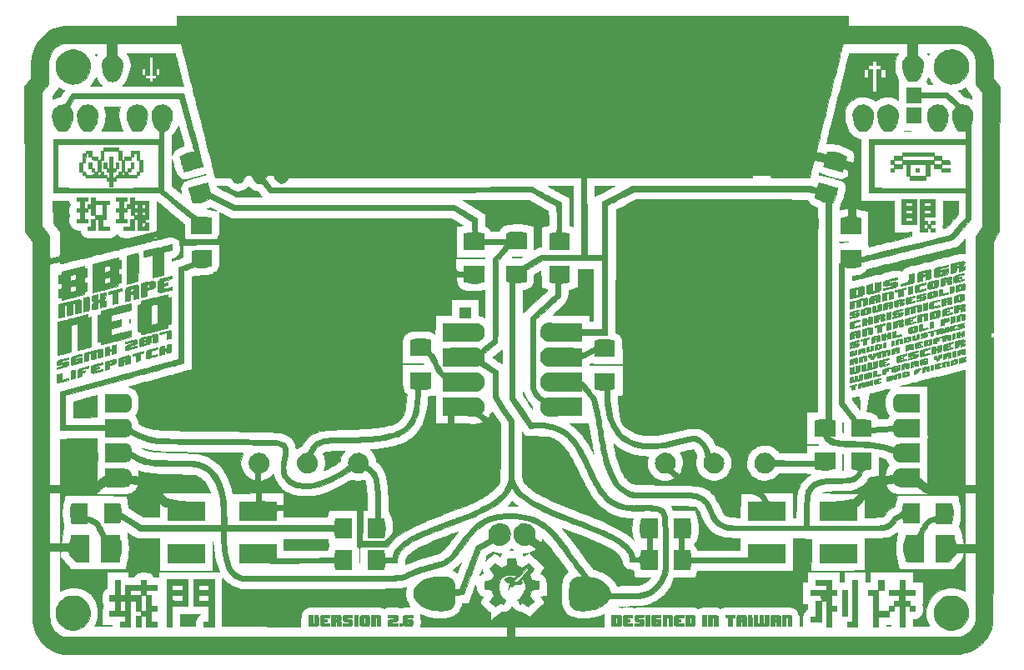
<source format=gbr>
G04 #@! TF.FileFunction,Soldermask,Top*
%FSLAX46Y46*%
G04 Gerber Fmt 4.6, Leading zero omitted, Abs format (unit mm)*
G04 Created by KiCad (PCBNEW 4.0.7-e0-6372~58~ubuntu16.04.1) date Mon Jul 31 15:37:26 2017*
%MOMM*%
%LPD*%
G01*
G04 APERTURE LIST*
%ADD10C,0.100000*%
%ADD11C,0.010000*%
%ADD12C,1.400000*%
%ADD13C,1.800000*%
%ADD14C,1.600000*%
G04 APERTURE END LIST*
D10*
D11*
G36*
X126199153Y-29928459D02*
X126204237Y-30016327D01*
X126208476Y-30132469D01*
X126211474Y-30262827D01*
X126212833Y-30393345D01*
X126212873Y-30414914D01*
X126213000Y-30726744D01*
X131901542Y-30733466D01*
X132487185Y-30734131D01*
X133032062Y-30734716D01*
X133537738Y-30735253D01*
X134005780Y-30735776D01*
X134437755Y-30736318D01*
X134835229Y-30736913D01*
X135199767Y-30737594D01*
X135532938Y-30738395D01*
X135836306Y-30739349D01*
X136111439Y-30740489D01*
X136359903Y-30741848D01*
X136583264Y-30743461D01*
X136783088Y-30745361D01*
X136960943Y-30747580D01*
X137118394Y-30750152D01*
X137257008Y-30753111D01*
X137378352Y-30756491D01*
X137483991Y-30760323D01*
X137575492Y-30764643D01*
X137654421Y-30769482D01*
X137722345Y-30774876D01*
X137780831Y-30780856D01*
X137831444Y-30787457D01*
X137875752Y-30794712D01*
X137915320Y-30802654D01*
X137951715Y-30811316D01*
X137986503Y-30820732D01*
X138021251Y-30830936D01*
X138057524Y-30841961D01*
X138096891Y-30853839D01*
X138140417Y-30866465D01*
X138509793Y-30992308D01*
X138861320Y-31155151D01*
X139192694Y-31352618D01*
X139501611Y-31582333D01*
X139785769Y-31841921D01*
X140042865Y-32129005D01*
X140270594Y-32441211D01*
X140466654Y-32776163D01*
X140628742Y-33131484D01*
X140754554Y-33504799D01*
X140776083Y-33585000D01*
X140800917Y-33683620D01*
X140821814Y-33772916D01*
X140839173Y-33857774D01*
X140853392Y-33943083D01*
X140864872Y-34033730D01*
X140874010Y-34134603D01*
X140881205Y-34250589D01*
X140886858Y-34386575D01*
X140891365Y-34547450D01*
X140895128Y-34738100D01*
X140898544Y-34963413D01*
X140900486Y-35109000D01*
X140913250Y-36093250D01*
X141236835Y-36522398D01*
X141560421Y-36951545D01*
X141545575Y-44287144D01*
X141530729Y-51622742D01*
X141206115Y-52127663D01*
X140881500Y-52632584D01*
X140881500Y-61882721D01*
X140638084Y-61895417D01*
X140632159Y-62165292D01*
X140630372Y-62266551D01*
X140629719Y-62350447D01*
X140630201Y-62409057D01*
X140631819Y-62434459D01*
X140632159Y-62434916D01*
X140654092Y-62429754D01*
X140704636Y-62416674D01*
X140754500Y-62403417D01*
X140818436Y-62386444D01*
X140862910Y-62374992D01*
X140876209Y-62371918D01*
X140876496Y-62392889D01*
X140876780Y-62455102D01*
X140877059Y-62557466D01*
X140877333Y-62698889D01*
X140877603Y-62878280D01*
X140877867Y-63094548D01*
X140878124Y-63346602D01*
X140878376Y-63633349D01*
X140878621Y-63953700D01*
X140878858Y-64306561D01*
X140879088Y-64690843D01*
X140879310Y-65105454D01*
X140879524Y-65549303D01*
X140879729Y-66021297D01*
X140879924Y-66520347D01*
X140880110Y-67045360D01*
X140880286Y-67595245D01*
X140880452Y-68168912D01*
X140880607Y-68765268D01*
X140880751Y-69383222D01*
X140880883Y-70021684D01*
X140881003Y-70679561D01*
X140881110Y-71355762D01*
X140881205Y-72049197D01*
X140881287Y-72758773D01*
X140881355Y-73483400D01*
X140881409Y-74221986D01*
X140881448Y-74973439D01*
X140881473Y-75736669D01*
X140881482Y-76510585D01*
X140881482Y-76643292D01*
X140881452Y-77708856D01*
X140881362Y-78732268D01*
X140881213Y-79713711D01*
X140881004Y-80653367D01*
X140880736Y-81551417D01*
X140880407Y-82408044D01*
X140880018Y-83223429D01*
X140879569Y-83997755D01*
X140879058Y-84731203D01*
X140878486Y-85423955D01*
X140877853Y-86076193D01*
X140877158Y-86688100D01*
X140876401Y-87259856D01*
X140875581Y-87791645D01*
X140874699Y-88283648D01*
X140873754Y-88736046D01*
X140872746Y-89149023D01*
X140871675Y-89522760D01*
X140870540Y-89857438D01*
X140869341Y-90153240D01*
X140868077Y-90410348D01*
X140866749Y-90628944D01*
X140865356Y-90809209D01*
X140863899Y-90951326D01*
X140862375Y-91055477D01*
X140860786Y-91121843D01*
X140859478Y-91147750D01*
X140801786Y-91544910D01*
X140706352Y-91926265D01*
X140575066Y-92289877D01*
X140409816Y-92633806D01*
X140212495Y-92956115D01*
X139984991Y-93254864D01*
X139729194Y-93528116D01*
X139446995Y-93773931D01*
X139140285Y-93990370D01*
X138810951Y-94175496D01*
X138460886Y-94327369D01*
X138091979Y-94444051D01*
X137706120Y-94523604D01*
X137547750Y-94544561D01*
X137520416Y-94545257D01*
X137451499Y-94545939D01*
X137341746Y-94546608D01*
X137191907Y-94547264D01*
X137002729Y-94547907D01*
X136774960Y-94548536D01*
X136509351Y-94549153D01*
X136206648Y-94549756D01*
X135867599Y-94550346D01*
X135492955Y-94550923D01*
X135083462Y-94551486D01*
X134639870Y-94552037D01*
X134162926Y-94552575D01*
X133653379Y-94553099D01*
X133111978Y-94553611D01*
X132539471Y-94554109D01*
X131936605Y-94554594D01*
X131304131Y-94555067D01*
X130642795Y-94555526D01*
X129953347Y-94555973D01*
X129236534Y-94556406D01*
X128493106Y-94556827D01*
X127723810Y-94557234D01*
X126929395Y-94557629D01*
X126110610Y-94558011D01*
X125268202Y-94558380D01*
X124402920Y-94558736D01*
X123515513Y-94559079D01*
X122606729Y-94559409D01*
X121677316Y-94559727D01*
X120728023Y-94560031D01*
X119759597Y-94560323D01*
X118772789Y-94560602D01*
X117768345Y-94560869D01*
X116747014Y-94561122D01*
X115709545Y-94561363D01*
X114656686Y-94561591D01*
X113589185Y-94561806D01*
X112507791Y-94562009D01*
X111413252Y-94562199D01*
X110306317Y-94562377D01*
X109187734Y-94562541D01*
X108058251Y-94562693D01*
X106918617Y-94562833D01*
X105769580Y-94562960D01*
X104611889Y-94563074D01*
X103446292Y-94563176D01*
X102273536Y-94563265D01*
X101094372Y-94563341D01*
X99909547Y-94563405D01*
X98719809Y-94563457D01*
X97525907Y-94563496D01*
X96328589Y-94563522D01*
X95128604Y-94563537D01*
X93926700Y-94563538D01*
X92723625Y-94563527D01*
X91520128Y-94563504D01*
X90316958Y-94563469D01*
X89114861Y-94563420D01*
X87914588Y-94563360D01*
X86716887Y-94563287D01*
X85522505Y-94563202D01*
X84332191Y-94563105D01*
X83146694Y-94562995D01*
X81966762Y-94562873D01*
X80793143Y-94562738D01*
X79626586Y-94562592D01*
X78467839Y-94562433D01*
X77317650Y-94562262D01*
X76176768Y-94562078D01*
X75045942Y-94561883D01*
X73925919Y-94561675D01*
X72817449Y-94561455D01*
X71721278Y-94561223D01*
X70638157Y-94560978D01*
X69568833Y-94560722D01*
X68514054Y-94560453D01*
X67474570Y-94560173D01*
X66451128Y-94559880D01*
X65444476Y-94559575D01*
X64455364Y-94559258D01*
X63484540Y-94558929D01*
X62532751Y-94558588D01*
X61600747Y-94558235D01*
X60689276Y-94557870D01*
X59799085Y-94557493D01*
X58930924Y-94557104D01*
X58085541Y-94556703D01*
X57263685Y-94556290D01*
X56466103Y-94555865D01*
X55693544Y-94555428D01*
X54946757Y-94554980D01*
X54226489Y-94554519D01*
X53533490Y-94554047D01*
X52868508Y-94553562D01*
X52232290Y-94553066D01*
X51625586Y-94552558D01*
X51049144Y-94552039D01*
X50503711Y-94551507D01*
X49990038Y-94550964D01*
X49508871Y-94550409D01*
X49060960Y-94549842D01*
X48647053Y-94549263D01*
X48267898Y-94548673D01*
X47924243Y-94548071D01*
X47616837Y-94547457D01*
X47346429Y-94546832D01*
X47113766Y-94546195D01*
X46919598Y-94545546D01*
X46764672Y-94544885D01*
X46649737Y-94544213D01*
X46575541Y-94543530D01*
X46542832Y-94542835D01*
X46541667Y-94542744D01*
X46191062Y-94483402D01*
X45841590Y-94386218D01*
X45501317Y-94254372D01*
X45178308Y-94091041D01*
X44880629Y-93899404D01*
X44847746Y-93875218D01*
X44716621Y-93769057D01*
X44572677Y-93638476D01*
X44426662Y-93494225D01*
X44289320Y-93347053D01*
X44171396Y-93207709D01*
X44140164Y-93167386D01*
X43950114Y-92891316D01*
X43787842Y-92602113D01*
X43650502Y-92293353D01*
X43535249Y-91958610D01*
X43439240Y-91591459D01*
X43435989Y-91577033D01*
X43377727Y-91317084D01*
X43375323Y-83305500D01*
X45102334Y-83305500D01*
X46160837Y-83305500D01*
X46155460Y-80749625D01*
X46150418Y-78352500D01*
X49928334Y-78352500D01*
X51203625Y-78352449D01*
X51441826Y-78352083D01*
X51674977Y-78351050D01*
X51898300Y-78349414D01*
X52107012Y-78347239D01*
X52296335Y-78344592D01*
X52461487Y-78341536D01*
X52597688Y-78338138D01*
X52700159Y-78334461D01*
X52754609Y-78331365D01*
X52872321Y-78320590D01*
X52987737Y-78306899D01*
X53087432Y-78292068D01*
X53156776Y-78278182D01*
X53361539Y-78206428D01*
X53554448Y-78100736D01*
X53727057Y-77966924D01*
X53870920Y-77810815D01*
X53906495Y-77761558D01*
X53954489Y-77684617D01*
X54000135Y-77600613D01*
X54039399Y-77518507D01*
X54068248Y-77447261D01*
X54082646Y-77395836D01*
X54080688Y-77374580D01*
X54052449Y-77362122D01*
X53990248Y-77343960D01*
X53901785Y-77321885D01*
X53794764Y-77297686D01*
X53676886Y-77273155D01*
X53555852Y-77250083D01*
X53510885Y-77242113D01*
X53315187Y-77208230D01*
X53193385Y-77332297D01*
X53152719Y-77373792D01*
X53116280Y-77408934D01*
X53080320Y-77438250D01*
X53041092Y-77462268D01*
X52994848Y-77481514D01*
X52937842Y-77496517D01*
X52866325Y-77507803D01*
X52776550Y-77515901D01*
X52664770Y-77521337D01*
X52527237Y-77524638D01*
X52360204Y-77526333D01*
X52159923Y-77526948D01*
X51922647Y-77527011D01*
X51809868Y-77527000D01*
X51571855Y-77526973D01*
X51372688Y-77526797D01*
X51208880Y-77526325D01*
X51076942Y-77525414D01*
X50973389Y-77523919D01*
X50894731Y-77521695D01*
X50837483Y-77518597D01*
X50798156Y-77514482D01*
X50773263Y-77509203D01*
X50759317Y-77502616D01*
X50752830Y-77494577D01*
X50750315Y-77484941D01*
X50750014Y-77483021D01*
X50743386Y-77473129D01*
X50725967Y-77475914D01*
X50694344Y-77493868D01*
X50645108Y-77529484D01*
X50574846Y-77585251D01*
X50480149Y-77663663D01*
X50357605Y-77767210D01*
X50337102Y-77784646D01*
X49930954Y-78130250D01*
X49928334Y-78352500D01*
X46150418Y-78352500D01*
X46150084Y-78193750D01*
X45626209Y-78188089D01*
X45102334Y-78182427D01*
X45102334Y-83305500D01*
X43375323Y-83305500D01*
X43371929Y-72002500D01*
X43366130Y-52687917D01*
X42583500Y-51655113D01*
X42583500Y-48454989D01*
X42583426Y-48078465D01*
X42583210Y-47664349D01*
X42582859Y-47217383D01*
X42582381Y-46742308D01*
X42581784Y-46243864D01*
X42581077Y-45726794D01*
X42580266Y-45195838D01*
X42579360Y-44655737D01*
X42578367Y-44111234D01*
X42577294Y-43567069D01*
X42576150Y-43027983D01*
X42575816Y-42881426D01*
X44317593Y-42881426D01*
X44317603Y-43326863D01*
X44317715Y-43774413D01*
X44317929Y-44222065D01*
X44318245Y-44667807D01*
X44318665Y-45109629D01*
X44319189Y-45545520D01*
X44319817Y-45973468D01*
X44320550Y-46391463D01*
X44321389Y-46797493D01*
X44322333Y-47189548D01*
X44323383Y-47565616D01*
X44324540Y-47923687D01*
X44325804Y-48261749D01*
X44327177Y-48577792D01*
X44328658Y-48869804D01*
X44330247Y-49135775D01*
X44331946Y-49373692D01*
X44332991Y-49499038D01*
X44347115Y-51093825D01*
X44724724Y-51592311D01*
X45102334Y-52090797D01*
X45102334Y-53230732D01*
X45102558Y-53493524D01*
X45103269Y-53716472D01*
X45104520Y-53902063D01*
X45106367Y-54052784D01*
X45108865Y-54171122D01*
X45112068Y-54259565D01*
X45116032Y-54320600D01*
X45120811Y-54356714D01*
X45126460Y-54370393D01*
X45127491Y-54370667D01*
X45152581Y-54365664D01*
X45211595Y-54351841D01*
X45297475Y-54330978D01*
X45403159Y-54304856D01*
X45521587Y-54275255D01*
X45645700Y-54243953D01*
X45768437Y-54212733D01*
X45882739Y-54183373D01*
X45981544Y-54157654D01*
X46057793Y-54137356D01*
X46102459Y-54124849D01*
X46110292Y-54120468D01*
X46116941Y-54110216D01*
X46122500Y-54090871D01*
X46127068Y-54059211D01*
X46130740Y-54012012D01*
X46133614Y-53946054D01*
X46135786Y-53858113D01*
X46137352Y-53744967D01*
X46138409Y-53603394D01*
X46139054Y-53430171D01*
X46139384Y-53222077D01*
X46139495Y-52975888D01*
X46139500Y-52889803D01*
X46139500Y-52329588D01*
X55243190Y-52329588D01*
X55260320Y-52332432D01*
X55313423Y-52334912D01*
X55396141Y-52336877D01*
X55502113Y-52338178D01*
X55624980Y-52338666D01*
X55629222Y-52338667D01*
X56024334Y-52338667D01*
X56024334Y-52230365D01*
X56022964Y-52167234D01*
X56015744Y-52137113D01*
X55998009Y-52130697D01*
X55976709Y-52135363D01*
X55940617Y-52144935D01*
X55871580Y-52162814D01*
X55777690Y-52186918D01*
X55667042Y-52215167D01*
X55590676Y-52234587D01*
X55477139Y-52263805D01*
X55378695Y-52289881D01*
X55302360Y-52310897D01*
X55255153Y-52324935D01*
X55243190Y-52329588D01*
X46139500Y-52329588D01*
X46139500Y-51665792D01*
X45466532Y-50778862D01*
X45451584Y-48549828D01*
X47044956Y-48549834D01*
X47058349Y-48621228D01*
X47076339Y-48683743D01*
X47106248Y-48758853D01*
X47121087Y-48790088D01*
X47149232Y-48848853D01*
X47158763Y-48886036D01*
X47150953Y-48917428D01*
X47133808Y-48947776D01*
X47075578Y-49077220D01*
X47038299Y-49233244D01*
X47022593Y-49405298D01*
X47029081Y-49582829D01*
X47058384Y-49755285D01*
X47081522Y-49835525D01*
X47111828Y-49935096D01*
X47124332Y-50000299D01*
X47119717Y-50034851D01*
X47118466Y-50036609D01*
X47097267Y-50079076D01*
X47073570Y-50151173D01*
X47050595Y-50240585D01*
X47031566Y-50334998D01*
X47020989Y-50409157D01*
X47017608Y-50490089D01*
X47020722Y-50589999D01*
X47028776Y-50679258D01*
X47073421Y-50881447D01*
X47151846Y-51059352D01*
X47262112Y-51211410D01*
X47402279Y-51336059D01*
X47570409Y-51431737D01*
X47764562Y-51496881D01*
X47982800Y-51529927D01*
X48089356Y-51533914D01*
X48149210Y-51535945D01*
X48179633Y-51547564D01*
X48193524Y-51578073D01*
X48200005Y-51613709D01*
X48240693Y-51748922D01*
X48315161Y-51885164D01*
X48416092Y-52013311D01*
X48536167Y-52124242D01*
X48668069Y-52208833D01*
X48683383Y-52216326D01*
X48735902Y-52240448D01*
X48785875Y-52260830D01*
X48837278Y-52277786D01*
X48894088Y-52291630D01*
X48960280Y-52302678D01*
X49039830Y-52311242D01*
X49136715Y-52317637D01*
X49254910Y-52322177D01*
X49398391Y-52325177D01*
X49571134Y-52326950D01*
X49777115Y-52327811D01*
X50020310Y-52328074D01*
X50097667Y-52328084D01*
X50340279Y-52327948D01*
X50544573Y-52327458D01*
X50714561Y-52326489D01*
X50854257Y-52324917D01*
X50967676Y-52322617D01*
X51058829Y-52319465D01*
X51131732Y-52315337D01*
X51190397Y-52310108D01*
X51238839Y-52303654D01*
X51281070Y-52295851D01*
X51304167Y-52290689D01*
X51497700Y-52225788D01*
X51667921Y-52126615D01*
X51805431Y-52005640D01*
X51915768Y-51890807D01*
X52038822Y-52016565D01*
X52162474Y-52126422D01*
X52295042Y-52209276D01*
X52443550Y-52267670D01*
X52615022Y-52304145D01*
X52816480Y-52321243D01*
X52885574Y-52322999D01*
X53135084Y-52326460D01*
X54500334Y-51971929D01*
X54735458Y-51910862D01*
X54960210Y-51852473D01*
X55170954Y-51797706D01*
X55364057Y-51747507D01*
X55535884Y-51702820D01*
X55682803Y-51664591D01*
X55801180Y-51633765D01*
X55887380Y-51611288D01*
X55937770Y-51598103D01*
X55947401Y-51595558D01*
X56029218Y-51573720D01*
X56018988Y-51157152D01*
X56013103Y-50977391D01*
X56005110Y-50836648D01*
X55994740Y-50731647D01*
X55981724Y-50659112D01*
X55976683Y-50641368D01*
X55959378Y-50578825D01*
X55955501Y-50526706D01*
X55965015Y-50465272D01*
X55976261Y-50419118D01*
X55984948Y-50375882D01*
X55992343Y-50316592D01*
X55998615Y-50237391D01*
X56003933Y-50134425D01*
X56008464Y-50003837D01*
X56012379Y-49841770D01*
X56015845Y-49644368D01*
X56018455Y-49454708D01*
X56020958Y-49270654D01*
X56023652Y-49100500D01*
X56026438Y-48948742D01*
X56029215Y-48819874D01*
X56031884Y-48718390D01*
X56034346Y-48648785D01*
X56036500Y-48615552D01*
X56037119Y-48613333D01*
X56054577Y-48626429D01*
X56101157Y-48663861D01*
X56173476Y-48722845D01*
X56268150Y-48800599D01*
X56381795Y-48894340D01*
X56511028Y-49001284D01*
X56652463Y-49118649D01*
X56738580Y-49190254D01*
X56990444Y-49399313D01*
X57234965Y-49601272D01*
X57469009Y-49793587D01*
X57689441Y-49973713D01*
X57893128Y-50139103D01*
X58076935Y-50287214D01*
X58237729Y-50415499D01*
X58372375Y-50521414D01*
X58474375Y-50599873D01*
X58552991Y-50660193D01*
X58603610Y-50703069D01*
X58632374Y-50736089D01*
X58645424Y-50766842D01*
X58648904Y-50802917D01*
X58649000Y-50815618D01*
X58650219Y-50868316D01*
X58653260Y-50897360D01*
X58654432Y-50899334D01*
X58676274Y-50894142D01*
X58721870Y-50881548D01*
X58725300Y-50880566D01*
X58790737Y-50861799D01*
X58804465Y-51192775D01*
X58809464Y-51338150D01*
X58813660Y-51507427D01*
X58816685Y-51682178D01*
X58818172Y-51843974D01*
X58818263Y-51885921D01*
X58819077Y-52013689D01*
X58821283Y-52134102D01*
X58824599Y-52237602D01*
X58828744Y-52314630D01*
X58831794Y-52346296D01*
X58845254Y-52444500D01*
X59345086Y-52444478D01*
X59469110Y-52444182D01*
X59628741Y-52443342D01*
X59817257Y-52442018D01*
X60027937Y-52440270D01*
X60254058Y-52438155D01*
X60488898Y-52435734D01*
X60725736Y-52433065D01*
X60942247Y-52430409D01*
X62039578Y-52416362D01*
X62112133Y-52340473D01*
X62158889Y-52283400D01*
X62175084Y-52238500D01*
X62172944Y-52215643D01*
X62176585Y-52167065D01*
X62207098Y-52095411D01*
X62241308Y-52035726D01*
X62321417Y-51904750D01*
X62313232Y-50788209D01*
X62311554Y-50518041D01*
X62310799Y-50288534D01*
X62310990Y-50098024D01*
X62312149Y-49944849D01*
X62314298Y-49827344D01*
X62317460Y-49743848D01*
X62321656Y-49692696D01*
X62326909Y-49672226D01*
X62328070Y-49671667D01*
X62351754Y-49681269D01*
X62408108Y-49708493D01*
X62492489Y-49750963D01*
X62600253Y-49806304D01*
X62726759Y-49872140D01*
X62867363Y-49946095D01*
X62948638Y-49989167D01*
X63546185Y-50306667D01*
X85894296Y-50306667D01*
X86437440Y-50631904D01*
X86576034Y-50714806D01*
X86704240Y-50791326D01*
X86817172Y-50858560D01*
X86909945Y-50913606D01*
X86977673Y-50953562D01*
X87015470Y-50975524D01*
X87020284Y-50978192D01*
X87045820Y-50994704D01*
X87034453Y-51004762D01*
X87009701Y-51011281D01*
X86971006Y-51018193D01*
X86899451Y-51028869D01*
X86804204Y-51042015D01*
X86694435Y-51056337D01*
X86657792Y-51060951D01*
X86356167Y-51098583D01*
X86356167Y-54264834D01*
X87806084Y-54264834D01*
X88088853Y-54264854D01*
X88332243Y-54264973D01*
X88539204Y-54265277D01*
X88712690Y-54265851D01*
X88855653Y-54266783D01*
X88971046Y-54268158D01*
X89061822Y-54270062D01*
X89130933Y-54272583D01*
X89181332Y-54275805D01*
X89215972Y-54279815D01*
X89237804Y-54284700D01*
X89249783Y-54290545D01*
X89254860Y-54297437D01*
X89255989Y-54305462D01*
X89256000Y-54307167D01*
X89255305Y-54315362D01*
X89251268Y-54322424D01*
X89240959Y-54328439D01*
X89221450Y-54333489D01*
X89189811Y-54337660D01*
X89143114Y-54341036D01*
X89078429Y-54343700D01*
X88992827Y-54345737D01*
X88883380Y-54347230D01*
X88747158Y-54348265D01*
X88581232Y-54348926D01*
X88382673Y-54349295D01*
X88148552Y-54349458D01*
X87875940Y-54349499D01*
X87782603Y-54349500D01*
X86309207Y-54349500D01*
X86321698Y-54577042D01*
X86326352Y-54672009D01*
X86331710Y-54797867D01*
X86337327Y-54943188D01*
X86342761Y-55096546D01*
X86347390Y-55240548D01*
X86360592Y-55676513D01*
X86712921Y-55701210D01*
X86834014Y-55709486D01*
X86943095Y-55716548D01*
X87031945Y-55721892D01*
X87092341Y-55725018D01*
X87112875Y-55725620D01*
X87131985Y-55724122D01*
X87145147Y-55715460D01*
X87153470Y-55692978D01*
X87158064Y-55650017D01*
X87160035Y-55579921D01*
X87160492Y-55476032D01*
X87160500Y-55439584D01*
X87160500Y-55153834D01*
X89171334Y-55153834D01*
X89171334Y-56718466D01*
X89034815Y-56760632D01*
X88722705Y-56837099D01*
X88400837Y-56876215D01*
X88066880Y-56877957D01*
X87718503Y-56842300D01*
X87353376Y-56769220D01*
X87248283Y-56742173D01*
X87161920Y-56718917D01*
X87155918Y-56492000D01*
X87149917Y-56265084D01*
X86832417Y-56240486D01*
X86714685Y-56231608D01*
X86606438Y-56223890D01*
X86517317Y-56217987D01*
X86456966Y-56214556D01*
X86443237Y-56214027D01*
X86371556Y-56212167D01*
X86386235Y-56431305D01*
X86408897Y-56656730D01*
X86445627Y-56847816D01*
X86498719Y-57010888D01*
X86570465Y-57152270D01*
X86663157Y-57278285D01*
X86712844Y-57332205D01*
X86864381Y-57456875D01*
X87047654Y-57554840D01*
X87247034Y-57621613D01*
X87342631Y-57639021D01*
X87473348Y-57652569D01*
X87632153Y-57662334D01*
X87812016Y-57668393D01*
X88005906Y-57670824D01*
X88206793Y-57669704D01*
X88407646Y-57665109D01*
X88601434Y-57657118D01*
X88781126Y-57645808D01*
X88939692Y-57631255D01*
X89070102Y-57613538D01*
X89134292Y-57600867D01*
X89256000Y-57572391D01*
X89256000Y-58968376D01*
X89255766Y-59206960D01*
X89255091Y-59432463D01*
X89254015Y-59641420D01*
X89252576Y-59830367D01*
X89250815Y-59995836D01*
X89248771Y-60134363D01*
X89246484Y-60242483D01*
X89243993Y-60316729D01*
X89241338Y-60353638D01*
X89240125Y-60357154D01*
X89214626Y-60344395D01*
X89162587Y-60317661D01*
X89094982Y-60282593D01*
X89090949Y-60280492D01*
X88994844Y-60237425D01*
X88885094Y-60198349D01*
X88810491Y-60177806D01*
X88663334Y-60144574D01*
X88663334Y-58498167D01*
X85911667Y-58498167D01*
X85911667Y-60085667D01*
X84239923Y-60085667D01*
X84234420Y-61059386D01*
X84228917Y-62033106D01*
X84125947Y-61959892D01*
X84007168Y-61890003D01*
X83856437Y-61824438D01*
X83684132Y-61767450D01*
X83604500Y-61746272D01*
X83493902Y-61726494D01*
X83348627Y-61711861D01*
X83176001Y-61702246D01*
X82983350Y-61697526D01*
X82778002Y-61697576D01*
X82567283Y-61702271D01*
X82358520Y-61711485D01*
X82159040Y-61725094D01*
X81976168Y-61742974D01*
X81817232Y-61764999D01*
X81747085Y-61777924D01*
X81585156Y-61819464D01*
X81450175Y-61875121D01*
X81327294Y-61952304D01*
X81221484Y-62040171D01*
X81158627Y-62102235D01*
X81103647Y-62168796D01*
X81056040Y-62242940D01*
X81015301Y-62327756D01*
X80980926Y-62426330D01*
X80952411Y-62541750D01*
X80929252Y-62677103D01*
X80910945Y-62835476D01*
X80896984Y-63019957D01*
X80886867Y-63233633D01*
X80880089Y-63479591D01*
X80876146Y-63760918D01*
X80874533Y-64080701D01*
X80874436Y-64165139D01*
X80874000Y-64995527D01*
X80921625Y-65005204D01*
X80954694Y-65008150D01*
X81024148Y-65011612D01*
X81124042Y-65015388D01*
X81248435Y-65019278D01*
X81391384Y-65023080D01*
X81546945Y-65026593D01*
X81561917Y-65026899D01*
X81888489Y-65033831D01*
X82173547Y-65040553D01*
X82417910Y-65047094D01*
X82622396Y-65053488D01*
X82787824Y-65059763D01*
X82915013Y-65065952D01*
X83004782Y-65072086D01*
X83057949Y-65078195D01*
X83075334Y-65084269D01*
X83054819Y-65087691D01*
X82995882Y-65090898D01*
X82902434Y-65093827D01*
X82778386Y-65096416D01*
X82627649Y-65098602D01*
X82454134Y-65100321D01*
X82261752Y-65101511D01*
X82054414Y-65102108D01*
X81964084Y-65102167D01*
X80852834Y-65102167D01*
X80852985Y-65202709D01*
X80853935Y-65286040D01*
X80856451Y-65401463D01*
X80860327Y-65543658D01*
X80865358Y-65707305D01*
X80871337Y-65887085D01*
X80878060Y-66077678D01*
X80885320Y-66273766D01*
X80892912Y-66470029D01*
X80900630Y-66661146D01*
X80908268Y-66841800D01*
X80915620Y-67006670D01*
X80922482Y-67150437D01*
X80928647Y-67267781D01*
X80933909Y-67353384D01*
X80938018Y-67401563D01*
X80969218Y-67586723D01*
X81015759Y-67741843D01*
X81082441Y-67877884D01*
X81174064Y-68005805D01*
X81230926Y-68070359D01*
X81354379Y-68203084D01*
X81337908Y-68562917D01*
X81311156Y-68952343D01*
X81268193Y-69309893D01*
X81209362Y-69634126D01*
X81135005Y-69923601D01*
X81045463Y-70176876D01*
X80941079Y-70392512D01*
X80880440Y-70490184D01*
X80788222Y-70614371D01*
X80685194Y-70729868D01*
X80569695Y-70837031D01*
X80440067Y-70936214D01*
X80294651Y-71027774D01*
X80131789Y-71112065D01*
X79949820Y-71189445D01*
X79747087Y-71260267D01*
X79521930Y-71324887D01*
X79272691Y-71383662D01*
X78997710Y-71436946D01*
X78695329Y-71485095D01*
X78363888Y-71528464D01*
X78001729Y-71567410D01*
X77607193Y-71602286D01*
X77178620Y-71633450D01*
X76714353Y-71661257D01*
X76212731Y-71686061D01*
X75672097Y-71708218D01*
X75106084Y-71727606D01*
X74713474Y-71740661D01*
X74360586Y-71753986D01*
X74044810Y-71767779D01*
X73763536Y-71782243D01*
X73514152Y-71797579D01*
X73294047Y-71813987D01*
X73100611Y-71831669D01*
X72931233Y-71850825D01*
X72783302Y-71871657D01*
X72654209Y-71894365D01*
X72541340Y-71919151D01*
X72507920Y-71927633D01*
X72229493Y-72021081D01*
X71954625Y-72152040D01*
X71689338Y-72315757D01*
X71439650Y-72507481D01*
X71211582Y-72722460D01*
X71011153Y-72955944D01*
X70844383Y-73203180D01*
X70806461Y-73270646D01*
X70766423Y-73338153D01*
X70728326Y-73379302D01*
X70677976Y-73406870D01*
X70639430Y-73421040D01*
X70498935Y-73477511D01*
X70351089Y-73551327D01*
X70219296Y-73630741D01*
X70212770Y-73635181D01*
X70160576Y-73669827D01*
X70124324Y-73691782D01*
X70115132Y-73695834D01*
X70107752Y-73676564D01*
X70096345Y-73625431D01*
X70083076Y-73552452D01*
X70079693Y-73531792D01*
X70021651Y-73270905D01*
X69935393Y-73040524D01*
X69819660Y-72838515D01*
X69673191Y-72662739D01*
X69494726Y-72511062D01*
X69465167Y-72490290D01*
X69336118Y-72408083D01*
X69190954Y-72325890D01*
X69043410Y-72250848D01*
X68907223Y-72190093D01*
X68834987Y-72162889D01*
X68782313Y-72145614D01*
X68728105Y-72129394D01*
X68670883Y-72114176D01*
X68609170Y-72099907D01*
X68541488Y-72086531D01*
X68466359Y-72073996D01*
X68382304Y-72062246D01*
X68287847Y-72051228D01*
X68181509Y-72040888D01*
X68061811Y-72031172D01*
X67927277Y-72022026D01*
X67776428Y-72013396D01*
X67607785Y-72005227D01*
X67419872Y-71997466D01*
X67211209Y-71990059D01*
X66980320Y-71982952D01*
X66725726Y-71976090D01*
X66445949Y-71969420D01*
X66139511Y-71962887D01*
X65804934Y-71956438D01*
X65440740Y-71950018D01*
X65045451Y-71943574D01*
X64617590Y-71937051D01*
X64155678Y-71930396D01*
X63658237Y-71923553D01*
X63123789Y-71916471D01*
X62550856Y-71909093D01*
X61937961Y-71901367D01*
X61548834Y-71896522D01*
X60955456Y-71888988D01*
X60402725Y-71881574D01*
X59888952Y-71874198D01*
X59412450Y-71866779D01*
X58971533Y-71859234D01*
X58564512Y-71851482D01*
X58189701Y-71843442D01*
X57845412Y-71835031D01*
X57529958Y-71826168D01*
X57241652Y-71816772D01*
X56978808Y-71806760D01*
X56739736Y-71796052D01*
X56522751Y-71784564D01*
X56326166Y-71772217D01*
X56148292Y-71758927D01*
X55987443Y-71744614D01*
X55841931Y-71729195D01*
X55710070Y-71712590D01*
X55590172Y-71694715D01*
X55480550Y-71675490D01*
X55379517Y-71654834D01*
X55285385Y-71632663D01*
X55196467Y-71608897D01*
X55116541Y-71585157D01*
X55039833Y-71557701D01*
X54935240Y-71515141D01*
X54812534Y-71461720D01*
X54681483Y-71401683D01*
X54561615Y-71344092D01*
X54427552Y-71277257D01*
X54327437Y-71225210D01*
X54256699Y-71185176D01*
X54210767Y-71154379D01*
X54185070Y-71130045D01*
X54175037Y-71109397D01*
X54175035Y-71109385D01*
X54124407Y-70880425D01*
X54065129Y-70688377D01*
X53995332Y-70528367D01*
X53913147Y-70395520D01*
X53889506Y-70364811D01*
X53823551Y-70282873D01*
X53875336Y-70221331D01*
X53922839Y-70152704D01*
X53976268Y-70056410D01*
X54029457Y-69945354D01*
X54076242Y-69832440D01*
X54110459Y-69730572D01*
X54111432Y-69727084D01*
X54124201Y-69669098D01*
X54134404Y-69594191D01*
X54142435Y-69496814D01*
X54148689Y-69371422D01*
X54153561Y-69212467D01*
X54155910Y-69102667D01*
X54158629Y-68937033D01*
X54159531Y-68806117D01*
X54158263Y-68702328D01*
X54154473Y-68618076D01*
X54147808Y-68545770D01*
X54137914Y-68477822D01*
X54124440Y-68406639D01*
X54123305Y-68401103D01*
X54058887Y-68170724D01*
X53966043Y-67970530D01*
X53843321Y-67798080D01*
X53689271Y-67650934D01*
X53667129Y-67633735D01*
X53536924Y-67549093D01*
X53385679Y-67473063D01*
X53234649Y-67416091D01*
X53209167Y-67408677D01*
X53158077Y-67392159D01*
X53133644Y-67379215D01*
X53135084Y-67375079D01*
X53159823Y-67368010D01*
X53222503Y-67350658D01*
X53320203Y-67323818D01*
X53450007Y-67288281D01*
X53608994Y-67244842D01*
X53794246Y-67194293D01*
X54002845Y-67137428D01*
X54231870Y-67075040D01*
X54478405Y-67007923D01*
X54739529Y-66936869D01*
X55012325Y-66862671D01*
X55293873Y-66786123D01*
X55581254Y-66708019D01*
X55871550Y-66629150D01*
X56161843Y-66550311D01*
X56449213Y-66472295D01*
X56730741Y-66395895D01*
X57003509Y-66321904D01*
X57264598Y-66251116D01*
X57511089Y-66184322D01*
X57740063Y-66122318D01*
X57948603Y-66065896D01*
X58133788Y-66015849D01*
X58292700Y-65972971D01*
X58422421Y-65938054D01*
X58458500Y-65928367D01*
X58648714Y-65877302D01*
X58829991Y-65828573D01*
X58997420Y-65783503D01*
X59146093Y-65743417D01*
X59271098Y-65709638D01*
X59367526Y-65683493D01*
X59430467Y-65666305D01*
X59448042Y-65661429D01*
X59559167Y-65630151D01*
X59559167Y-56213799D01*
X59638542Y-56192910D01*
X59751930Y-56168853D01*
X59902067Y-56146107D01*
X60083373Y-56125265D01*
X60290270Y-56106920D01*
X60517178Y-56091666D01*
X60659834Y-56084280D01*
X60898839Y-56071256D01*
X61100699Y-56055706D01*
X61270559Y-56036989D01*
X61413565Y-56014465D01*
X61534863Y-55987494D01*
X61607103Y-55966439D01*
X61718167Y-55930569D01*
X61718167Y-55683000D01*
X62053276Y-55683000D01*
X62115738Y-55603625D01*
X62199721Y-55476766D01*
X62271746Y-55322495D01*
X62302640Y-55238500D01*
X62313153Y-55204881D01*
X62321630Y-55168495D01*
X62328272Y-55124648D01*
X62333280Y-55068647D01*
X62336854Y-54995798D01*
X62339194Y-54901409D01*
X62340500Y-54780785D01*
X62340975Y-54629234D01*
X62340816Y-54442061D01*
X62340604Y-54349500D01*
X62339662Y-54156035D01*
X62337896Y-53961562D01*
X62335434Y-53773692D01*
X62332404Y-53600036D01*
X62328932Y-53448206D01*
X62325147Y-53325814D01*
X62322401Y-53262169D01*
X62306179Y-52947421D01*
X60641631Y-52961025D01*
X60375390Y-52963339D01*
X60118130Y-52965844D01*
X59873480Y-52968488D01*
X59645070Y-52971218D01*
X59436529Y-52973984D01*
X59251484Y-52976734D01*
X59093566Y-52979418D01*
X58966403Y-52981982D01*
X58873624Y-52984377D01*
X58818857Y-52986550D01*
X58813042Y-52986934D01*
X58649000Y-52999240D01*
X58649000Y-54215052D01*
X58103959Y-54412836D01*
X57959596Y-54465212D01*
X57827577Y-54513090D01*
X57713342Y-54554499D01*
X57622328Y-54587468D01*
X57559974Y-54610027D01*
X57531719Y-54620204D01*
X57531322Y-54620345D01*
X57515618Y-54615738D01*
X57508891Y-54582963D01*
X57509870Y-54515383D01*
X57510155Y-54509909D01*
X57516584Y-54389748D01*
X57654167Y-54341408D01*
X57854053Y-54256457D01*
X58018244Y-54153440D01*
X58150653Y-54029234D01*
X58255194Y-53880717D01*
X58273366Y-53847316D01*
X58323440Y-53740341D01*
X58358382Y-53636179D01*
X58380449Y-53523502D01*
X58391900Y-53390986D01*
X58395000Y-53237208D01*
X58394548Y-53132884D01*
X58392354Y-53063714D01*
X58387167Y-53022520D01*
X58377732Y-53002125D01*
X58362795Y-52995354D01*
X58352667Y-52994834D01*
X58330510Y-52990874D01*
X58317770Y-52972989D01*
X58311900Y-52932169D01*
X58310351Y-52859402D01*
X58310334Y-52845144D01*
X58300444Y-52726233D01*
X58267367Y-52623914D01*
X58205986Y-52527994D01*
X58111186Y-52428280D01*
X58092659Y-52411369D01*
X57952831Y-52305855D01*
X57799840Y-52230892D01*
X57629434Y-52185622D01*
X57437360Y-52169187D01*
X57219365Y-52180730D01*
X57059938Y-52203137D01*
X57004283Y-52214172D01*
X56914767Y-52233950D01*
X56795251Y-52261507D01*
X56649597Y-52295880D01*
X56481665Y-52336106D01*
X56295315Y-52381220D01*
X56094409Y-52430261D01*
X55882807Y-52482264D01*
X55664370Y-52536266D01*
X55442958Y-52591304D01*
X55222433Y-52646414D01*
X55006655Y-52700633D01*
X54799485Y-52752999D01*
X54604783Y-52802546D01*
X54426411Y-52848313D01*
X54268229Y-52889335D01*
X54134097Y-52924650D01*
X54027877Y-52953294D01*
X53953430Y-52974303D01*
X53914615Y-52986715D01*
X53909849Y-52989158D01*
X53884653Y-53000596D01*
X53827517Y-53016060D01*
X53748326Y-53033066D01*
X53698700Y-53042220D01*
X53628815Y-53055762D01*
X53524595Y-53077798D01*
X53392834Y-53106801D01*
X53240328Y-53141246D01*
X53073872Y-53179606D01*
X52900262Y-53220357D01*
X52814992Y-53240651D01*
X52628502Y-53285401D01*
X52479144Y-53321766D01*
X52362829Y-53350996D01*
X52275466Y-53374344D01*
X52212967Y-53393060D01*
X52171241Y-53408395D01*
X52146198Y-53421602D01*
X52133749Y-53433932D01*
X52129804Y-53446635D01*
X52129667Y-53450346D01*
X52126030Y-53474829D01*
X52108935Y-53489107D01*
X52069103Y-53496429D01*
X51997256Y-53500040D01*
X51986792Y-53500356D01*
X51936930Y-53503363D01*
X51877254Y-53510101D01*
X51805098Y-53521188D01*
X51717801Y-53537240D01*
X51612700Y-53558871D01*
X51487130Y-53586699D01*
X51338430Y-53621340D01*
X51163936Y-53663409D01*
X50960985Y-53713524D01*
X50726914Y-53772299D01*
X50459060Y-53840351D01*
X50154760Y-53918296D01*
X49928334Y-53976574D01*
X49647799Y-54049190D01*
X49406553Y-54112305D01*
X49202753Y-54166439D01*
X49034558Y-54212110D01*
X48900125Y-54249838D01*
X48797613Y-54280139D01*
X48725178Y-54303534D01*
X48680979Y-54320540D01*
X48663173Y-54331677D01*
X48662661Y-54332894D01*
X48649011Y-54349371D01*
X48611278Y-54361498D01*
X48542950Y-54370700D01*
X48461578Y-54376935D01*
X48357537Y-54386861D01*
X48230667Y-54403878D01*
X48099333Y-54425326D01*
X48012750Y-54441930D01*
X47861069Y-54474529D01*
X47689206Y-54513467D01*
X47503040Y-54557243D01*
X47308453Y-54604352D01*
X47111323Y-54653292D01*
X46917532Y-54702560D01*
X46732959Y-54750652D01*
X46563485Y-54796067D01*
X46414989Y-54837299D01*
X46293353Y-54872848D01*
X46204456Y-54901209D01*
X46176542Y-54911286D01*
X46156244Y-54914487D01*
X46145047Y-54898798D01*
X46140342Y-54855950D01*
X46139500Y-54793796D01*
X46138579Y-54722167D01*
X46133476Y-54684128D01*
X46120684Y-54670941D01*
X46096694Y-54673867D01*
X46091875Y-54675166D01*
X46058180Y-54684051D01*
X45989997Y-54701732D01*
X45893853Y-54726527D01*
X45776275Y-54756752D01*
X45643792Y-54790728D01*
X45573292Y-54808777D01*
X45102334Y-54929286D01*
X45102334Y-77400740D01*
X45623061Y-77395078D01*
X46143788Y-77389417D01*
X46140632Y-75057441D01*
X46137476Y-72725466D01*
X46249613Y-72714140D01*
X46288167Y-72711798D01*
X46363735Y-72708636D01*
X46472583Y-72704748D01*
X46610973Y-72700230D01*
X46775173Y-72695179D01*
X46961446Y-72689689D01*
X47166057Y-72683857D01*
X47385270Y-72677779D01*
X47615352Y-72671549D01*
X47852566Y-72665264D01*
X48093178Y-72659019D01*
X48333451Y-72652911D01*
X48569652Y-72647034D01*
X48798044Y-72641485D01*
X49014893Y-72636359D01*
X49216463Y-72631752D01*
X49399019Y-72627760D01*
X49558827Y-72624478D01*
X49692150Y-72622002D01*
X49795253Y-72620428D01*
X49864402Y-72619852D01*
X49895862Y-72620369D01*
X49897387Y-72620664D01*
X49900785Y-72644085D01*
X49904663Y-72704941D01*
X49908917Y-72798493D01*
X49913441Y-72920002D01*
X49918133Y-73064731D01*
X49922888Y-73227941D01*
X49927602Y-73404895D01*
X49932171Y-73590853D01*
X49936491Y-73781077D01*
X49940458Y-73970829D01*
X49943967Y-74155371D01*
X49946915Y-74329965D01*
X49949199Y-74489871D01*
X49950712Y-74630353D01*
X49951353Y-74746671D01*
X49951015Y-74834087D01*
X49949597Y-74887864D01*
X49947521Y-74903556D01*
X49943342Y-74927017D01*
X49939789Y-74989968D01*
X49936897Y-75089573D01*
X49934705Y-75222993D01*
X49933248Y-75387391D01*
X49932563Y-75579928D01*
X49932686Y-75797766D01*
X49933431Y-75996111D01*
X49938917Y-77076567D01*
X50346375Y-76727417D01*
X50536375Y-76564606D01*
X52070795Y-76564606D01*
X52072204Y-76680883D01*
X52106826Y-76792118D01*
X52171008Y-76889650D01*
X52261102Y-76964816D01*
X52336917Y-76999259D01*
X52422854Y-77011520D01*
X52523086Y-77003805D01*
X52617340Y-76978952D01*
X52669088Y-76952753D01*
X52761319Y-76870637D01*
X52816345Y-76773182D01*
X52837810Y-76653403D01*
X52838393Y-76628026D01*
X52834633Y-76543289D01*
X52819192Y-76480293D01*
X52786667Y-76418917D01*
X52779142Y-76407334D01*
X52697223Y-76317660D01*
X52597360Y-76261005D01*
X52487439Y-76236845D01*
X52375342Y-76244659D01*
X52268956Y-76283923D01*
X52176164Y-76354114D01*
X52106248Y-76451949D01*
X52070795Y-76564606D01*
X50536375Y-76564606D01*
X50753833Y-76378268D01*
X50753834Y-76052499D01*
X50753834Y-75726731D01*
X51849209Y-75732574D01*
X52093475Y-75733947D01*
X52299067Y-75735339D01*
X52469644Y-75736895D01*
X52608865Y-75738760D01*
X52720389Y-75741080D01*
X52807875Y-75744001D01*
X52874982Y-75747668D01*
X52925369Y-75752225D01*
X52962695Y-75757820D01*
X52990618Y-75764597D01*
X53012799Y-75772702D01*
X53027206Y-75779411D01*
X53145629Y-75859453D01*
X53243394Y-75967464D01*
X53314359Y-76093871D01*
X53352381Y-76229100D01*
X53357127Y-76293639D01*
X53356975Y-76342429D01*
X53360866Y-76375893D01*
X53375642Y-76398200D01*
X53408146Y-76413520D01*
X53465220Y-76426021D01*
X53553708Y-76439872D01*
X53611334Y-76448525D01*
X53711675Y-76465305D01*
X53829729Y-76487314D01*
X53941988Y-76510147D01*
X53955068Y-76512976D01*
X54038784Y-76530927D01*
X54106088Y-76544773D01*
X54146800Y-76552446D01*
X54153717Y-76553334D01*
X54157834Y-76533741D01*
X54159114Y-76481012D01*
X54157960Y-76404220D01*
X54154772Y-76312436D01*
X54149954Y-76214735D01*
X54143907Y-76120188D01*
X54137033Y-76037870D01*
X54129735Y-75976851D01*
X54127626Y-75964587D01*
X54114126Y-75894423D01*
X54191866Y-75926905D01*
X54293699Y-75963895D01*
X54427377Y-76004180D01*
X54582818Y-76045203D01*
X54749941Y-76084411D01*
X54918662Y-76119247D01*
X55029500Y-76139192D01*
X55182639Y-76162949D01*
X55347447Y-76184643D01*
X55526897Y-76204459D01*
X55723961Y-76222579D01*
X55941612Y-76239185D01*
X56182822Y-76254460D01*
X56450563Y-76268587D01*
X56747809Y-76281750D01*
X57077531Y-76294130D01*
X57442702Y-76305911D01*
X57846295Y-76317276D01*
X57982250Y-76320809D01*
X58342227Y-76330562D01*
X58668754Y-76340581D01*
X58960610Y-76350810D01*
X59216571Y-76361194D01*
X59435415Y-76371678D01*
X59615919Y-76382208D01*
X59756860Y-76392728D01*
X59857017Y-76403183D01*
X59876667Y-76405951D01*
X60018658Y-76442506D01*
X60177540Y-76509808D01*
X60345627Y-76604135D01*
X60490296Y-76703006D01*
X60691372Y-76873783D01*
X60868597Y-77071120D01*
X61024056Y-77298133D01*
X61159836Y-77557933D01*
X61278022Y-77853637D01*
X61295699Y-77905268D01*
X61378186Y-78151417D01*
X58945205Y-78162000D01*
X56512225Y-78172584D01*
X56668724Y-78373667D01*
X56740668Y-78464502D01*
X56813728Y-78554035D01*
X56878309Y-78630642D01*
X56916903Y-78674251D01*
X57008584Y-78773751D01*
X58278584Y-79039081D01*
X59553875Y-79045967D01*
X60829167Y-79052854D01*
X60829167Y-80934834D01*
X57103834Y-80934834D01*
X57103834Y-79607270D01*
X56865709Y-79560410D01*
X56627584Y-79513551D01*
X56278334Y-79168351D01*
X56278334Y-80638500D01*
X54651822Y-80638500D01*
X53902321Y-80158037D01*
X53152819Y-79677574D01*
X53050813Y-79094412D01*
X53024014Y-78942644D01*
X52999199Y-78804834D01*
X52977380Y-78686394D01*
X52959571Y-78592734D01*
X52946783Y-78529264D01*
X52940031Y-78501395D01*
X52939647Y-78500667D01*
X52916549Y-78497261D01*
X52855141Y-78493132D01*
X52759438Y-78488386D01*
X52633456Y-78483128D01*
X52481209Y-78477461D01*
X52306714Y-78471493D01*
X52113985Y-78465327D01*
X51907038Y-78459068D01*
X51689888Y-78452821D01*
X51466550Y-78446692D01*
X51241040Y-78440785D01*
X51017372Y-78435206D01*
X50799563Y-78430059D01*
X50591627Y-78425449D01*
X50397579Y-78421482D01*
X50221436Y-78418262D01*
X50067212Y-78415894D01*
X49938922Y-78414483D01*
X49840582Y-78414135D01*
X49776207Y-78414953D01*
X49749812Y-78417044D01*
X49749475Y-78417256D01*
X49724699Y-78421034D01*
X49659755Y-78424486D01*
X49556811Y-78427582D01*
X49418031Y-78430296D01*
X49245581Y-78432600D01*
X49041626Y-78434466D01*
X48808333Y-78435865D01*
X48547867Y-78436771D01*
X48262392Y-78437155D01*
X48200658Y-78437167D01*
X46671950Y-78437167D01*
X46649970Y-78505959D01*
X46627239Y-78583746D01*
X46598541Y-78691945D01*
X46565871Y-78821984D01*
X46531225Y-78965290D01*
X46496598Y-79113290D01*
X46463984Y-79257412D01*
X46435380Y-79389081D01*
X46412780Y-79499726D01*
X46398180Y-79580774D01*
X46395478Y-79599407D01*
X46385944Y-79702307D01*
X46379057Y-79837277D01*
X46374826Y-79994137D01*
X46373262Y-80162708D01*
X46374374Y-80332808D01*
X46378172Y-80494257D01*
X46384666Y-80636876D01*
X46393865Y-80750482D01*
X46394362Y-80754917D01*
X46406737Y-80846643D01*
X46425637Y-80966057D01*
X46448752Y-81099445D01*
X46473776Y-81233093D01*
X46480998Y-81269636D01*
X46545954Y-81593855D01*
X46458960Y-82095136D01*
X46412204Y-82370438D01*
X46373674Y-82610728D01*
X46342433Y-82822321D01*
X46317547Y-83011537D01*
X46299258Y-83173209D01*
X46285565Y-83305500D01*
X46678863Y-83305500D01*
X46826216Y-83304761D01*
X46935499Y-83302358D01*
X47010953Y-83298011D01*
X47056819Y-83291438D01*
X47077339Y-83282361D01*
X47079204Y-83279042D01*
X47115220Y-83153908D01*
X47152150Y-83043569D01*
X47186872Y-82956526D01*
X47216266Y-82901283D01*
X47219510Y-82896909D01*
X47239747Y-82864445D01*
X47252345Y-82822862D01*
X47258960Y-82762031D01*
X47261245Y-82671825D01*
X47261334Y-82640703D01*
X47261334Y-82437667D01*
X49081667Y-82437667D01*
X49081667Y-85147000D01*
X47740975Y-85147000D01*
X47448804Y-84857496D01*
X47330242Y-84738097D01*
X47239241Y-84640642D01*
X47171791Y-84558870D01*
X47123884Y-84486520D01*
X47091513Y-84417329D01*
X47070668Y-84345038D01*
X47057341Y-84263385D01*
X47054867Y-84242161D01*
X47039084Y-84099250D01*
X46228042Y-84087766D01*
X46213872Y-84262842D01*
X46206365Y-84367170D01*
X46200027Y-84475891D01*
X46196172Y-84566347D01*
X46196060Y-84570294D01*
X46192417Y-84702672D01*
X46742750Y-85315805D01*
X47293084Y-85928938D01*
X52835610Y-85919584D01*
X52916159Y-85559750D01*
X52968538Y-85325438D01*
X53012436Y-85127412D01*
X53048650Y-84960655D01*
X53077979Y-84820149D01*
X53101219Y-84700876D01*
X53119171Y-84597818D01*
X53132630Y-84505959D01*
X53142396Y-84420281D01*
X53149266Y-84335765D01*
X53154039Y-84247394D01*
X53157511Y-84150152D01*
X53160482Y-84039019D01*
X53160940Y-84020583D01*
X53164362Y-83782741D01*
X53161441Y-83568423D01*
X53151262Y-83365288D01*
X53132906Y-83160997D01*
X53105456Y-82943210D01*
X53067994Y-82699589D01*
X53058480Y-82642265D01*
X53038542Y-82520393D01*
X53021903Y-82412827D01*
X53009567Y-82326563D01*
X53002540Y-82268600D01*
X53001620Y-82246309D01*
X53020297Y-82252403D01*
X53069658Y-82278988D01*
X53145040Y-82323261D01*
X53241779Y-82382420D01*
X53355210Y-82453661D01*
X53479855Y-82533655D01*
X53951626Y-82839473D01*
X56267750Y-82850417D01*
X56273172Y-84485623D01*
X56278595Y-86120828D01*
X58971922Y-86115456D01*
X61665250Y-86110084D01*
X61676044Y-84586084D01*
X61677865Y-84340039D01*
X61679726Y-84109547D01*
X61681593Y-83897603D01*
X61683431Y-83707199D01*
X61685206Y-83541328D01*
X61686886Y-83402984D01*
X61688435Y-83295161D01*
X61689820Y-83220852D01*
X61691008Y-83183049D01*
X61691919Y-83183599D01*
X61697956Y-83281180D01*
X61708863Y-83411310D01*
X61723644Y-83564612D01*
X61741299Y-83731711D01*
X61760831Y-83903231D01*
X61781242Y-84069794D01*
X61801535Y-84222026D01*
X61805131Y-84247417D01*
X61869081Y-84638940D01*
X61946770Y-85019877D01*
X62036209Y-85382041D01*
X62135408Y-85717244D01*
X62223002Y-85967209D01*
X62305426Y-86184167D01*
X56193667Y-86184167D01*
X56193667Y-86713334D01*
X55651129Y-86713334D01*
X55604389Y-86630170D01*
X55549281Y-86553901D01*
X55469372Y-86469785D01*
X55377392Y-86389553D01*
X55286074Y-86324939D01*
X55252856Y-86306233D01*
X55103239Y-86248229D01*
X54927126Y-86209967D01*
X54735501Y-86191509D01*
X54539348Y-86192917D01*
X54349652Y-86214254D01*
X54177397Y-86255582D01*
X54066703Y-86299516D01*
X53932100Y-86381852D01*
X53809054Y-86487752D01*
X53712047Y-86604525D01*
X53703110Y-86618244D01*
X53643084Y-86713258D01*
X53103334Y-86713334D01*
X53103334Y-86184167D01*
X50902000Y-86184167D01*
X50902000Y-87875716D01*
X50807074Y-87931346D01*
X50739633Y-87978946D01*
X50665578Y-88043170D01*
X50619204Y-88090353D01*
X50523652Y-88215545D01*
X50453312Y-88353443D01*
X50406119Y-88510715D01*
X50380010Y-88694026D01*
X50372834Y-88886398D01*
X50383194Y-89104882D01*
X50415057Y-89291235D01*
X50469597Y-89450457D01*
X50531979Y-89564151D01*
X50604253Y-89673886D01*
X50530126Y-89796985D01*
X50493428Y-89859038D01*
X50463487Y-89914688D01*
X50439569Y-89969056D01*
X50420937Y-90027263D01*
X50406854Y-90094429D01*
X50396584Y-90175677D01*
X50389392Y-90276126D01*
X50384541Y-90400898D01*
X50381296Y-90555114D01*
X50378919Y-90743894D01*
X50377788Y-90856709D01*
X50370767Y-91581667D01*
X51431167Y-91581667D01*
X51431167Y-91708667D01*
X50552750Y-91708667D01*
X50364548Y-91708385D01*
X50190152Y-91707581D01*
X50033962Y-91706314D01*
X49900375Y-91704646D01*
X49793792Y-91702637D01*
X49718610Y-91700348D01*
X49679229Y-91697839D01*
X49674334Y-91696561D01*
X49684149Y-91672716D01*
X49709109Y-91625706D01*
X49726088Y-91596019D01*
X49781197Y-91487300D01*
X49838307Y-91349333D01*
X49892931Y-91194704D01*
X49940583Y-91035998D01*
X49973193Y-90902928D01*
X49998411Y-90747816D01*
X50014898Y-90567478D01*
X50022353Y-90375954D01*
X50020477Y-90187279D01*
X50008968Y-90015491D01*
X49994435Y-89909500D01*
X49916581Y-89587277D01*
X49803167Y-89284852D01*
X49656635Y-89004289D01*
X49479423Y-88747652D01*
X49273972Y-88517007D01*
X49042722Y-88314416D01*
X48788112Y-88141945D01*
X48512584Y-88001658D01*
X48218575Y-87895618D01*
X47908528Y-87825890D01*
X47584881Y-87794539D01*
X47492605Y-87792919D01*
X47191808Y-87811073D01*
X46891204Y-87864084D01*
X46601662Y-87949439D01*
X46347262Y-88057931D01*
X46276714Y-88092770D01*
X46222062Y-88118695D01*
X46193158Y-88131061D01*
X46191253Y-88131500D01*
X46189006Y-88111153D01*
X46186951Y-88053386D01*
X46185152Y-87963116D01*
X46183675Y-87845255D01*
X46182587Y-87704720D01*
X46181953Y-87546423D01*
X46181815Y-87427709D01*
X46181563Y-87272743D01*
X46180846Y-87082104D01*
X46179711Y-86862450D01*
X46178202Y-86620437D01*
X46176368Y-86362724D01*
X46174253Y-86095968D01*
X46171905Y-85826826D01*
X46169369Y-85561956D01*
X46167756Y-85405930D01*
X46153716Y-84087942D01*
X45633316Y-84093596D01*
X45112917Y-84099250D01*
X45106735Y-87475334D01*
X45105948Y-87984536D01*
X45105518Y-88456263D01*
X45105442Y-88890094D01*
X45105720Y-89285608D01*
X45106350Y-89642384D01*
X45107329Y-89960002D01*
X45108655Y-90238041D01*
X45110328Y-90476081D01*
X45112344Y-90673700D01*
X45114703Y-90830479D01*
X45117403Y-90945995D01*
X45120441Y-91019830D01*
X45122238Y-91042366D01*
X45173422Y-91333280D01*
X45258042Y-91608877D01*
X45373925Y-91864855D01*
X45518897Y-92096912D01*
X45690787Y-92300746D01*
X45816005Y-92416135D01*
X46031908Y-92568422D01*
X46269678Y-92686950D01*
X46522203Y-92768721D01*
X46743116Y-92807084D01*
X46771534Y-92807861D01*
X46841403Y-92808636D01*
X46951842Y-92809406D01*
X47101969Y-92810173D01*
X47290902Y-92810933D01*
X47517759Y-92811688D01*
X47781659Y-92812435D01*
X48081719Y-92813175D01*
X48417058Y-92813906D01*
X48786794Y-92814628D01*
X49190045Y-92815339D01*
X49625930Y-92816040D01*
X50093566Y-92816728D01*
X50592072Y-92817404D01*
X51120566Y-92818067D01*
X51678166Y-92818715D01*
X52263990Y-92819348D01*
X52877157Y-92819965D01*
X53516784Y-92820565D01*
X54181990Y-92821148D01*
X54871894Y-92821712D01*
X55585612Y-92822258D01*
X56322264Y-92822783D01*
X57080967Y-92823288D01*
X57860840Y-92823771D01*
X58661002Y-92824232D01*
X59480569Y-92824669D01*
X60318661Y-92825083D01*
X61174395Y-92825472D01*
X62046890Y-92825835D01*
X62935263Y-92826172D01*
X63838634Y-92826481D01*
X64756120Y-92826763D01*
X65686840Y-92827016D01*
X66629911Y-92827239D01*
X67584452Y-92827431D01*
X68549581Y-92827593D01*
X69216459Y-92827685D01*
X91520834Y-92830500D01*
X91520834Y-91751000D01*
X82773708Y-91751000D01*
X82788569Y-91682209D01*
X82821205Y-91461288D01*
X82823617Y-91247474D01*
X82795912Y-91050617D01*
X82781055Y-90993999D01*
X82775324Y-90953547D01*
X82772336Y-90887833D01*
X82771826Y-90807369D01*
X82773525Y-90722667D01*
X82777168Y-90644240D01*
X82782488Y-90582599D01*
X82789216Y-90548256D01*
X82792469Y-90544500D01*
X82813912Y-90552011D01*
X82865213Y-90572111D01*
X82937136Y-90601148D01*
X82974544Y-90616476D01*
X83211788Y-90708565D01*
X83435198Y-90782485D01*
X83653488Y-90839787D01*
X83875375Y-90882023D01*
X84109574Y-90910744D01*
X84364801Y-90927500D01*
X84649772Y-90933844D01*
X84758084Y-90933891D01*
X85007906Y-90929948D01*
X85223391Y-90919774D01*
X85412208Y-90902405D01*
X85582025Y-90876874D01*
X85740509Y-90842217D01*
X85895328Y-90797468D01*
X85928537Y-90786549D01*
X86163460Y-90686520D01*
X86373265Y-90552623D01*
X86557542Y-90385364D01*
X86715878Y-90185251D01*
X86847863Y-89952791D01*
X86953086Y-89688492D01*
X87021319Y-89438542D01*
X87034307Y-89380334D01*
X87683661Y-89380334D01*
X88030622Y-88480700D01*
X88377584Y-87581066D01*
X88390809Y-87778252D01*
X88409452Y-87952425D01*
X88441820Y-88097318D01*
X88491360Y-88224716D01*
X88553094Y-88333574D01*
X88638928Y-88450041D01*
X88734012Y-88543006D01*
X88850695Y-88623199D01*
X88944808Y-88673977D01*
X89016371Y-88710055D01*
X89071484Y-88738312D01*
X89100745Y-88753913D01*
X89103029Y-88755357D01*
X89094511Y-88774084D01*
X89067208Y-88822347D01*
X89024838Y-88893825D01*
X88971117Y-88982197D01*
X88940373Y-89032013D01*
X88771938Y-89303608D01*
X88812182Y-89357846D01*
X88848147Y-89400700D01*
X88908837Y-89466824D01*
X88989241Y-89551236D01*
X89084352Y-89648956D01*
X89189161Y-89755004D01*
X89298658Y-89864399D01*
X89407834Y-89972161D01*
X89511681Y-90073309D01*
X89605189Y-90162864D01*
X89683350Y-90235845D01*
X89741154Y-90287271D01*
X89769292Y-90309490D01*
X89869834Y-90377201D01*
X89869834Y-90767767D01*
X89870649Y-90891031D01*
X89872916Y-90998245D01*
X89876368Y-91082824D01*
X89880735Y-91138186D01*
X89885709Y-91157749D01*
X89905661Y-91145124D01*
X89955036Y-91109547D01*
X90029823Y-91054032D01*
X90126010Y-90981596D01*
X90239589Y-90895253D01*
X90366546Y-90798019D01*
X90462500Y-90724109D01*
X91023417Y-90291054D01*
X91151160Y-90290777D01*
X91297399Y-90274914D01*
X91452580Y-90231809D01*
X91599237Y-90167305D01*
X91690463Y-90110366D01*
X91776262Y-90034984D01*
X91867729Y-89933879D01*
X91953640Y-89820149D01*
X91997084Y-89752585D01*
X92011206Y-89739584D01*
X92031114Y-89747522D01*
X92062377Y-89781096D01*
X92110562Y-89845001D01*
X92116642Y-89853401D01*
X92253324Y-90009949D01*
X92410421Y-90129425D01*
X92587719Y-90211711D01*
X92785003Y-90256687D01*
X92850271Y-90263041D01*
X93034250Y-90275680D01*
X93454471Y-90515923D01*
X93575213Y-90584622D01*
X93683599Y-90645659D01*
X93774273Y-90696071D01*
X93841876Y-90732891D01*
X93881051Y-90753153D01*
X93888502Y-90756167D01*
X93905762Y-90741646D01*
X93949950Y-90700007D01*
X94018130Y-90634132D01*
X94107365Y-90546905D01*
X94214718Y-90441209D01*
X94337252Y-90319928D01*
X94472029Y-90185944D01*
X94616112Y-90042141D01*
X94629907Y-90028345D01*
X94810938Y-89846644D01*
X94962835Y-89692803D01*
X95086983Y-89565343D01*
X95184767Y-89462788D01*
X95257575Y-89383660D01*
X95306791Y-89326483D01*
X95333801Y-89289778D01*
X95339991Y-89272070D01*
X95339766Y-89271636D01*
X95321558Y-89244690D01*
X95283625Y-89190354D01*
X95230904Y-89115644D01*
X95168334Y-89027577D01*
X95143819Y-88993212D01*
X95081289Y-88904508D01*
X95029467Y-88828788D01*
X94992490Y-88772273D01*
X94974494Y-88741183D01*
X94973594Y-88737199D01*
X94996129Y-88731072D01*
X95052611Y-88718645D01*
X95135398Y-88701522D01*
X95236847Y-88681310D01*
X95277917Y-88673304D01*
X95387443Y-88651836D01*
X95484159Y-88632424D01*
X95559411Y-88616837D01*
X95604548Y-88606846D01*
X95611292Y-88605099D01*
X95628200Y-88595139D01*
X95639096Y-88571931D01*
X95645238Y-88527716D01*
X95647885Y-88454738D01*
X95648334Y-88376846D01*
X95646687Y-88281667D01*
X95642101Y-88159131D01*
X95635109Y-88017088D01*
X95626243Y-87863389D01*
X95616036Y-87705886D01*
X95605019Y-87552430D01*
X95593725Y-87410871D01*
X95582687Y-87289061D01*
X95572436Y-87194850D01*
X95564558Y-87141366D01*
X95505606Y-86935753D01*
X95411540Y-86753621D01*
X95283074Y-86595978D01*
X95120921Y-86463832D01*
X95056328Y-86423784D01*
X95000873Y-86391479D01*
X94962718Y-86368647D01*
X94952918Y-86362307D01*
X94961669Y-86343712D01*
X94990675Y-86296264D01*
X95036111Y-86225926D01*
X95094149Y-86138661D01*
X95137721Y-86074363D01*
X95330023Y-85792584D01*
X94564073Y-85026120D01*
X94416050Y-84877682D01*
X94277814Y-84738448D01*
X94152128Y-84611242D01*
X94041754Y-84498891D01*
X93949455Y-84404220D01*
X93877995Y-84330055D01*
X93830135Y-84279220D01*
X93808639Y-84254542D01*
X93807770Y-84252638D01*
X93830750Y-84241920D01*
X93882604Y-84220047D01*
X93952838Y-84191430D01*
X93964685Y-84186678D01*
X94052607Y-84148088D01*
X94147175Y-84100972D01*
X94241651Y-84049424D01*
X94329300Y-83997542D01*
X94403383Y-83949422D01*
X94457165Y-83909159D01*
X94483909Y-83880851D01*
X94483851Y-83871005D01*
X94464478Y-83856152D01*
X94416518Y-83819980D01*
X94345304Y-83766493D01*
X94256171Y-83699699D01*
X94154452Y-83623602D01*
X94140205Y-83612952D01*
X93806827Y-83363790D01*
X93706288Y-83406631D01*
X93515069Y-83465573D01*
X93314470Y-83485241D01*
X93110260Y-83465893D01*
X92908210Y-83407785D01*
X92815260Y-83366975D01*
X92634693Y-83257187D01*
X92485280Y-83123392D01*
X92367020Y-82970132D01*
X92279912Y-82801953D01*
X92223957Y-82623397D01*
X92199156Y-82439009D01*
X92201011Y-82384750D01*
X92854334Y-82384750D01*
X92873217Y-82519152D01*
X92925983Y-82635371D01*
X93006809Y-82729028D01*
X93109872Y-82795745D01*
X93229346Y-82831143D01*
X93359409Y-82830843D01*
X93427478Y-82815673D01*
X93545141Y-82759480D01*
X93640024Y-82672093D01*
X93706708Y-82560925D01*
X93739773Y-82433393D01*
X93742404Y-82384750D01*
X93722810Y-82253130D01*
X93667641Y-82135198D01*
X93582317Y-82038367D01*
X93472255Y-81970054D01*
X93427478Y-81953827D01*
X93330217Y-81932863D01*
X93242765Y-81936101D01*
X93148336Y-81962239D01*
X93028805Y-82025316D01*
X92937539Y-82117553D01*
X92878237Y-82233633D01*
X92854598Y-82368242D01*
X92854334Y-82384750D01*
X92201011Y-82384750D01*
X92205507Y-82253331D01*
X92243011Y-82070907D01*
X92311668Y-81896282D01*
X92411478Y-81733998D01*
X92542441Y-81588600D01*
X92704556Y-81464630D01*
X92815260Y-81403164D01*
X93020966Y-81324233D01*
X93226859Y-81287623D01*
X93432436Y-81293328D01*
X93637191Y-81341340D01*
X93809799Y-81415199D01*
X93988391Y-81530059D01*
X94136234Y-81671899D01*
X94251848Y-81837113D01*
X94333748Y-82022091D01*
X94380454Y-82223228D01*
X94390482Y-82436915D01*
X94362351Y-82659545D01*
X94347324Y-82723417D01*
X94348932Y-82743105D01*
X94365674Y-82769080D01*
X94401600Y-82805040D01*
X94460759Y-82854679D01*
X94547200Y-82921693D01*
X94644234Y-82994395D01*
X94744519Y-83068344D01*
X94834246Y-83133520D01*
X94907445Y-83185663D01*
X94958147Y-83220519D01*
X94979654Y-83233606D01*
X95002364Y-83221618D01*
X95032149Y-83178534D01*
X95064104Y-83113859D01*
X95093326Y-83037099D01*
X95109217Y-82982509D01*
X95125221Y-82936514D01*
X95140415Y-82913866D01*
X95162684Y-82923853D01*
X95208608Y-82963066D01*
X95275000Y-83027998D01*
X95358674Y-83115138D01*
X95456442Y-83220978D01*
X95565119Y-83342008D01*
X95681519Y-83474720D01*
X95802454Y-83615604D01*
X95924738Y-83761151D01*
X96045185Y-83907852D01*
X96063039Y-83929917D01*
X96163877Y-84056783D01*
X96285188Y-84212747D01*
X96422910Y-84392403D01*
X96572983Y-84590349D01*
X96731346Y-84801181D01*
X96893939Y-85019496D01*
X97056699Y-85239891D01*
X97215567Y-85456963D01*
X97348457Y-85640294D01*
X97742372Y-86186505D01*
X97555367Y-86370544D01*
X97467210Y-86460079D01*
X97401952Y-86534921D01*
X97350201Y-86607753D01*
X97302565Y-86691257D01*
X97270138Y-86755667D01*
X97216170Y-86872326D01*
X97171094Y-86985556D01*
X97134057Y-87100736D01*
X97104209Y-87223244D01*
X97080697Y-87358458D01*
X97062669Y-87511757D01*
X97049274Y-87688519D01*
X97039660Y-87894123D01*
X97032976Y-88133946D01*
X97030454Y-88269084D01*
X97027350Y-88556634D01*
X97028476Y-88806632D01*
X97034384Y-89023696D01*
X97045628Y-89212446D01*
X97062761Y-89377504D01*
X97086334Y-89523488D01*
X97116900Y-89655018D01*
X97155012Y-89776715D01*
X97201224Y-89893199D01*
X97233024Y-89962417D01*
X97365162Y-90192329D01*
X97525898Y-90391640D01*
X97715571Y-90560575D01*
X97934518Y-90699356D01*
X98183075Y-90808206D01*
X98461580Y-90887348D01*
X98691675Y-90927525D01*
X98788935Y-90936091D01*
X98919555Y-90941228D01*
X99074720Y-90943141D01*
X99245611Y-90942032D01*
X99423412Y-90938105D01*
X99599307Y-90931564D01*
X99764479Y-90922611D01*
X99910110Y-90911452D01*
X100027384Y-90898289D01*
X100040417Y-90896391D01*
X100397562Y-90831444D01*
X100729577Y-90748504D01*
X101030814Y-90649117D01*
X101201926Y-90578898D01*
X101267016Y-90550320D01*
X101314869Y-90530267D01*
X101334217Y-90523334D01*
X101336241Y-90543623D01*
X101338075Y-90600984D01*
X101339651Y-90690153D01*
X101340901Y-90805868D01*
X101341756Y-90942868D01*
X101342149Y-91095890D01*
X101342167Y-91137167D01*
X101342167Y-91751000D01*
X92324440Y-91751000D01*
X92330095Y-92285459D01*
X92335750Y-92819917D01*
X114867667Y-92819917D01*
X116043532Y-92819915D01*
X117177817Y-92819910D01*
X118271277Y-92819900D01*
X119324665Y-92819884D01*
X120338735Y-92819860D01*
X121314240Y-92819827D01*
X122251936Y-92819783D01*
X123152574Y-92819729D01*
X124016910Y-92819661D01*
X124845698Y-92819580D01*
X125639690Y-92819483D01*
X126399640Y-92819369D01*
X127126304Y-92819237D01*
X127820433Y-92819086D01*
X128482783Y-92818914D01*
X129114107Y-92818721D01*
X129715159Y-92818504D01*
X130286693Y-92818263D01*
X130829462Y-92817996D01*
X131344221Y-92817702D01*
X131831722Y-92817380D01*
X132292721Y-92817027D01*
X132727971Y-92816644D01*
X133138225Y-92816229D01*
X133524238Y-92815780D01*
X133886763Y-92815296D01*
X134226554Y-92814776D01*
X134544365Y-92814218D01*
X134840950Y-92813622D01*
X135117062Y-92812986D01*
X135373456Y-92812308D01*
X135610885Y-92811587D01*
X135830104Y-92810823D01*
X136031865Y-92810013D01*
X136216923Y-92809157D01*
X136386031Y-92808253D01*
X136539944Y-92807300D01*
X136679415Y-92806296D01*
X136805199Y-92805241D01*
X136918048Y-92804132D01*
X137018717Y-92802969D01*
X137107959Y-92801751D01*
X137186528Y-92800475D01*
X137255179Y-92799141D01*
X137314665Y-92797748D01*
X137365740Y-92796294D01*
X137409157Y-92794778D01*
X137445671Y-92793198D01*
X137476035Y-92791553D01*
X137501003Y-92789843D01*
X137521329Y-92788065D01*
X137537767Y-92786218D01*
X137551071Y-92784302D01*
X137561994Y-92782314D01*
X137568917Y-92780813D01*
X137849820Y-92695178D01*
X138109049Y-92573900D01*
X138344774Y-92418732D01*
X138555162Y-92231426D01*
X138738383Y-92013737D01*
X138892603Y-91767415D01*
X139015992Y-91494215D01*
X139065324Y-91348834D01*
X139113686Y-91190084D01*
X139119605Y-87713459D01*
X139125523Y-84236834D01*
X138024000Y-84236834D01*
X138024000Y-85503378D01*
X138023743Y-85758426D01*
X138023002Y-86022473D01*
X138021829Y-86288598D01*
X138020271Y-86549882D01*
X138018379Y-86799406D01*
X138016200Y-87030251D01*
X138013784Y-87235496D01*
X138011180Y-87408222D01*
X138010047Y-87469184D01*
X137996094Y-88168445D01*
X137842778Y-88085747D01*
X137552906Y-87952377D01*
X137254959Y-87858745D01*
X136952219Y-87803808D01*
X136647968Y-87786524D01*
X136345486Y-87805848D01*
X136048056Y-87860737D01*
X135758959Y-87950149D01*
X135481476Y-88073039D01*
X135218889Y-88228365D01*
X134974479Y-88415084D01*
X134751528Y-88632152D01*
X134553318Y-88878526D01*
X134383130Y-89153162D01*
X134362566Y-89192181D01*
X134226304Y-89499445D01*
X134131929Y-89811557D01*
X134079459Y-90127103D01*
X134068912Y-90444675D01*
X134100308Y-90762860D01*
X134173664Y-91080247D01*
X134288998Y-91395427D01*
X134332559Y-91490958D01*
X134371462Y-91573494D01*
X134402388Y-91641091D01*
X134421454Y-91685145D01*
X134425667Y-91697333D01*
X134405252Y-91699820D01*
X134347012Y-91702118D01*
X134255458Y-91704167D01*
X134135097Y-91705904D01*
X133990438Y-91707270D01*
X133825990Y-91708203D01*
X133646263Y-91708641D01*
X133589584Y-91708667D01*
X132753500Y-91708667D01*
X132753500Y-91061055D01*
X132944462Y-91036951D01*
X133149869Y-90992669D01*
X133331352Y-90915759D01*
X133486512Y-90808119D01*
X133612951Y-90671649D01*
X133708270Y-90508244D01*
X133748760Y-90400553D01*
X133784642Y-90239824D01*
X133803345Y-90055256D01*
X133804740Y-89861759D01*
X133788697Y-89674244D01*
X133756477Y-89512625D01*
X133754132Y-89475253D01*
X133777615Y-89465000D01*
X133785202Y-89462070D01*
X133791587Y-89451069D01*
X133796874Y-89428684D01*
X133801162Y-89391602D01*
X133804555Y-89336510D01*
X133807155Y-89260093D01*
X133809064Y-89159038D01*
X133810383Y-89030031D01*
X133811214Y-88869759D01*
X133811661Y-88674909D01*
X133811824Y-88442167D01*
X133811834Y-88353750D01*
X133811834Y-87242500D01*
X132753500Y-87242500D01*
X132753500Y-86184167D01*
X128414334Y-86184167D01*
X128414334Y-87242500D01*
X127991000Y-87242500D01*
X127991000Y-86184167D01*
X125768500Y-86184167D01*
X125768500Y-87242500D01*
X125345167Y-87242500D01*
X125345167Y-86184167D01*
X122064334Y-86184167D01*
X122064334Y-87242500D01*
X121535167Y-87242500D01*
X121535167Y-89465000D01*
X122064334Y-89465000D01*
X122064334Y-89993636D01*
X121983479Y-90044677D01*
X121871177Y-90130665D01*
X121766465Y-90238042D01*
X121682261Y-90352640D01*
X121651709Y-90408590D01*
X121614321Y-90498348D01*
X121585285Y-90594979D01*
X121563751Y-90704900D01*
X121548867Y-90834529D01*
X121539782Y-90990281D01*
X121535646Y-91178574D01*
X121535167Y-91287195D01*
X121535167Y-91729834D01*
X121402875Y-91729820D01*
X121270584Y-91729806D01*
X121269180Y-91248278D01*
X121268311Y-91087152D01*
X121266408Y-90961123D01*
X121262943Y-90862956D01*
X121257386Y-90785419D01*
X121249210Y-90721277D01*
X121237886Y-90663296D01*
X121222886Y-90604244D01*
X121221865Y-90600536D01*
X121143912Y-90390020D01*
X121034358Y-90203573D01*
X120896132Y-90044419D01*
X120732165Y-89915784D01*
X120545389Y-89820891D01*
X120497639Y-89803545D01*
X120376667Y-89769254D01*
X120247125Y-89746349D01*
X120101496Y-89734318D01*
X119932261Y-89732652D01*
X119731901Y-89740838D01*
X119651334Y-89746055D01*
X119504168Y-89755505D01*
X119391031Y-89760542D01*
X119303847Y-89761142D01*
X119234540Y-89757286D01*
X119175032Y-89748950D01*
X119153917Y-89744734D01*
X119075206Y-89734073D01*
X118967911Y-89727910D01*
X118843215Y-89726010D01*
X118712300Y-89728136D01*
X118586350Y-89734050D01*
X118476548Y-89743516D01*
X118394076Y-89756298D01*
X118374659Y-89761234D01*
X118319644Y-89772269D01*
X118254068Y-89773184D01*
X118165753Y-89763699D01*
X118110076Y-89755101D01*
X117976731Y-89739242D01*
X117849665Y-89734847D01*
X117788001Y-89737942D01*
X117705003Y-89742771D01*
X117629846Y-89742120D01*
X117586918Y-89737472D01*
X117506069Y-89727094D01*
X117400429Y-89722733D01*
X117287084Y-89724207D01*
X117183118Y-89731335D01*
X117111334Y-89742519D01*
X117027458Y-89755137D01*
X116915167Y-89762278D01*
X116788013Y-89764009D01*
X116659550Y-89760397D01*
X116543330Y-89751510D01*
X116461621Y-89739310D01*
X116328384Y-89724480D01*
X116156685Y-89727324D01*
X116127178Y-89729307D01*
X116022590Y-89735942D01*
X115920778Y-89740692D01*
X115837689Y-89742878D01*
X115809584Y-89742825D01*
X115600655Y-89739073D01*
X115429465Y-89736335D01*
X115291425Y-89734732D01*
X115181949Y-89734384D01*
X115096452Y-89735414D01*
X115030346Y-89737940D01*
X114979044Y-89742084D01*
X114937962Y-89747966D01*
X114902511Y-89755708D01*
X114868105Y-89765429D01*
X114860359Y-89767803D01*
X114797841Y-89785580D01*
X114745829Y-89794385D01*
X114690458Y-89794517D01*
X114617863Y-89786273D01*
X114542859Y-89774624D01*
X114254796Y-89737985D01*
X113995424Y-89725847D01*
X113766106Y-89738091D01*
X113568202Y-89774601D01*
X113403074Y-89835258D01*
X113325724Y-89879532D01*
X113254865Y-89926799D01*
X113184898Y-89885518D01*
X113054591Y-89821204D01*
X112909572Y-89775011D01*
X112744234Y-89746120D01*
X112552964Y-89733712D01*
X112330154Y-89736968D01*
X112212963Y-89743676D01*
X112050917Y-89753030D01*
X111920645Y-89756246D01*
X111812029Y-89753293D01*
X111714952Y-89744141D01*
X111700229Y-89742157D01*
X111513427Y-89730074D01*
X111341726Y-89750966D01*
X111171168Y-89807026D01*
X111110275Y-89834818D01*
X110965394Y-89905174D01*
X110812813Y-89844077D01*
X110730483Y-89813268D01*
X110648104Y-89787742D01*
X110560951Y-89767087D01*
X110464298Y-89750890D01*
X110353418Y-89738742D01*
X110223586Y-89730228D01*
X110070074Y-89724939D01*
X109888156Y-89722461D01*
X109673107Y-89722383D01*
X109436391Y-89724131D01*
X109222350Y-89726497D01*
X109046180Y-89729110D01*
X108903417Y-89732178D01*
X108789599Y-89735912D01*
X108700263Y-89740521D01*
X108630945Y-89746214D01*
X108577183Y-89753202D01*
X108534514Y-89761693D01*
X108512702Y-89767502D01*
X108442870Y-89786121D01*
X108390457Y-89792318D01*
X108336396Y-89786001D01*
X108261623Y-89767078D01*
X108258702Y-89766271D01*
X108221697Y-89757174D01*
X108179822Y-89749703D01*
X108128774Y-89743711D01*
X108064253Y-89739048D01*
X107981954Y-89735565D01*
X107877577Y-89733113D01*
X107746819Y-89731543D01*
X107585376Y-89730708D01*
X107388948Y-89730457D01*
X107226500Y-89730551D01*
X107003736Y-89731294D01*
X106804093Y-89732973D01*
X106630784Y-89735515D01*
X106487019Y-89738843D01*
X106376008Y-89742886D01*
X106300963Y-89747568D01*
X106265370Y-89752718D01*
X106204798Y-89762443D01*
X106120612Y-89755502D01*
X106064287Y-89745199D01*
X105971682Y-89730347D01*
X105883577Y-89727372D01*
X105779817Y-89735933D01*
X105749055Y-89739837D01*
X105661385Y-89752839D01*
X105585293Y-89766527D01*
X105534268Y-89778412D01*
X105526805Y-89780886D01*
X105478816Y-89787958D01*
X105410040Y-89785772D01*
X105374417Y-89781217D01*
X105259371Y-89768922D01*
X105117312Y-89763582D01*
X104962946Y-89764963D01*
X104810978Y-89772827D01*
X104676115Y-89786940D01*
X104637224Y-89793041D01*
X104543302Y-89808074D01*
X104475603Y-89814051D01*
X104418986Y-89810921D01*
X104358309Y-89798634D01*
X104332826Y-89792031D01*
X104257818Y-89776712D01*
X104156561Y-89762320D01*
X104045121Y-89750939D01*
X103982370Y-89746552D01*
X103890848Y-89740775D01*
X103818243Y-89734944D01*
X103772817Y-89729807D01*
X103761668Y-89726610D01*
X103783774Y-89724250D01*
X103843171Y-89720875D01*
X103934834Y-89716694D01*
X104053740Y-89711911D01*
X104194862Y-89706733D01*
X104353177Y-89701367D01*
X104460081Y-89697963D01*
X104736435Y-89688286D01*
X104975817Y-89677014D01*
X105183584Y-89663147D01*
X105365094Y-89645686D01*
X105525704Y-89623630D01*
X105670771Y-89595981D01*
X105805653Y-89561738D01*
X105935706Y-89519901D01*
X106066289Y-89469472D01*
X106202757Y-89409449D01*
X106329515Y-89349101D01*
X106706072Y-89144520D01*
X107049478Y-88914333D01*
X107360804Y-88657373D01*
X107641120Y-88372472D01*
X107891495Y-88058463D01*
X108112999Y-87714178D01*
X108306702Y-87338449D01*
X108423235Y-87064016D01*
X108514950Y-86829750D01*
X110687250Y-86818554D01*
X110779866Y-86469611D01*
X110872481Y-86120667D01*
X120582667Y-86120667D01*
X120582667Y-82833573D01*
X121519292Y-82849063D01*
X121714190Y-82852466D01*
X121895731Y-82855982D01*
X122059604Y-82859502D01*
X122201500Y-82862917D01*
X122317109Y-82866120D01*
X122402120Y-82869000D01*
X122452223Y-82871450D01*
X122464266Y-82872890D01*
X122465103Y-82894863D01*
X122464933Y-82955884D01*
X122463819Y-83052683D01*
X122461822Y-83181987D01*
X122459003Y-83340526D01*
X122455423Y-83525027D01*
X122451143Y-83732220D01*
X122446226Y-83958832D01*
X122440732Y-84201594D01*
X122434723Y-84457232D01*
X122433936Y-84490019D01*
X122427937Y-84747210D01*
X122422584Y-84992062D01*
X122417926Y-85221286D01*
X122414015Y-85431598D01*
X122410899Y-85619710D01*
X122408629Y-85782335D01*
X122407254Y-85916188D01*
X122406825Y-86017980D01*
X122407391Y-86084426D01*
X122409003Y-86112240D01*
X122409273Y-86112828D01*
X122431763Y-86114384D01*
X122493464Y-86115383D01*
X122591259Y-86115854D01*
X122722030Y-86115831D01*
X122882658Y-86115343D01*
X123070026Y-86114422D01*
X123281017Y-86113098D01*
X123512511Y-86111404D01*
X123761392Y-86109369D01*
X124024541Y-86107026D01*
X124298840Y-86104404D01*
X124581173Y-86101536D01*
X124868420Y-86098453D01*
X125157464Y-86095185D01*
X125445187Y-86091763D01*
X125728471Y-86088219D01*
X126004198Y-86084583D01*
X126269251Y-86080888D01*
X126520512Y-86077163D01*
X126754862Y-86073440D01*
X126969184Y-86069751D01*
X127160360Y-86066125D01*
X127223709Y-86064825D01*
X127864000Y-86051371D01*
X127864000Y-82818667D01*
X128091542Y-82818351D01*
X128215768Y-82817372D01*
X128365832Y-82814881D01*
X128535547Y-82811094D01*
X128718723Y-82806227D01*
X128909172Y-82800498D01*
X129100706Y-82794120D01*
X129287136Y-82787311D01*
X129462275Y-82780287D01*
X129619932Y-82773263D01*
X129753921Y-82766456D01*
X129858052Y-82760082D01*
X129926137Y-82754356D01*
X129926831Y-82754279D01*
X130229782Y-82700189D01*
X130514518Y-82607900D01*
X130781268Y-82477317D01*
X131030258Y-82308346D01*
X131058182Y-82286112D01*
X131118087Y-82240410D01*
X131163196Y-82211272D01*
X131185875Y-82203450D01*
X131187167Y-82205803D01*
X131183707Y-82233683D01*
X131174116Y-82295969D01*
X131159574Y-82385370D01*
X131141264Y-82494595D01*
X131124403Y-82593056D01*
X131086834Y-82819024D01*
X131058008Y-83015182D01*
X131036903Y-83192909D01*
X131022495Y-83363588D01*
X131013764Y-83538599D01*
X131009686Y-83729322D01*
X131009051Y-83877000D01*
X131009425Y-84011540D01*
X131010864Y-84127159D01*
X131014199Y-84229969D01*
X131020262Y-84326085D01*
X131029883Y-84421619D01*
X131043895Y-84522686D01*
X131063127Y-84635399D01*
X131088413Y-84765871D01*
X131120582Y-84920216D01*
X131160467Y-85104547D01*
X131201167Y-85289875D01*
X131342163Y-85930167D01*
X136875254Y-85930167D01*
X137148544Y-85628542D01*
X137283624Y-85478930D01*
X137393573Y-85355771D01*
X137482146Y-85254573D01*
X137553101Y-85170842D01*
X137610193Y-85100085D01*
X137657179Y-85037810D01*
X137697815Y-84979525D01*
X137721872Y-84942789D01*
X137791936Y-84812516D01*
X137854075Y-84658083D01*
X137901889Y-84497637D01*
X137927936Y-84358542D01*
X137942380Y-84236834D01*
X137118859Y-84236834D01*
X137094159Y-84334928D01*
X137073566Y-84405535D01*
X137047089Y-84469419D01*
X137010268Y-84532698D01*
X136958639Y-84601490D01*
X136887742Y-84681912D01*
X136793113Y-84780081D01*
X136706409Y-84866542D01*
X136422406Y-85147000D01*
X135081834Y-85147000D01*
X135081834Y-82437667D01*
X136902167Y-82437667D01*
X136902167Y-82640774D01*
X136903737Y-82742634D01*
X136909514Y-82812475D01*
X136921095Y-82860531D01*
X136940077Y-82897036D01*
X136942779Y-82900917D01*
X136981014Y-82970719D01*
X137019533Y-83067977D01*
X137053468Y-83178127D01*
X137077956Y-83286606D01*
X137083462Y-83321996D01*
X137098121Y-83432500D01*
X137508144Y-83432500D01*
X137657111Y-83431853D01*
X137768018Y-83429730D01*
X137845121Y-83425855D01*
X137892675Y-83419953D01*
X137914937Y-83411751D01*
X137917943Y-83406042D01*
X137913088Y-83336920D01*
X137899267Y-83236075D01*
X137876230Y-83102292D01*
X137843728Y-82934353D01*
X137801511Y-82731041D01*
X137749331Y-82491140D01*
X137686938Y-82213434D01*
X137614082Y-81896706D01*
X137568686Y-81702125D01*
X137549076Y-81666596D01*
X137505010Y-81654752D01*
X137493004Y-81654500D01*
X137448667Y-81649761D01*
X137437103Y-81631388D01*
X137440076Y-81617459D01*
X137469342Y-81515959D01*
X137501286Y-81392143D01*
X137533036Y-81258580D01*
X137561720Y-81127837D01*
X137584465Y-81012484D01*
X137598399Y-80925089D01*
X137598502Y-80924250D01*
X137619839Y-80699331D01*
X137632784Y-80450668D01*
X137636949Y-80195895D01*
X137631949Y-79952644D01*
X137623085Y-79802417D01*
X137614088Y-79690265D01*
X137605656Y-79597685D01*
X137596294Y-79517118D01*
X137584504Y-79441006D01*
X137568790Y-79361788D01*
X137547655Y-79271905D01*
X137519602Y-79163800D01*
X137483134Y-79029912D01*
X137437619Y-78865792D01*
X137318441Y-78437167D01*
X131171300Y-78437167D01*
X131063511Y-78823459D01*
X131025336Y-78960806D01*
X130987213Y-79098920D01*
X130952154Y-79226820D01*
X130923171Y-79333525D01*
X130906697Y-79395068D01*
X130857674Y-79580386D01*
X130699629Y-79670682D01*
X130436841Y-79841139D01*
X130202201Y-80035155D01*
X130000248Y-80248642D01*
X129878725Y-80410483D01*
X129770861Y-80570330D01*
X129637639Y-80593337D01*
X129506506Y-80611584D01*
X129334661Y-80628177D01*
X129123693Y-80643014D01*
X128875195Y-80655993D01*
X128590758Y-80667010D01*
X128409258Y-80672480D01*
X127864432Y-80687361D01*
X127858924Y-79716479D01*
X127853417Y-78745596D01*
X127705752Y-78935340D01*
X127627414Y-79031780D01*
X127532592Y-79142228D01*
X127434972Y-79250995D01*
X127370810Y-79319279D01*
X127287848Y-79403491D01*
X127225796Y-79461155D01*
X127177722Y-79497611D01*
X127136690Y-79518201D01*
X127100433Y-79527515D01*
X127017334Y-79541555D01*
X127017334Y-80934834D01*
X123292000Y-80934834D01*
X123292000Y-79053080D01*
X124408542Y-79046154D01*
X125525084Y-79039229D01*
X126160084Y-78906229D01*
X126337799Y-78869539D01*
X126480020Y-78840201D01*
X126592328Y-78815326D01*
X126680302Y-78792024D01*
X126749525Y-78767407D01*
X126805577Y-78738584D01*
X126854040Y-78702667D01*
X126900494Y-78656766D01*
X126950521Y-78597992D01*
X127009702Y-78523455D01*
X127083617Y-78430267D01*
X127086578Y-78426584D01*
X127256871Y-78214917D01*
X125385561Y-78204334D01*
X125061777Y-78202476D01*
X124777905Y-78200759D01*
X124531523Y-78199117D01*
X124320212Y-78197487D01*
X124141548Y-78195806D01*
X123993112Y-78194009D01*
X123872482Y-78192032D01*
X123777237Y-78189812D01*
X123704957Y-78187285D01*
X123653219Y-78184386D01*
X123619603Y-78181052D01*
X123601688Y-78177220D01*
X123597052Y-78172824D01*
X123603275Y-78167801D01*
X123617935Y-78162088D01*
X123630667Y-78158028D01*
X123735148Y-78128636D01*
X123846481Y-78103044D01*
X123968567Y-78080903D01*
X124105308Y-78061865D01*
X124260605Y-78045582D01*
X124438358Y-78031705D01*
X124642471Y-78019885D01*
X124876842Y-78009774D01*
X125145375Y-78001024D01*
X125451970Y-77993286D01*
X125482750Y-77992601D01*
X125729820Y-77986790D01*
X125939236Y-77980825D01*
X126115676Y-77974237D01*
X126263819Y-77966556D01*
X126388342Y-77957315D01*
X126493924Y-77946044D01*
X126585243Y-77932274D01*
X126666977Y-77915536D01*
X126743805Y-77895360D01*
X126820405Y-77871279D01*
X126872347Y-77853289D01*
X126997769Y-77803813D01*
X127141908Y-77739180D01*
X127291777Y-77665872D01*
X127434386Y-77590372D01*
X127556750Y-77519162D01*
X127607566Y-77486320D01*
X127802783Y-77330318D01*
X127829625Y-77301842D01*
X130008270Y-77301842D01*
X130010267Y-77326318D01*
X130028365Y-77378625D01*
X130058343Y-77449454D01*
X130095979Y-77529497D01*
X130137055Y-77609448D01*
X130177348Y-77679999D01*
X130186040Y-77693884D01*
X130271132Y-77810934D01*
X130374872Y-77929336D01*
X130485416Y-78036789D01*
X130590917Y-78120990D01*
X130608728Y-78132901D01*
X130762275Y-78212895D01*
X130944007Y-78275625D01*
X131142019Y-78317423D01*
X131247753Y-78329693D01*
X131304403Y-78332667D01*
X131399196Y-78335564D01*
X131527944Y-78338333D01*
X131686456Y-78340922D01*
X131870543Y-78343279D01*
X132076016Y-78345353D01*
X132298684Y-78347091D01*
X132534359Y-78348443D01*
X132778850Y-78349356D01*
X132854042Y-78349538D01*
X134256334Y-78352500D01*
X134256334Y-78162000D01*
X138024000Y-78162000D01*
X138024000Y-83432500D01*
X139124667Y-83432500D01*
X139124667Y-78162000D01*
X138024000Y-78162000D01*
X134256334Y-78162000D01*
X133948052Y-78162000D01*
X133177406Y-77527000D01*
X132225414Y-77527000D01*
X131998881Y-77526920D01*
X131810575Y-77526569D01*
X131656387Y-77525782D01*
X131532210Y-77524393D01*
X131433937Y-77522237D01*
X131357460Y-77519148D01*
X131298672Y-77514960D01*
X131253466Y-77509509D01*
X131217734Y-77502628D01*
X131187369Y-77494151D01*
X131158478Y-77483994D01*
X131065031Y-77434033D01*
X130968237Y-77357402D01*
X130881904Y-77266134D01*
X130837917Y-77204627D01*
X130825163Y-77190020D01*
X130803836Y-77182116D01*
X130766039Y-77180796D01*
X130703874Y-77185938D01*
X130609442Y-77197422D01*
X130583917Y-77200739D01*
X130462691Y-77217516D01*
X130341934Y-77235865D01*
X130229244Y-77254450D01*
X130132218Y-77271938D01*
X130058453Y-77286994D01*
X130015547Y-77298285D01*
X130008270Y-77301842D01*
X127829625Y-77301842D01*
X127980562Y-77141721D01*
X128133826Y-76928983D01*
X128243595Y-76726802D01*
X128285834Y-76651944D01*
X128326156Y-76611101D01*
X128338845Y-76605918D01*
X128372714Y-76599742D01*
X128441199Y-76588317D01*
X128537071Y-76572811D01*
X128588755Y-76564606D01*
X131297628Y-76564606D01*
X131299038Y-76680883D01*
X131333659Y-76792118D01*
X131397842Y-76889650D01*
X131487936Y-76964816D01*
X131563751Y-76999259D01*
X131649687Y-77011520D01*
X131749920Y-77003805D01*
X131844174Y-76978952D01*
X131895922Y-76952753D01*
X131988152Y-76870637D01*
X132043178Y-76773182D01*
X132064643Y-76653403D01*
X132065226Y-76628026D01*
X132061467Y-76543289D01*
X132046026Y-76480293D01*
X132013501Y-76418917D01*
X132005975Y-76407334D01*
X131924056Y-76317660D01*
X131824194Y-76261005D01*
X131714272Y-76236845D01*
X131602176Y-76244659D01*
X131495789Y-76283923D01*
X131402997Y-76354114D01*
X131333081Y-76451949D01*
X131297628Y-76564606D01*
X128588755Y-76564606D01*
X128653102Y-76554391D01*
X128782062Y-76534226D01*
X128795334Y-76532167D01*
X128925514Y-76511822D01*
X129043792Y-76493025D01*
X129142854Y-76476964D01*
X129215386Y-76464825D01*
X129254074Y-76457796D01*
X129255709Y-76457441D01*
X129303334Y-76446694D01*
X129303334Y-75515764D01*
X129303722Y-75268392D01*
X129304912Y-75061800D01*
X129306942Y-74894441D01*
X129309851Y-74764768D01*
X129313675Y-74671233D01*
X129318454Y-74612291D01*
X129324226Y-74586394D01*
X129326265Y-74584834D01*
X129377659Y-74590893D01*
X129454236Y-74607380D01*
X129547975Y-74631761D01*
X129650857Y-74661500D01*
X129754862Y-74694063D01*
X129851969Y-74726913D01*
X129934158Y-74757516D01*
X129993410Y-74783337D01*
X130021704Y-74801840D01*
X130023000Y-74805066D01*
X130032938Y-74841390D01*
X130059400Y-74904359D01*
X130097357Y-74984179D01*
X130141784Y-75071059D01*
X130187651Y-75155207D01*
X130229932Y-75226830D01*
X130263598Y-75276135D01*
X130266987Y-75280285D01*
X130303525Y-75329407D01*
X130312641Y-75362455D01*
X130302523Y-75386118D01*
X130186826Y-75564090D01*
X130093200Y-75734393D01*
X130026626Y-75887868D01*
X130021059Y-75903646D01*
X129997608Y-75982197D01*
X129974585Y-76077008D01*
X129953541Y-76178977D01*
X129936026Y-76279005D01*
X129923589Y-76367989D01*
X129917779Y-76436829D01*
X129920148Y-76476425D01*
X129922697Y-76481252D01*
X129947732Y-76483501D01*
X130002086Y-76478338D01*
X130068427Y-76467842D01*
X130141975Y-76455616D01*
X130244311Y-76440280D01*
X130362191Y-76423747D01*
X130482369Y-76407931D01*
X130488667Y-76407135D01*
X130774417Y-76371079D01*
X130786847Y-76242403D01*
X130821590Y-76093094D01*
X130893317Y-75960036D01*
X130990169Y-75856982D01*
X131024652Y-75829115D01*
X131057435Y-75805576D01*
X131092258Y-75786000D01*
X131132860Y-75770021D01*
X131182982Y-75757274D01*
X131246363Y-75747394D01*
X131326744Y-75740016D01*
X131427864Y-75734774D01*
X131553464Y-75731304D01*
X131707284Y-75729240D01*
X131893064Y-75728217D01*
X132114543Y-75727870D01*
X132312771Y-75727834D01*
X133367334Y-75727834D01*
X133367679Y-76188209D01*
X133368025Y-76648584D01*
X133792108Y-76997834D01*
X133907160Y-77092231D01*
X134011897Y-77177496D01*
X134101769Y-77249977D01*
X134172223Y-77306022D01*
X134218708Y-77341979D01*
X134236263Y-77354139D01*
X134240653Y-77334898D01*
X134244566Y-77275128D01*
X134247970Y-77176630D01*
X134250836Y-77041206D01*
X134253134Y-76870658D01*
X134254836Y-76666788D01*
X134255911Y-76431397D01*
X134256329Y-76166286D01*
X134256334Y-76133528D01*
X134256083Y-75853162D01*
X134255304Y-75613157D01*
X134253961Y-75411543D01*
X134252013Y-75246351D01*
X134249424Y-75115612D01*
X134246155Y-75017356D01*
X134242167Y-74949613D01*
X134237423Y-74910415D01*
X134232355Y-74897868D01*
X134227857Y-74875601D01*
X134224811Y-74814835D01*
X134223154Y-74719376D01*
X134222821Y-74593030D01*
X134223748Y-74439605D01*
X134225872Y-74262908D01*
X134229129Y-74066744D01*
X134233455Y-73854922D01*
X134238786Y-73631246D01*
X134245058Y-73399525D01*
X134252207Y-73163564D01*
X134260169Y-72927171D01*
X134268882Y-72694152D01*
X134269658Y-72674542D01*
X134274293Y-72548331D01*
X134276303Y-72458390D01*
X134275307Y-72398713D01*
X134270923Y-72363295D01*
X134262769Y-72346132D01*
X134250463Y-72341219D01*
X134248458Y-72341167D01*
X134239473Y-72338048D01*
X134232186Y-72326056D01*
X134226422Y-72301238D01*
X134222006Y-72259641D01*
X134218763Y-72197313D01*
X134216518Y-72110300D01*
X134215098Y-71994649D01*
X134214325Y-71846408D01*
X134214027Y-71661624D01*
X134214000Y-71562234D01*
X134214582Y-71342142D01*
X134216295Y-71154489D01*
X134219090Y-71001144D01*
X134222915Y-70883976D01*
X134227723Y-70804853D01*
X134233463Y-70765644D01*
X134235293Y-70762007D01*
X134239622Y-70736257D01*
X134243319Y-70668527D01*
X134246381Y-70559166D01*
X134248804Y-70408522D01*
X134250586Y-70216944D01*
X134251723Y-69984780D01*
X134252212Y-69712381D01*
X134252050Y-69400093D01*
X134251233Y-69048266D01*
X134251168Y-69027399D01*
X134245750Y-67314084D01*
X132853887Y-67316002D01*
X132615607Y-67316258D01*
X132390368Y-67316361D01*
X132181646Y-67316317D01*
X131992918Y-67316135D01*
X131827661Y-67315821D01*
X131689350Y-67315383D01*
X131581462Y-67314828D01*
X131507474Y-67314164D01*
X131470861Y-67313399D01*
X131467471Y-67313043D01*
X131489283Y-67308065D01*
X131544293Y-67298282D01*
X131623834Y-67285175D01*
X131705750Y-67272298D01*
X131967961Y-67226076D01*
X132198039Y-67173391D01*
X132393360Y-67115010D01*
X132551299Y-67051697D01*
X132652194Y-66995902D01*
X132697774Y-66968908D01*
X132740157Y-66954888D01*
X132793835Y-66951424D01*
X132873299Y-66956101D01*
X132885028Y-66957076D01*
X133079358Y-66952567D01*
X133269662Y-66907350D01*
X133425065Y-66836956D01*
X133489192Y-66803324D01*
X133541214Y-66780593D01*
X133564816Y-66774334D01*
X133599614Y-66759815D01*
X133631917Y-66732000D01*
X133657826Y-66710423D01*
X133694320Y-66697562D01*
X133751841Y-66691337D01*
X133840831Y-66689668D01*
X133844526Y-66689667D01*
X134051515Y-66677007D01*
X134274170Y-66641006D01*
X134494991Y-66584633D01*
X134531500Y-66573104D01*
X134749767Y-66506764D01*
X134947693Y-66456082D01*
X135118171Y-66422802D01*
X135177084Y-66414753D01*
X135321375Y-66392482D01*
X135485767Y-66358212D01*
X135651334Y-66316347D01*
X135799149Y-66271287D01*
X135810105Y-66267514D01*
X135883250Y-66244296D01*
X135945297Y-66228509D01*
X135976568Y-66224000D01*
X136013893Y-66218136D01*
X136080646Y-66202358D01*
X136165849Y-66179392D01*
X136221962Y-66163086D01*
X136460180Y-66094531D01*
X136662833Y-66041737D01*
X136806917Y-66009378D01*
X136887557Y-65993086D01*
X136984412Y-65973548D01*
X137050334Y-65960266D01*
X137114274Y-65945556D01*
X137209741Y-65921227D01*
X137327674Y-65889701D01*
X137459015Y-65853402D01*
X137594704Y-65814753D01*
X137598347Y-65813698D01*
X137723127Y-65777665D01*
X137833387Y-65746023D01*
X137922921Y-65720538D01*
X137985525Y-65702972D01*
X138014991Y-65695093D01*
X138016389Y-65694834D01*
X138017033Y-65715716D01*
X138017664Y-65777224D01*
X138018277Y-65877651D01*
X138018872Y-66015289D01*
X138019445Y-66188431D01*
X138019995Y-66395371D01*
X138020519Y-66634399D01*
X138021015Y-66903810D01*
X138021482Y-67201896D01*
X138021916Y-67526950D01*
X138022315Y-67877264D01*
X138022677Y-68251130D01*
X138023001Y-68646843D01*
X138023283Y-69062694D01*
X138023522Y-69496976D01*
X138023715Y-69947982D01*
X138023860Y-70414004D01*
X138023955Y-70893336D01*
X138023998Y-71384269D01*
X138024000Y-71526250D01*
X138024000Y-77357667D01*
X139124667Y-77357667D01*
X139125162Y-64747625D01*
X139125657Y-52137584D01*
X139774085Y-51130424D01*
X139788190Y-49475004D01*
X139789513Y-49297889D01*
X139790814Y-49081124D01*
X139792086Y-48827391D01*
X139793323Y-48539373D01*
X139794520Y-48219753D01*
X139795669Y-47871214D01*
X139796766Y-47496439D01*
X139797804Y-47098110D01*
X139798777Y-46678910D01*
X139799679Y-46241523D01*
X139800504Y-45788630D01*
X139801246Y-45322915D01*
X139801898Y-44847061D01*
X139802455Y-44363750D01*
X139802911Y-43875666D01*
X139803259Y-43385490D01*
X139803494Y-42895906D01*
X139803563Y-42669199D01*
X139804831Y-37518814D01*
X139491207Y-37102365D01*
X139177584Y-36685917D01*
X139165206Y-35490000D01*
X139162360Y-35222690D01*
X139159577Y-34993757D01*
X139156548Y-34799247D01*
X139152967Y-34635207D01*
X139148526Y-34497682D01*
X139142918Y-34382717D01*
X139135835Y-34286360D01*
X139126971Y-34204655D01*
X139116017Y-34133648D01*
X139102666Y-34069386D01*
X139086612Y-34007914D01*
X139067547Y-33945278D01*
X139045163Y-33877523D01*
X139038306Y-33857235D01*
X138943182Y-33630499D01*
X138814836Y-33406175D01*
X138661047Y-33195562D01*
X138489594Y-33009962D01*
X138400691Y-32930912D01*
X138221440Y-32801266D01*
X138019001Y-32686045D01*
X137808650Y-32593076D01*
X137630334Y-32536191D01*
X137425905Y-32484334D01*
X133219167Y-32484334D01*
X133219167Y-33787040D01*
X133294643Y-33827687D01*
X133344980Y-33862623D01*
X133410654Y-33918744D01*
X133479250Y-33985269D01*
X133494273Y-34001055D01*
X133618761Y-34157566D01*
X133707775Y-34325022D01*
X133762396Y-34507575D01*
X133783704Y-34709378D01*
X133772782Y-34934586D01*
X133760764Y-35024832D01*
X133711782Y-35274389D01*
X133644628Y-35509686D01*
X133561627Y-35726084D01*
X133465101Y-35918945D01*
X133357374Y-36083628D01*
X133240771Y-36215495D01*
X133117615Y-36309906D01*
X133116859Y-36310351D01*
X133074764Y-36333835D01*
X133036372Y-36349955D01*
X132992538Y-36360092D01*
X132934116Y-36365627D01*
X132851964Y-36367942D01*
X132736936Y-36368417D01*
X132732334Y-36368417D01*
X132616026Y-36367981D01*
X132532905Y-36365751D01*
X132473826Y-36360348D01*
X132429645Y-36350390D01*
X132391218Y-36334497D01*
X132349400Y-36311287D01*
X132347808Y-36310351D01*
X132223831Y-36215211D01*
X132105648Y-36079477D01*
X131994466Y-35904639D01*
X131949247Y-35818084D01*
X131869477Y-35635459D01*
X131800848Y-35436772D01*
X131745580Y-35231891D01*
X131705892Y-35030682D01*
X131684003Y-34843012D01*
X131683056Y-34759750D01*
X132150617Y-34759750D01*
X132152328Y-34851143D01*
X132160446Y-34916711D01*
X132178735Y-34972877D01*
X132210960Y-35036067D01*
X132215983Y-35044973D01*
X132311695Y-35174894D01*
X132429282Y-35270913D01*
X132563395Y-35331363D01*
X132708680Y-35354576D01*
X132859785Y-35338886D01*
X132998844Y-35288901D01*
X133125677Y-35205856D01*
X133221570Y-35100136D01*
X133286464Y-34978023D01*
X133320295Y-34845803D01*
X133323003Y-34709759D01*
X133294526Y-34576177D01*
X133234803Y-34451340D01*
X133143771Y-34341532D01*
X133021370Y-34253038D01*
X133009053Y-34246459D01*
X132924722Y-34206687D01*
X132853465Y-34185779D01*
X132773679Y-34178313D01*
X132735776Y-34177874D01*
X132576594Y-34197952D01*
X132433735Y-34256154D01*
X132311022Y-34350155D01*
X132212274Y-34477633D01*
X132196374Y-34505750D01*
X132170759Y-34565270D01*
X132156487Y-34633500D01*
X132150960Y-34724870D01*
X132150617Y-34759750D01*
X131683056Y-34759750D01*
X131682134Y-34678748D01*
X131684969Y-34643334D01*
X131726364Y-34428087D01*
X131803780Y-34232953D01*
X131915786Y-34060437D01*
X132060950Y-33913042D01*
X132134375Y-33857197D01*
X132224333Y-33794633D01*
X132224334Y-33139483D01*
X132224334Y-32484334D01*
X125663473Y-32484334D01*
X125648842Y-32542542D01*
X125621899Y-32649990D01*
X125586451Y-32791769D01*
X125543004Y-32965838D01*
X125492066Y-33170153D01*
X125434144Y-33402671D01*
X125369745Y-33661350D01*
X125299375Y-33944147D01*
X125223542Y-34249020D01*
X125142752Y-34573926D01*
X125057512Y-34916821D01*
X124968330Y-35275664D01*
X124875713Y-35648412D01*
X124780166Y-36033021D01*
X124682198Y-36427450D01*
X124582314Y-36829655D01*
X124481023Y-37237594D01*
X124378831Y-37649224D01*
X124276245Y-38062503D01*
X124173772Y-38475387D01*
X124071918Y-38885834D01*
X123971192Y-39291801D01*
X123872099Y-39691246D01*
X123775147Y-40082126D01*
X123680842Y-40462398D01*
X123589692Y-40830020D01*
X123502203Y-41182948D01*
X123418883Y-41519140D01*
X123340239Y-41836553D01*
X123266776Y-42133145D01*
X123199003Y-42406873D01*
X123137426Y-42655695D01*
X123082552Y-42877566D01*
X123034889Y-43070446D01*
X122994942Y-43232290D01*
X122963219Y-43361057D01*
X122940228Y-43454704D01*
X122926474Y-43511187D01*
X122922415Y-43528574D01*
X122942979Y-43535526D01*
X122998947Y-43552094D01*
X123084885Y-43576732D01*
X123195362Y-43607897D01*
X123324943Y-43644043D01*
X123453046Y-43679457D01*
X123614551Y-43724506D01*
X123739854Y-43759449D01*
X123833998Y-43783714D01*
X123902027Y-43796729D01*
X123948982Y-43797925D01*
X123979908Y-43786730D01*
X123999848Y-43762572D01*
X124013845Y-43724880D01*
X124026942Y-43673084D01*
X124042470Y-43612709D01*
X124076349Y-43491000D01*
X124165716Y-43491219D01*
X124361602Y-43498773D01*
X124574870Y-43519197D01*
X124792944Y-43550472D01*
X125003247Y-43590580D01*
X125193203Y-43637503D01*
X125312970Y-43675318D01*
X125392345Y-43706830D01*
X125492115Y-43751173D01*
X125602446Y-43803445D01*
X125713502Y-43858748D01*
X125815450Y-43912179D01*
X125898456Y-43958840D01*
X125952685Y-43993828D01*
X125953722Y-43994613D01*
X126001360Y-44030952D01*
X125949239Y-44220396D01*
X125927027Y-44303115D01*
X125910548Y-44368337D01*
X125902067Y-44406891D01*
X125901600Y-44413387D01*
X125926877Y-44423917D01*
X125984467Y-44443597D01*
X126066626Y-44470089D01*
X126165611Y-44501049D01*
X126273676Y-44534139D01*
X126383079Y-44567016D01*
X126486074Y-44597341D01*
X126574917Y-44622773D01*
X126641865Y-44640971D01*
X126679172Y-44649593D01*
X126683980Y-44649868D01*
X126700679Y-44626178D01*
X126722510Y-44570189D01*
X126746939Y-44491237D01*
X126771431Y-44398657D01*
X126793454Y-44301784D01*
X126810472Y-44209954D01*
X126817644Y-44157449D01*
X126819640Y-44022837D01*
X126800787Y-43875729D01*
X126764481Y-43731899D01*
X126714117Y-43607119D01*
X126690135Y-43565039D01*
X126606283Y-43454325D01*
X126500611Y-43352442D01*
X126369885Y-43257637D01*
X126210870Y-43168158D01*
X126020331Y-43082252D01*
X125795033Y-42998167D01*
X125531742Y-42914151D01*
X125438036Y-42886736D01*
X125143155Y-42807285D01*
X124879690Y-42747622D01*
X124642165Y-42706772D01*
X124425103Y-42683763D01*
X124260487Y-42677535D01*
X124159193Y-42676822D01*
X124075231Y-42675912D01*
X124016545Y-42674915D01*
X123991076Y-42673940D01*
X123990612Y-42673804D01*
X123995566Y-42651519D01*
X124010262Y-42590485D01*
X124034136Y-42492958D01*
X124066622Y-42361191D01*
X124107156Y-42197441D01*
X124155172Y-42003963D01*
X124210107Y-41783012D01*
X124271394Y-41536843D01*
X124338469Y-41267712D01*
X124410766Y-40977873D01*
X124487722Y-40669583D01*
X124568770Y-40345096D01*
X124653347Y-40006667D01*
X124740887Y-39656552D01*
X124830824Y-39297005D01*
X124922595Y-38930283D01*
X125015634Y-38558640D01*
X125109376Y-38184332D01*
X125203256Y-37809614D01*
X125296710Y-37436741D01*
X125389172Y-37067968D01*
X125480078Y-36705551D01*
X125568862Y-36351745D01*
X125654959Y-36008805D01*
X125737805Y-35678986D01*
X125816835Y-35364543D01*
X125881104Y-35109000D01*
X127758167Y-35109000D01*
X127758167Y-35976834D01*
X128202667Y-35976834D01*
X128202667Y-35130167D01*
X128626000Y-35130167D01*
X128626000Y-37458500D01*
X129070500Y-37458500D01*
X129070500Y-35130167D01*
X129515000Y-35130167D01*
X129515000Y-35976834D01*
X129959500Y-35976834D01*
X129959500Y-35109000D01*
X129515000Y-35109000D01*
X129515000Y-34685667D01*
X129070500Y-34685667D01*
X129070500Y-34262334D01*
X128626000Y-34262334D01*
X128626000Y-34685667D01*
X128202667Y-34685667D01*
X128202667Y-35109000D01*
X127758167Y-35109000D01*
X125881104Y-35109000D01*
X125891483Y-35067733D01*
X125961185Y-34790809D01*
X126025376Y-34536027D01*
X126083490Y-34305643D01*
X126134963Y-34101912D01*
X126179231Y-33927089D01*
X126215727Y-33783429D01*
X126243887Y-33673187D01*
X126263146Y-33598619D01*
X126272939Y-33561980D01*
X126274074Y-33558454D01*
X126296810Y-33556436D01*
X126359239Y-33554581D01*
X126458719Y-33552902D01*
X126592611Y-33551409D01*
X126758274Y-33550114D01*
X126953067Y-33549027D01*
X127174349Y-33548161D01*
X127419481Y-33547525D01*
X127685821Y-33547132D01*
X127970729Y-33546992D01*
X128271565Y-33547118D01*
X128585687Y-33547519D01*
X128767530Y-33547871D01*
X131245684Y-33553250D01*
X131153272Y-33710888D01*
X131047317Y-33922566D01*
X130969775Y-34149870D01*
X130919326Y-34398374D01*
X130894648Y-34673652D01*
X130891572Y-34815186D01*
X130910004Y-35170092D01*
X130966981Y-35509387D01*
X131062239Y-35831807D01*
X131145539Y-36033853D01*
X131229500Y-36215587D01*
X131229500Y-38239914D01*
X131076042Y-38157370D01*
X130980259Y-38111181D01*
X130865326Y-38063479D01*
X130753110Y-38023215D01*
X130732084Y-38016587D01*
X130654904Y-37994090D01*
X130587746Y-37978191D01*
X130520273Y-37967734D01*
X130442149Y-37961564D01*
X130343034Y-37958525D01*
X130212594Y-37957461D01*
X130202917Y-37957433D01*
X130064718Y-37957935D01*
X129958335Y-37960938D01*
X129873278Y-37967411D01*
X129799054Y-37978322D01*
X129725176Y-37994640D01*
X129684334Y-38005334D01*
X129526093Y-38056031D01*
X129366302Y-38121000D01*
X129218153Y-38194152D01*
X129094839Y-38269398D01*
X129065025Y-38291188D01*
X129009509Y-38332369D01*
X128967841Y-38360468D01*
X128951445Y-38368667D01*
X128928774Y-38357093D01*
X128883270Y-38327115D01*
X128838465Y-38295170D01*
X128724924Y-38222614D01*
X128584695Y-38149321D01*
X128432731Y-38082170D01*
X128283984Y-38028046D01*
X128213250Y-38007431D01*
X128043929Y-37974272D01*
X127851211Y-37954544D01*
X127651527Y-37948825D01*
X127461310Y-37957692D01*
X127324250Y-37976191D01*
X127050327Y-38048133D01*
X126798663Y-38155430D01*
X126570989Y-38296417D01*
X126369035Y-38469424D01*
X126194534Y-38672785D01*
X126049216Y-38904832D01*
X125934812Y-39163898D01*
X125869784Y-39377125D01*
X125850151Y-39463174D01*
X125836707Y-39545478D01*
X125828429Y-39635378D01*
X125824296Y-39744214D01*
X125823283Y-39883329D01*
X125823299Y-39892667D01*
X125824678Y-40032601D01*
X125829053Y-40143399D01*
X125837759Y-40238227D01*
X125852131Y-40330248D01*
X125873504Y-40432629D01*
X125881645Y-40468034D01*
X125972731Y-40805963D01*
X126079704Y-41105698D01*
X126203248Y-41368555D01*
X126344048Y-41595850D01*
X126502788Y-41788898D01*
X126631521Y-41909905D01*
X126771121Y-42010073D01*
X126936785Y-42102184D01*
X127112245Y-42178398D01*
X127281233Y-42230878D01*
X127311640Y-42237596D01*
X127489529Y-42273917D01*
X127475647Y-43956667D01*
X127473031Y-44270328D01*
X127470151Y-44609499D01*
X127467078Y-44966016D01*
X127463887Y-45331717D01*
X127460648Y-45698441D01*
X127457433Y-46058024D01*
X127454316Y-46402304D01*
X127451368Y-46723119D01*
X127448661Y-47012306D01*
X127447879Y-47094625D01*
X127433994Y-48549834D01*
X130806167Y-48549834D01*
X130806167Y-51746000D01*
X130874092Y-51746000D01*
X130919433Y-51745243D01*
X131000719Y-51743118D01*
X131111592Y-51739841D01*
X131245691Y-51735630D01*
X131396660Y-51730702D01*
X131558138Y-51725274D01*
X131723768Y-51719563D01*
X131887191Y-51713787D01*
X132042047Y-51708163D01*
X132181979Y-51702908D01*
X132300627Y-51698239D01*
X132391633Y-51694374D01*
X132409542Y-51693548D01*
X132647667Y-51682314D01*
X132647019Y-52095250D01*
X130472468Y-52629966D01*
X130176637Y-52702647D01*
X129892182Y-52772412D01*
X129621820Y-52838599D01*
X129368270Y-52900549D01*
X129134251Y-52957602D01*
X128922481Y-53009097D01*
X128735678Y-53054375D01*
X128576560Y-53092775D01*
X128447845Y-53123638D01*
X128352253Y-53146304D01*
X128292501Y-53160111D01*
X128271459Y-53164425D01*
X128266598Y-53156466D01*
X128262332Y-53131199D01*
X128258625Y-53086380D01*
X128255445Y-53019770D01*
X128252760Y-52929126D01*
X128250535Y-52812208D01*
X128248738Y-52666774D01*
X128247335Y-52490583D01*
X128246293Y-52281394D01*
X128245579Y-52036966D01*
X128245160Y-51755057D01*
X128245003Y-51433426D01*
X128245000Y-51376399D01*
X128245000Y-49588632D01*
X128165625Y-49567491D01*
X128016338Y-49528604D01*
X127857803Y-49488840D01*
X127696957Y-49449793D01*
X127540740Y-49413062D01*
X127396091Y-49380244D01*
X127269947Y-49352936D01*
X127169248Y-49332735D01*
X127100933Y-49321238D01*
X127090261Y-49319965D01*
X126953834Y-49305987D01*
X126953834Y-49464337D01*
X126952612Y-49552868D01*
X126949314Y-49666943D01*
X126944488Y-49789854D01*
X126940361Y-49874719D01*
X126926888Y-50126750D01*
X127131290Y-50175062D01*
X127225024Y-50197967D01*
X127308219Y-50219643D01*
X127368825Y-50236888D01*
X127388180Y-50243330D01*
X127440667Y-50263286D01*
X127440667Y-51830667D01*
X125451000Y-51830667D01*
X125451000Y-50265965D01*
X125537760Y-50242603D01*
X125637543Y-50217282D01*
X125746100Y-50192239D01*
X125852851Y-50169641D01*
X125947219Y-50151654D01*
X126018624Y-50140446D01*
X126049482Y-50137792D01*
X126082118Y-50133109D01*
X126106906Y-50116334D01*
X126124885Y-50082512D01*
X126137095Y-50026687D01*
X126144573Y-49943904D01*
X126148360Y-49829209D01*
X126149493Y-49677645D01*
X126149500Y-49660703D01*
X126149500Y-49292661D01*
X126038375Y-49303870D01*
X125969232Y-49312337D01*
X125870439Y-49326327D01*
X125754023Y-49343944D01*
X125632014Y-49363293D01*
X125516439Y-49382479D01*
X125419328Y-49399606D01*
X125368277Y-49409457D01*
X125296138Y-49424298D01*
X125308544Y-49276319D01*
X125324156Y-49167949D01*
X125355369Y-49072856D01*
X125395077Y-48992545D01*
X125452422Y-48876568D01*
X125516799Y-48727831D01*
X125585254Y-48554715D01*
X125654835Y-48365600D01*
X125722588Y-48168865D01*
X125785559Y-47972890D01*
X125840794Y-47786055D01*
X125885341Y-47616740D01*
X125896050Y-47571183D01*
X125933336Y-47339865D01*
X125935097Y-47130678D01*
X125901467Y-46943976D01*
X125832575Y-46780115D01*
X125728552Y-46639448D01*
X125589531Y-46522332D01*
X125485996Y-46461792D01*
X125409219Y-46428549D01*
X125297643Y-46388151D01*
X125157031Y-46342114D01*
X124993145Y-46291954D01*
X124811748Y-46239187D01*
X124618600Y-46185329D01*
X124419466Y-46131896D01*
X124220106Y-46080402D01*
X124026284Y-46032364D01*
X123843762Y-45989299D01*
X123678301Y-45952720D01*
X123535665Y-45924146D01*
X123421615Y-45905090D01*
X123341914Y-45897069D01*
X123338864Y-45896983D01*
X123264105Y-45895741D01*
X123218671Y-45890861D01*
X123198018Y-45874300D01*
X123197601Y-45838018D01*
X123212877Y-45773972D01*
X123231039Y-45706164D01*
X123246286Y-45655625D01*
X123260636Y-45639752D01*
X123282183Y-45651844D01*
X123289172Y-45658024D01*
X123338757Y-45691724D01*
X123421960Y-45735609D01*
X123532127Y-45786819D01*
X123662604Y-45842497D01*
X123806736Y-45899781D01*
X123957868Y-45955813D01*
X124082086Y-45998731D01*
X124359427Y-46086987D01*
X124620139Y-46161709D01*
X124860011Y-46221932D01*
X125074833Y-46266694D01*
X125260394Y-46295031D01*
X125412483Y-46305980D01*
X125425655Y-46306082D01*
X125610867Y-46288494D01*
X125790096Y-46238044D01*
X125954137Y-46158624D01*
X126093785Y-46054127D01*
X126144209Y-46002261D01*
X126213000Y-45923694D01*
X126213000Y-45357167D01*
X125985459Y-45282440D01*
X125868748Y-45243824D01*
X125785868Y-45218318D01*
X125729911Y-45207519D01*
X125693970Y-45213023D01*
X125671139Y-45236428D01*
X125654508Y-45279330D01*
X125637173Y-45343325D01*
X125631524Y-45364250D01*
X125606922Y-45448559D01*
X125587411Y-45498866D01*
X125569042Y-45522529D01*
X125547869Y-45526902D01*
X125544495Y-45526400D01*
X125517686Y-45519721D01*
X125455746Y-45503279D01*
X125363609Y-45478432D01*
X125246208Y-45446539D01*
X125108474Y-45408957D01*
X124955342Y-45367046D01*
X124791744Y-45322161D01*
X124622614Y-45275663D01*
X124452884Y-45228908D01*
X124287487Y-45183256D01*
X124131357Y-45140063D01*
X123989426Y-45100688D01*
X123866628Y-45066490D01*
X123767895Y-45038826D01*
X123698160Y-45019054D01*
X123662357Y-45008532D01*
X123658641Y-45007218D01*
X123662376Y-44986862D01*
X123675497Y-44934812D01*
X123695677Y-44860056D01*
X123710042Y-44808625D01*
X123732550Y-44723497D01*
X123747923Y-44654406D01*
X123754203Y-44610845D01*
X123752899Y-44601010D01*
X123730638Y-44592800D01*
X123674345Y-44575390D01*
X123590837Y-44550697D01*
X123486931Y-44520634D01*
X123369443Y-44487116D01*
X123245190Y-44452058D01*
X123120990Y-44417376D01*
X123003657Y-44384982D01*
X122900010Y-44356793D01*
X122816866Y-44334723D01*
X122761039Y-44320687D01*
X122739997Y-44316500D01*
X122732044Y-44336368D01*
X122715067Y-44393233D01*
X122690156Y-44482981D01*
X122658402Y-44601503D01*
X122620897Y-44744687D01*
X122578730Y-44908421D01*
X122532993Y-45088595D01*
X122495702Y-45237250D01*
X122265910Y-46158000D01*
X120323622Y-46158000D01*
X119993117Y-46157983D01*
X119702395Y-46157896D01*
X119448906Y-46157685D01*
X119230100Y-46157296D01*
X119043427Y-46156675D01*
X118886335Y-46155768D01*
X118756275Y-46154521D01*
X118650697Y-46152880D01*
X118567050Y-46150792D01*
X118502784Y-46148202D01*
X118455349Y-46145057D01*
X118422195Y-46141302D01*
X118400771Y-46136884D01*
X118388527Y-46131748D01*
X118382914Y-46125841D01*
X118381379Y-46119108D01*
X118381334Y-46116916D01*
X118371614Y-46076396D01*
X118360167Y-46062750D01*
X118347307Y-46035334D01*
X118339797Y-45981666D01*
X118339000Y-45955668D01*
X118339000Y-45861667D01*
X116412834Y-45861667D01*
X116412834Y-46136834D01*
X99630347Y-46136834D01*
X99640018Y-48639792D01*
X99641467Y-48997062D01*
X99643092Y-49366116D01*
X99644863Y-49741947D01*
X99646754Y-50119548D01*
X99648735Y-50493913D01*
X99650777Y-50860037D01*
X99652853Y-51212911D01*
X99654933Y-51547531D01*
X99656989Y-51858889D01*
X99658993Y-52141979D01*
X99660916Y-52391795D01*
X99662393Y-52566209D01*
X99675097Y-53989667D01*
X101172834Y-53989667D01*
X101173565Y-51296209D01*
X101174296Y-48602750D01*
X102725869Y-47803708D01*
X104277443Y-47004667D01*
X122316399Y-47004667D01*
X122669609Y-47111741D01*
X122785290Y-47145622D01*
X122886845Y-47173115D01*
X122967440Y-47192552D01*
X123020240Y-47202264D01*
X123038103Y-47201699D01*
X123049236Y-47175687D01*
X123068457Y-47117220D01*
X123093127Y-47034798D01*
X123120605Y-46936919D01*
X123122328Y-46930584D01*
X123148944Y-46833444D01*
X123171593Y-46752521D01*
X123188001Y-46695809D01*
X123195897Y-46671304D01*
X123196104Y-46670961D01*
X123216929Y-46675031D01*
X123273595Y-46689303D01*
X123361219Y-46712417D01*
X123474919Y-46743014D01*
X123609811Y-46779735D01*
X123761014Y-46821218D01*
X123923643Y-46866104D01*
X124092817Y-46913034D01*
X124263652Y-46960648D01*
X124431266Y-47007586D01*
X124590776Y-47052488D01*
X124737300Y-47093995D01*
X124865954Y-47130746D01*
X124971855Y-47161382D01*
X125050121Y-47184543D01*
X125095870Y-47198870D01*
X125105854Y-47202798D01*
X125103138Y-47225222D01*
X125090157Y-47283816D01*
X125068084Y-47373995D01*
X125038095Y-47491172D01*
X125001365Y-47630759D01*
X124959069Y-47788170D01*
X124912380Y-47958818D01*
X124910127Y-47966980D01*
X124702405Y-48719167D01*
X124456126Y-48719167D01*
X124466750Y-70738255D01*
X124583167Y-70767430D01*
X124659944Y-70788259D01*
X124728813Y-70809576D01*
X124757792Y-70820038D01*
X124816000Y-70843469D01*
X124816000Y-72403505D01*
X124518356Y-72409377D01*
X124220711Y-72415250D01*
X124294497Y-72501402D01*
X124402886Y-72598303D01*
X124550316Y-72682204D01*
X124735356Y-72752520D01*
X124956575Y-72808665D01*
X125113568Y-72836450D01*
X125216222Y-72851164D01*
X125320707Y-72864204D01*
X125431334Y-72875836D01*
X125552413Y-72886327D01*
X125688256Y-72895941D01*
X125843174Y-72904944D01*
X126021478Y-72913602D01*
X126227478Y-72922180D01*
X126465487Y-72930944D01*
X126739814Y-72940160D01*
X126858584Y-72943965D01*
X127073011Y-72951044D01*
X127283521Y-72958525D01*
X127484477Y-72966171D01*
X127670246Y-72973746D01*
X127835194Y-72981013D01*
X127973687Y-72987735D01*
X128080090Y-72993675D01*
X128139167Y-72997774D01*
X128679018Y-73053276D01*
X129185643Y-73129258D01*
X129663349Y-73226620D01*
X130116441Y-73346258D01*
X130549226Y-73489070D01*
X130618150Y-73514610D01*
X130807427Y-73585844D01*
X130847597Y-73507103D01*
X130887589Y-73446284D01*
X130944399Y-73379652D01*
X130976305Y-73348375D01*
X131011936Y-73315993D01*
X131043749Y-73288645D01*
X131075496Y-73265884D01*
X131110932Y-73247265D01*
X131153809Y-73232343D01*
X131207880Y-73220674D01*
X131276899Y-73211811D01*
X131364619Y-73205311D01*
X131474793Y-73200727D01*
X131611175Y-73197615D01*
X131777517Y-73195530D01*
X131977573Y-73194027D01*
X132215096Y-73192660D01*
X132293125Y-73192216D01*
X133367334Y-73186016D01*
X133367334Y-75010335D01*
X132303709Y-75003959D01*
X132063821Y-75002467D01*
X131862495Y-75001004D01*
X131695960Y-74999404D01*
X131560444Y-74997500D01*
X131452177Y-74995129D01*
X131367387Y-74992123D01*
X131302303Y-74988317D01*
X131253154Y-74983546D01*
X131216169Y-74977644D01*
X131187578Y-74970445D01*
X131163608Y-74961784D01*
X131143758Y-74953014D01*
X131003172Y-74866580D01*
X130893218Y-74752519D01*
X130839340Y-74664401D01*
X130811163Y-74600657D01*
X130794602Y-74539447D01*
X130786827Y-74465518D01*
X130785000Y-74371603D01*
X130781633Y-74262087D01*
X130771612Y-74192676D01*
X130758542Y-74166375D01*
X130724697Y-74148181D01*
X130674720Y-74126794D01*
X131294041Y-74126794D01*
X131301819Y-74191286D01*
X131335798Y-74277679D01*
X131400095Y-74363390D01*
X131484587Y-74435223D01*
X131493181Y-74440774D01*
X131575585Y-74471375D01*
X131677522Y-74479069D01*
X131783739Y-74465080D01*
X131878986Y-74430627D01*
X131916765Y-74406849D01*
X132003887Y-74315831D01*
X132056139Y-74206628D01*
X132071452Y-74087349D01*
X132047755Y-73966102D01*
X132036381Y-73938374D01*
X131969674Y-73832449D01*
X131885442Y-73759708D01*
X131789629Y-73718105D01*
X131688179Y-73705592D01*
X131587039Y-73720123D01*
X131492152Y-73759651D01*
X131409464Y-73822129D01*
X131344920Y-73905510D01*
X131304463Y-74007747D01*
X131294041Y-74126794D01*
X130674720Y-74126794D01*
X130657757Y-74119535D01*
X130564895Y-74083040D01*
X130453287Y-74041303D01*
X130330105Y-73996928D01*
X130202524Y-73952519D01*
X130077718Y-73910682D01*
X129962860Y-73874022D01*
X129906584Y-73857025D01*
X129665482Y-73790397D01*
X129421045Y-73731891D01*
X129168904Y-73680986D01*
X128904689Y-73637162D01*
X128624031Y-73599897D01*
X128322560Y-73568671D01*
X127995908Y-73542962D01*
X127639704Y-73522250D01*
X127249581Y-73506013D01*
X126869167Y-73494877D01*
X126494156Y-73484421D01*
X126158280Y-73472080D01*
X125858364Y-73457417D01*
X125591234Y-73439998D01*
X125353718Y-73419386D01*
X125142640Y-73395146D01*
X124954827Y-73366843D01*
X124787104Y-73334041D01*
X124636299Y-73296304D01*
X124499236Y-73253198D01*
X124372742Y-73204286D01*
X124253643Y-73149133D01*
X124218618Y-73131167D01*
X124048088Y-73020432D01*
X123897174Y-72880170D01*
X123774799Y-72719368D01*
X123729239Y-72638371D01*
X123692889Y-72561055D01*
X123665699Y-72494356D01*
X123652422Y-72450197D01*
X123651833Y-72444156D01*
X123649557Y-72430724D01*
X123639107Y-72420734D01*
X123615052Y-72413679D01*
X123571958Y-72409053D01*
X123504394Y-72406348D01*
X123406929Y-72405060D01*
X123274129Y-72404679D01*
X123228500Y-72404667D01*
X122805167Y-72404667D01*
X122805167Y-70841617D01*
X122873959Y-70819333D01*
X122992748Y-70786355D01*
X123139792Y-70753851D01*
X123302262Y-70723911D01*
X123467330Y-70698622D01*
X123622168Y-70680074D01*
X123753948Y-70670355D01*
X123794709Y-70669413D01*
X123905834Y-70669000D01*
X123905834Y-59663149D01*
X123905833Y-48657299D01*
X123815875Y-48634591D01*
X123600051Y-48569409D01*
X123367277Y-48477975D01*
X123133250Y-48368809D01*
X123008054Y-48307088D01*
X122915854Y-48260362D01*
X122852596Y-48223156D01*
X122814221Y-48189993D01*
X122796674Y-48155396D01*
X122795898Y-48113889D01*
X122807836Y-48059995D01*
X122828432Y-47988237D01*
X122834749Y-47965818D01*
X122858009Y-47879427D01*
X122875374Y-47809966D01*
X122884699Y-47766331D01*
X122885372Y-47755964D01*
X122864089Y-47748298D01*
X122809284Y-47730569D01*
X122727951Y-47704987D01*
X122627082Y-47673759D01*
X122558774Y-47652829D01*
X122238297Y-47555000D01*
X104408727Y-47555000D01*
X103399322Y-48076518D01*
X103194753Y-48182204D01*
X102990942Y-48287489D01*
X102793010Y-48389726D01*
X102606079Y-48486271D01*
X102435270Y-48574479D01*
X102285707Y-48651704D01*
X102162511Y-48715301D01*
X102070803Y-48762625D01*
X102057035Y-48769726D01*
X101724154Y-48941417D01*
X101723660Y-55529542D01*
X101723167Y-62117667D01*
X99077334Y-62117667D01*
X99077334Y-62752667D01*
X95583777Y-62752667D01*
X95437633Y-62679070D01*
X95271546Y-62573333D01*
X95133750Y-62440338D01*
X95026683Y-62285346D01*
X94952780Y-62113614D01*
X94914478Y-61930405D01*
X94914212Y-61740975D01*
X94939149Y-61602885D01*
X94989282Y-61452725D01*
X95059056Y-61325095D01*
X95158255Y-61202410D01*
X95167327Y-61192735D01*
X95320434Y-61059798D01*
X95490696Y-60964819D01*
X95674557Y-60908855D01*
X95868464Y-60892958D01*
X96068860Y-60918184D01*
X96082250Y-60921327D01*
X96114596Y-60927570D01*
X96158197Y-60932953D01*
X96216076Y-60937536D01*
X96291254Y-60941379D01*
X96386752Y-60944544D01*
X96505592Y-60947091D01*
X96650794Y-60949081D01*
X96825382Y-60950575D01*
X97032376Y-60951634D01*
X97274797Y-60952319D01*
X97555667Y-60952689D01*
X97643292Y-60952746D01*
X99077334Y-60953500D01*
X99077334Y-61546167D01*
X101172834Y-61546167D01*
X101172834Y-54561167D01*
X95193250Y-54561475D01*
X94341624Y-55064029D01*
X93489997Y-55566584D01*
X93489665Y-56110775D01*
X93489334Y-56654966D01*
X93351699Y-56697477D01*
X93046302Y-56770807D01*
X92723801Y-56808133D01*
X92584495Y-56812835D01*
X92325241Y-56815417D01*
X92325167Y-68523397D01*
X93208875Y-69806864D01*
X94092584Y-71090330D01*
X94177250Y-71075457D01*
X94221284Y-71071417D01*
X94300894Y-71067828D01*
X94409324Y-71064844D01*
X94539820Y-71062620D01*
X94685625Y-71061307D01*
X94812250Y-71061020D01*
X95015036Y-71062102D01*
X95182867Y-71065226D01*
X95323085Y-71070740D01*
X95443035Y-71078993D01*
X95550061Y-71090331D01*
X95612094Y-71098905D01*
X96025204Y-71177645D01*
X96416461Y-71287167D01*
X96787341Y-71428582D01*
X97139322Y-71603001D01*
X97473879Y-71811535D01*
X97792490Y-72055293D01*
X98096632Y-72335386D01*
X98387781Y-72652925D01*
X98667413Y-73009019D01*
X98937006Y-73404780D01*
X99152436Y-73761107D01*
X99252993Y-73940894D01*
X99360289Y-74142259D01*
X99475879Y-74368336D01*
X99601318Y-74622258D01*
X99738163Y-74907156D01*
X99887969Y-75226166D01*
X99997609Y-75463250D01*
X100167393Y-75829442D01*
X100323427Y-76159455D01*
X100467477Y-76456494D01*
X100601315Y-76723766D01*
X100726710Y-76964477D01*
X100845430Y-77181832D01*
X100959244Y-77379039D01*
X101069923Y-77559302D01*
X101179236Y-77725829D01*
X101288951Y-77881825D01*
X101400838Y-78030496D01*
X101446028Y-78087917D01*
X101712792Y-78393558D01*
X101995483Y-78660258D01*
X102295130Y-78888700D01*
X102612760Y-79079566D01*
X102949401Y-79233539D01*
X103306081Y-79351304D01*
X103373629Y-79368995D01*
X103469622Y-79392299D01*
X103560412Y-79411980D01*
X103650385Y-79428276D01*
X103743922Y-79441425D01*
X103845409Y-79451664D01*
X103959229Y-79459229D01*
X104089765Y-79464360D01*
X104241402Y-79467292D01*
X104418523Y-79468263D01*
X104625511Y-79467510D01*
X104866752Y-79465271D01*
X105099250Y-79462414D01*
X105385567Y-79459068D01*
X105632571Y-79457130D01*
X105843263Y-79456625D01*
X106020640Y-79457578D01*
X106167702Y-79460015D01*
X106287446Y-79463960D01*
X106382873Y-79469439D01*
X106430879Y-79473591D01*
X106704998Y-79512241D01*
X106943071Y-79570220D01*
X107147469Y-79649069D01*
X107320563Y-79750329D01*
X107464723Y-79875543D01*
X107582318Y-80026251D01*
X107675720Y-80203995D01*
X107716153Y-80309482D01*
X107736392Y-80370170D01*
X107754321Y-80428816D01*
X107770139Y-80488395D01*
X107784043Y-80551881D01*
X107796231Y-80622250D01*
X107806900Y-80702476D01*
X107816247Y-80795535D01*
X107824471Y-80904402D01*
X107831768Y-81032052D01*
X107838337Y-81181459D01*
X107844375Y-81355600D01*
X107850080Y-81557448D01*
X107855649Y-81789979D01*
X107861279Y-82056168D01*
X107867169Y-82358990D01*
X107872950Y-82670500D01*
X107880577Y-83089617D01*
X107887341Y-83468714D01*
X107893237Y-83810095D01*
X107898258Y-84116065D01*
X107902399Y-84388929D01*
X107905654Y-84630990D01*
X107908018Y-84844553D01*
X107909485Y-85031923D01*
X107910049Y-85195404D01*
X107909703Y-85337300D01*
X107908444Y-85459917D01*
X107906264Y-85565558D01*
X107903159Y-85656529D01*
X107899122Y-85735133D01*
X107894147Y-85803675D01*
X107888230Y-85864459D01*
X107881363Y-85919790D01*
X107873542Y-85971973D01*
X107864761Y-86023312D01*
X107864609Y-86024159D01*
X107774483Y-86424016D01*
X107652584Y-86797562D01*
X107499414Y-87144070D01*
X107315478Y-87462815D01*
X107101278Y-87753071D01*
X106857319Y-88014109D01*
X106584104Y-88245205D01*
X106282136Y-88445632D01*
X106127037Y-88530776D01*
X105889944Y-88643678D01*
X105660484Y-88732424D01*
X105419968Y-88803678D01*
X105249797Y-88843566D01*
X105197781Y-88854613D01*
X105149942Y-88864114D01*
X105102661Y-88872229D01*
X105052321Y-88879117D01*
X104995303Y-88884940D01*
X104927990Y-88889855D01*
X104846762Y-88894024D01*
X104748002Y-88897605D01*
X104628092Y-88900759D01*
X104483413Y-88903646D01*
X104310348Y-88906425D01*
X104105278Y-88909257D01*
X103864585Y-88912300D01*
X103628167Y-88915186D01*
X103385822Y-88918134D01*
X103151597Y-88920991D01*
X102929666Y-88923706D01*
X102724203Y-88926227D01*
X102539385Y-88928503D01*
X102379387Y-88930483D01*
X102248383Y-88932114D01*
X102150549Y-88933346D01*
X102090059Y-88934127D01*
X102083000Y-88934222D01*
X101903084Y-88936674D01*
X101839584Y-89045849D01*
X101744660Y-89180224D01*
X101615905Y-89319336D01*
X101460456Y-89457260D01*
X101285449Y-89588066D01*
X101098022Y-89705828D01*
X100952731Y-89782440D01*
X100709709Y-89886093D01*
X100448628Y-89972752D01*
X100175295Y-90042003D01*
X99895514Y-90093435D01*
X99615091Y-90126635D01*
X99339831Y-90141190D01*
X99075540Y-90136688D01*
X98828023Y-90112717D01*
X98603086Y-90068864D01*
X98406533Y-90004716D01*
X98328458Y-89968897D01*
X98235676Y-89908848D01*
X98139889Y-89825998D01*
X98054356Y-89733359D01*
X97992337Y-89643941D01*
X97987004Y-89633849D01*
X97957103Y-89573649D01*
X97932314Y-89518722D01*
X97912159Y-89464470D01*
X97896159Y-89406296D01*
X97883835Y-89339604D01*
X97874707Y-89259797D01*
X97868298Y-89162277D01*
X97864128Y-89042449D01*
X97861718Y-88895714D01*
X97860590Y-88717476D01*
X97860263Y-88503139D01*
X97860250Y-88417250D01*
X97860595Y-88184078D01*
X97861702Y-87989566D01*
X97863680Y-87830048D01*
X97866636Y-87701857D01*
X97870681Y-87601325D01*
X97875922Y-87524785D01*
X97882468Y-87468570D01*
X97889395Y-87433000D01*
X97951708Y-87247232D01*
X98039610Y-87089692D01*
X98154998Y-86959053D01*
X98299771Y-86853986D01*
X98475827Y-86773164D01*
X98685064Y-86715258D01*
X98929380Y-86678941D01*
X98972872Y-86674959D01*
X99145192Y-86660417D01*
X98948435Y-86406417D01*
X98832079Y-86255121D01*
X98711243Y-86095737D01*
X98583060Y-85924366D01*
X98444659Y-85737109D01*
X98293173Y-85530065D01*
X98125731Y-85299336D01*
X97939464Y-85041021D01*
X97764837Y-84797750D01*
X97524279Y-84462955D01*
X97305557Y-84160623D01*
X97106656Y-83888245D01*
X96925560Y-83643311D01*
X96760252Y-83423310D01*
X96608717Y-83225734D01*
X96468938Y-83048071D01*
X96338900Y-82887811D01*
X96216586Y-82742446D01*
X96099980Y-82609465D01*
X95987067Y-82486357D01*
X95875829Y-82370614D01*
X95764252Y-82259725D01*
X95650319Y-82151179D01*
X95606000Y-82110037D01*
X95284229Y-81836584D01*
X94947031Y-81596284D01*
X94592548Y-81388535D01*
X94218920Y-81212734D01*
X93824287Y-81068279D01*
X93406790Y-80954566D01*
X92964569Y-80870994D01*
X92495764Y-80816960D01*
X91998516Y-80791860D01*
X91542000Y-80793075D01*
X91192971Y-80808324D01*
X90877312Y-80836616D01*
X90587638Y-80879542D01*
X90316565Y-80938688D01*
X90056709Y-81015644D01*
X89800686Y-81111997D01*
X89562917Y-81218787D01*
X89369344Y-81317730D01*
X89182897Y-81425701D01*
X89001084Y-81545142D01*
X88821414Y-81678494D01*
X88641395Y-81828196D01*
X88458535Y-81996692D01*
X88270344Y-82186422D01*
X88074330Y-82399826D01*
X87868001Y-82639347D01*
X87648866Y-82907425D01*
X87414434Y-83206502D01*
X87162213Y-83539018D01*
X87073793Y-83657659D01*
X86966960Y-83801894D01*
X86861835Y-83944426D01*
X86762805Y-84079263D01*
X86674257Y-84200413D01*
X86600577Y-84301885D01*
X86546151Y-84377685D01*
X86531444Y-84398492D01*
X86300424Y-84699107D01*
X86055335Y-84961228D01*
X85793087Y-85187246D01*
X85510586Y-85379554D01*
X85204742Y-85540542D01*
X84893738Y-85665264D01*
X84819617Y-85688907D01*
X84711055Y-85720560D01*
X84574792Y-85758406D01*
X84417562Y-85800625D01*
X84246104Y-85845398D01*
X84067155Y-85890908D01*
X83949796Y-85920075D01*
X83610764Y-86005641D01*
X83307234Y-86087183D01*
X83032847Y-86166967D01*
X82781242Y-86247258D01*
X82546057Y-86330319D01*
X82320933Y-86418417D01*
X82099508Y-86513816D01*
X81875422Y-86618781D01*
X81642315Y-86735577D01*
X81604250Y-86755256D01*
X81452335Y-86832983D01*
X81328313Y-86893007D01*
X81223234Y-86938473D01*
X81128148Y-86972528D01*
X81034103Y-86998315D01*
X80932149Y-87018981D01*
X80813336Y-87037670D01*
X80791897Y-87040725D01*
X80718092Y-87050667D01*
X80642535Y-87059739D01*
X80563027Y-87067987D01*
X80477370Y-87075458D01*
X80383362Y-87082198D01*
X80278806Y-87088255D01*
X80161500Y-87093674D01*
X80029247Y-87098503D01*
X79879845Y-87102789D01*
X79711096Y-87106577D01*
X79520799Y-87109916D01*
X79306756Y-87112851D01*
X79066767Y-87115429D01*
X78798632Y-87117698D01*
X78500152Y-87119703D01*
X78169127Y-87121491D01*
X77803358Y-87123110D01*
X77400644Y-87124605D01*
X76958787Y-87126024D01*
X76746500Y-87126651D01*
X76381203Y-87127767D01*
X75978136Y-87129111D01*
X75541860Y-87130664D01*
X75076937Y-87132407D01*
X74587930Y-87134318D01*
X74079401Y-87136380D01*
X73555910Y-87138572D01*
X73022022Y-87140874D01*
X72482297Y-87143267D01*
X71941297Y-87145730D01*
X71403585Y-87148246D01*
X70873722Y-87150792D01*
X70356272Y-87153351D01*
X69855794Y-87155902D01*
X69376852Y-87158426D01*
X69359282Y-87158521D01*
X68856615Y-87161199D01*
X68394476Y-87163605D01*
X67971061Y-87165734D01*
X67584566Y-87167583D01*
X67233186Y-87169146D01*
X66915117Y-87170420D01*
X66628556Y-87171400D01*
X66371696Y-87172081D01*
X66142735Y-87172459D01*
X65939868Y-87172530D01*
X65761291Y-87172289D01*
X65605200Y-87171732D01*
X65469789Y-87170855D01*
X65353256Y-87169652D01*
X65253795Y-87168121D01*
X65169602Y-87166255D01*
X65098874Y-87164052D01*
X65039805Y-87161505D01*
X64990592Y-87158612D01*
X64949431Y-87155368D01*
X64914516Y-87151768D01*
X64884044Y-87147807D01*
X64882532Y-87147589D01*
X64611788Y-87101387D01*
X64376375Y-87045102D01*
X64169919Y-86975909D01*
X63986046Y-86890985D01*
X63818382Y-86787508D01*
X63660550Y-86662654D01*
X63547996Y-86556505D01*
X63465179Y-86469763D01*
X63385061Y-86379617D01*
X63317285Y-86297271D01*
X63274633Y-86238825D01*
X63139464Y-86008299D01*
X63018016Y-85751103D01*
X62909945Y-85465623D01*
X62814907Y-85150244D01*
X62732558Y-84803353D01*
X62662551Y-84423336D01*
X62604544Y-84008579D01*
X62558192Y-83557467D01*
X62523150Y-83068386D01*
X62501850Y-82617584D01*
X62496232Y-82466720D01*
X62491155Y-82330401D01*
X62486825Y-82214140D01*
X62483447Y-82123453D01*
X62481227Y-82063855D01*
X62480370Y-82040863D01*
X62480367Y-82040792D01*
X62459519Y-82040256D01*
X62398371Y-82039728D01*
X62298956Y-82039211D01*
X62163308Y-82038709D01*
X61993461Y-82038224D01*
X61791446Y-82037758D01*
X61559299Y-82037316D01*
X61299052Y-82036900D01*
X61012739Y-82036512D01*
X60702393Y-82036156D01*
X60370048Y-82035836D01*
X60017736Y-82035552D01*
X59647492Y-82035310D01*
X59261348Y-82035110D01*
X58861338Y-82034958D01*
X58449496Y-82034855D01*
X58368542Y-82034841D01*
X54256917Y-82034181D01*
X53284240Y-81411152D01*
X52311564Y-80788122D01*
X52257096Y-81014936D01*
X52202629Y-81241750D01*
X50637417Y-81241750D01*
X50631918Y-80241367D01*
X50626419Y-79240985D01*
X51414189Y-79246534D01*
X52201959Y-79252084D01*
X52249453Y-79408282D01*
X52279275Y-79520513D01*
X52307648Y-79652345D01*
X52332284Y-79790326D01*
X52350893Y-79921005D01*
X52361186Y-80030928D01*
X52362500Y-80072479D01*
X52362500Y-80168157D01*
X54423958Y-81485167D01*
X62522500Y-81485167D01*
X62522094Y-80908375D01*
X62513954Y-80338418D01*
X62490128Y-79806576D01*
X62450260Y-79311507D01*
X62393995Y-78851868D01*
X62320979Y-78426315D01*
X62230856Y-78033504D01*
X62123271Y-77672093D01*
X61997869Y-77340737D01*
X61854296Y-77038093D01*
X61692195Y-76762819D01*
X61511212Y-76513569D01*
X61310992Y-76289002D01*
X61297549Y-76275474D01*
X61068574Y-76067949D01*
X60830140Y-75895818D01*
X60575917Y-75755749D01*
X60299574Y-75644408D01*
X59994780Y-75558463D01*
X59893800Y-75536512D01*
X59812101Y-75520923D01*
X59728088Y-75507358D01*
X59638337Y-75495683D01*
X59539425Y-75485762D01*
X59427927Y-75477461D01*
X59300421Y-75470643D01*
X59153482Y-75465174D01*
X58983687Y-75460918D01*
X58787612Y-75457741D01*
X58561832Y-75455508D01*
X58302925Y-75454083D01*
X58007467Y-75453331D01*
X57781167Y-75453135D01*
X57411006Y-75452516D01*
X57080130Y-75450874D01*
X56785498Y-75448112D01*
X56524072Y-75444133D01*
X56292812Y-75438840D01*
X56088680Y-75432137D01*
X55908636Y-75423928D01*
X55749640Y-75414116D01*
X55608654Y-75402603D01*
X55482639Y-75389295D01*
X55389334Y-75377114D01*
X55064297Y-75318442D01*
X54743123Y-75234743D01*
X54419342Y-75123719D01*
X54086484Y-74983072D01*
X53738082Y-74810507D01*
X53629631Y-74752206D01*
X53533028Y-74700060D01*
X53449328Y-74656126D01*
X53385657Y-74624048D01*
X53349141Y-74607475D01*
X53343844Y-74606000D01*
X53324348Y-74623135D01*
X53294437Y-74666996D01*
X53274412Y-74702322D01*
X53195533Y-74814945D01*
X53088456Y-74903830D01*
X52997500Y-74953306D01*
X52974906Y-74963261D01*
X52951129Y-74971600D01*
X52922412Y-74978467D01*
X52885001Y-74984005D01*
X52835139Y-74988355D01*
X52769072Y-74991662D01*
X52683042Y-74994069D01*
X52573296Y-74995716D01*
X52436076Y-74996749D01*
X52267628Y-74997309D01*
X52064195Y-74997540D01*
X51833334Y-74997584D01*
X50764417Y-74997584D01*
X50764417Y-74126794D01*
X52067207Y-74126794D01*
X52074985Y-74191286D01*
X52108964Y-74277679D01*
X52173261Y-74363390D01*
X52257753Y-74435223D01*
X52266348Y-74440774D01*
X52348752Y-74471375D01*
X52450688Y-74479069D01*
X52556906Y-74465080D01*
X52652153Y-74430627D01*
X52689932Y-74406849D01*
X52777053Y-74315831D01*
X52829306Y-74206628D01*
X52844619Y-74087349D01*
X52820922Y-73966102D01*
X52809547Y-73938374D01*
X52742841Y-73832449D01*
X52658609Y-73759708D01*
X52562795Y-73718105D01*
X52461346Y-73705592D01*
X52360206Y-73720123D01*
X52265319Y-73759651D01*
X52182631Y-73822129D01*
X52118086Y-73905510D01*
X52077630Y-74007747D01*
X52067207Y-74126794D01*
X50764417Y-74126794D01*
X50764417Y-73198417D01*
X52923417Y-73198417D01*
X53032168Y-73255779D01*
X53164460Y-73347237D01*
X53262774Y-73463737D01*
X53326628Y-73604436D01*
X53355540Y-73768489D01*
X53357334Y-73825370D01*
X53357334Y-73968532D01*
X53620085Y-74117301D01*
X53903358Y-74273936D01*
X54159583Y-74406870D01*
X54395129Y-74518385D01*
X54616365Y-74610766D01*
X54829662Y-74686297D01*
X55041389Y-74747262D01*
X55257917Y-74795946D01*
X55485615Y-74834631D01*
X55696250Y-74861762D01*
X55756394Y-74866254D01*
X55856477Y-74870782D01*
X55994104Y-74875300D01*
X56166880Y-74879760D01*
X56372412Y-74884115D01*
X56608305Y-74888317D01*
X56872163Y-74892318D01*
X57161593Y-74896073D01*
X57474201Y-74899532D01*
X57728250Y-74901957D01*
X58063292Y-74904984D01*
X58359159Y-74907840D01*
X58619009Y-74910705D01*
X58845998Y-74913757D01*
X59043285Y-74917175D01*
X59214025Y-74921138D01*
X59361377Y-74925823D01*
X59488498Y-74931410D01*
X59598544Y-74938078D01*
X59694674Y-74946004D01*
X59780044Y-74955369D01*
X59857811Y-74966350D01*
X59931133Y-74979126D01*
X60003166Y-74993876D01*
X60077069Y-75010778D01*
X60155998Y-75030011D01*
X60204458Y-75042089D01*
X60556757Y-75151455D01*
X60889639Y-75298231D01*
X61202008Y-75481658D01*
X61492766Y-75700984D01*
X61760818Y-75955451D01*
X62005066Y-76244306D01*
X62062515Y-76322130D01*
X62142802Y-76443792D01*
X62231715Y-76595207D01*
X62324066Y-76766110D01*
X62414668Y-76946239D01*
X62498334Y-77125329D01*
X62569876Y-77293116D01*
X62617964Y-77421167D01*
X62735774Y-77802738D01*
X62835925Y-78211799D01*
X62919005Y-78651419D01*
X62985602Y-79124665D01*
X63031787Y-79580167D01*
X63037265Y-79662856D01*
X63042933Y-79781145D01*
X63048576Y-79928303D01*
X63053979Y-80097600D01*
X63058925Y-80282303D01*
X63063199Y-80475683D01*
X63066497Y-80664959D01*
X63078774Y-81485167D01*
X73987909Y-81485167D01*
X74023682Y-81268209D01*
X74043585Y-81156044D01*
X74066505Y-81039894D01*
X74088660Y-80938517D01*
X74097279Y-80903084D01*
X74135104Y-80754917D01*
X74922219Y-80749368D01*
X75709333Y-80743818D01*
X75709333Y-82734515D01*
X74921739Y-82728966D01*
X74134144Y-82723417D01*
X74095391Y-82596417D01*
X74074180Y-82517525D01*
X74050322Y-82414261D01*
X74027745Y-82304076D01*
X74019201Y-82257750D01*
X73981765Y-82046084D01*
X62998750Y-82046084D01*
X63004972Y-82374167D01*
X63019852Y-82837612D01*
X63046298Y-83282378D01*
X63083859Y-83705381D01*
X63132084Y-84103541D01*
X63190520Y-84473777D01*
X63258717Y-84813008D01*
X63336222Y-85118151D01*
X63422584Y-85386126D01*
X63460907Y-85485667D01*
X63548061Y-85684382D01*
X63636259Y-85850852D01*
X63731648Y-85994857D01*
X63840376Y-86126177D01*
X63907066Y-86195523D01*
X64039473Y-86316214D01*
X64168886Y-86408341D01*
X64309344Y-86480115D01*
X64474883Y-86539747D01*
X64517096Y-86552352D01*
X64566619Y-86566788D01*
X64612580Y-86580016D01*
X64656924Y-86592079D01*
X64701592Y-86603019D01*
X64748527Y-86612880D01*
X64799671Y-86621704D01*
X64856965Y-86629533D01*
X64922353Y-86636412D01*
X64997776Y-86642381D01*
X65085178Y-86647485D01*
X65186499Y-86651766D01*
X65303683Y-86655266D01*
X65438672Y-86658029D01*
X65593407Y-86660097D01*
X65769832Y-86661513D01*
X65969888Y-86662320D01*
X66195518Y-86662560D01*
X66448664Y-86662277D01*
X66731269Y-86661513D01*
X67045274Y-86660310D01*
X67392621Y-86658713D01*
X67775254Y-86656762D01*
X68195115Y-86654502D01*
X68654144Y-86651975D01*
X68963621Y-86650269D01*
X69433741Y-86647741D01*
X69936123Y-86645144D01*
X70464961Y-86642505D01*
X71014447Y-86639847D01*
X71578772Y-86637198D01*
X72152130Y-86634581D01*
X72728712Y-86632024D01*
X73302712Y-86629551D01*
X73868321Y-86627187D01*
X74419731Y-86624958D01*
X74951136Y-86622890D01*
X75456728Y-86621008D01*
X75930698Y-86619337D01*
X76302000Y-86618109D01*
X76789485Y-86616493D01*
X77236659Y-86614859D01*
X77645545Y-86613170D01*
X78018166Y-86611384D01*
X78356544Y-86609464D01*
X78662702Y-86607369D01*
X78938663Y-86605060D01*
X79186450Y-86602499D01*
X79408084Y-86599645D01*
X79605590Y-86596459D01*
X79780988Y-86592902D01*
X79936303Y-86588935D01*
X80073556Y-86584517D01*
X80194771Y-86579611D01*
X80301971Y-86574176D01*
X80397177Y-86568173D01*
X80482412Y-86561563D01*
X80559700Y-86554307D01*
X80631062Y-86546364D01*
X80698522Y-86537696D01*
X80740497Y-86531763D01*
X80839052Y-86516744D01*
X80918509Y-86501894D01*
X80987990Y-86483883D01*
X81056615Y-86459380D01*
X81133506Y-86425055D01*
X81227783Y-86377576D01*
X81348568Y-86313615D01*
X81371417Y-86301386D01*
X81494259Y-86237979D01*
X81640239Y-86166329D01*
X81793276Y-86094129D01*
X81937290Y-86029071D01*
X81974667Y-86012812D01*
X82175868Y-85928070D01*
X82365794Y-85852419D01*
X82551384Y-85783663D01*
X82739577Y-85719606D01*
X82937309Y-85658051D01*
X83151521Y-85596803D01*
X83389148Y-85533666D01*
X83657131Y-85466442D01*
X83843381Y-85421314D01*
X84091024Y-85360870D01*
X84302353Y-85306725D01*
X84482634Y-85257227D01*
X84637132Y-85210725D01*
X84771115Y-85165566D01*
X84889847Y-85120099D01*
X84998594Y-85072672D01*
X85078637Y-85033881D01*
X85240770Y-84946440D01*
X85388801Y-84853509D01*
X85527395Y-84750608D01*
X85661219Y-84633256D01*
X85794937Y-84496971D01*
X85933215Y-84337272D01*
X86080719Y-84149679D01*
X86242114Y-83929710D01*
X86272113Y-83887584D01*
X86324878Y-83814077D01*
X86397198Y-83714574D01*
X86483280Y-83596981D01*
X86577326Y-83469205D01*
X86673543Y-83339153D01*
X86714264Y-83284334D01*
X86990389Y-82919047D01*
X87249597Y-82589020D01*
X87494359Y-82291876D01*
X87727145Y-82025240D01*
X87950422Y-81786737D01*
X88166662Y-81573992D01*
X88378333Y-81384629D01*
X88587905Y-81216273D01*
X88797848Y-81066549D01*
X89010631Y-80933083D01*
X89228724Y-80813497D01*
X89340930Y-80757979D01*
X89643409Y-80624909D01*
X89947323Y-80515432D01*
X90258859Y-80428316D01*
X90584199Y-80362329D01*
X90929529Y-80316240D01*
X91301033Y-80288816D01*
X91704897Y-80278827D01*
X91747222Y-80278739D01*
X92285413Y-80292747D01*
X92793853Y-80335517D01*
X93274608Y-80407885D01*
X93729744Y-80510688D01*
X94161329Y-80644764D01*
X94571427Y-80810950D01*
X94962106Y-81010083D01*
X95335432Y-81242999D01*
X95693471Y-81510537D01*
X96038289Y-81813532D01*
X96371119Y-82151917D01*
X96483924Y-82276287D01*
X96595164Y-82402634D01*
X96707186Y-82533994D01*
X96822334Y-82673405D01*
X96942954Y-82823903D01*
X97071391Y-82988527D01*
X97209989Y-83170313D01*
X97361095Y-83372297D01*
X97527053Y-83597518D01*
X97710208Y-83849013D01*
X97912905Y-84129818D01*
X98103580Y-84395584D01*
X98339289Y-84723653D01*
X98561966Y-85031161D01*
X98770645Y-85316846D01*
X98964359Y-85579445D01*
X99142141Y-85817695D01*
X99303027Y-86030332D01*
X99446048Y-86216095D01*
X99570240Y-86373720D01*
X99674636Y-86501944D01*
X99758270Y-86599505D01*
X99820175Y-86665140D01*
X99859386Y-86697586D01*
X99867363Y-86700830D01*
X100141406Y-86756310D01*
X100380139Y-86813607D01*
X100590576Y-86875278D01*
X100779735Y-86943881D01*
X100954631Y-87021972D01*
X101122280Y-87112108D01*
X101289698Y-87216846D01*
X101297519Y-87222064D01*
X101498191Y-87375358D01*
X101671941Y-87547132D01*
X101815450Y-87732697D01*
X101925401Y-87927364D01*
X101998475Y-88126444D01*
X102023506Y-88247917D01*
X102047728Y-88417250D01*
X103351239Y-88412090D01*
X103597973Y-88410754D01*
X103835146Y-88408780D01*
X104058550Y-88406243D01*
X104263974Y-88403221D01*
X104447212Y-88399791D01*
X104604053Y-88396028D01*
X104730289Y-88392010D01*
X104821712Y-88387814D01*
X104866417Y-88384439D01*
X105212273Y-88327675D01*
X105539199Y-88233804D01*
X105845533Y-88104372D01*
X106129611Y-87940925D01*
X106389769Y-87745008D01*
X106624345Y-87518167D01*
X106831675Y-87261948D01*
X107010095Y-86977896D01*
X107157942Y-86667557D01*
X107273553Y-86332477D01*
X107332590Y-86092796D01*
X107353648Y-85984186D01*
X107370860Y-85875833D01*
X107384427Y-85762825D01*
X107394549Y-85640249D01*
X107401428Y-85503190D01*
X107405265Y-85346736D01*
X107406263Y-85165974D01*
X107404621Y-84955990D01*
X107400543Y-84711871D01*
X107396627Y-84530248D01*
X107392057Y-84319537D01*
X107387245Y-84076057D01*
X107382352Y-83809368D01*
X107377539Y-83529034D01*
X107372967Y-83244616D01*
X107368797Y-82965675D01*
X107365192Y-82701773D01*
X107363486Y-82564667D01*
X107359050Y-82226951D01*
X107354158Y-81928610D01*
X107348596Y-81666686D01*
X107342154Y-81438222D01*
X107334619Y-81240260D01*
X107325778Y-81069841D01*
X107315421Y-80924008D01*
X107303334Y-80799804D01*
X107289306Y-80694271D01*
X107273126Y-80604451D01*
X107254580Y-80527386D01*
X107233456Y-80460118D01*
X107209544Y-80399690D01*
X107208046Y-80396285D01*
X107139811Y-80279782D01*
X107045577Y-80184227D01*
X106921398Y-80107021D01*
X106763325Y-80045561D01*
X106618608Y-80007896D01*
X106579907Y-80000200D01*
X106537261Y-79993711D01*
X106487048Y-79988349D01*
X106425645Y-79984037D01*
X106349429Y-79980695D01*
X106254776Y-79978243D01*
X106138065Y-79976603D01*
X105995671Y-79975695D01*
X105823972Y-79975441D01*
X105619345Y-79975761D01*
X105378167Y-79976576D01*
X105215667Y-79977264D01*
X104942399Y-79978311D01*
X104707587Y-79978786D01*
X104507357Y-79978617D01*
X104337836Y-79977730D01*
X104195149Y-79976052D01*
X104075422Y-79973510D01*
X103974782Y-79970032D01*
X103889353Y-79965543D01*
X103815263Y-79959970D01*
X103748637Y-79953242D01*
X103712834Y-79948902D01*
X103311601Y-79878128D01*
X102929073Y-79770714D01*
X102564615Y-79626232D01*
X102217592Y-79444255D01*
X101887368Y-79224355D01*
X101573307Y-78966105D01*
X101274775Y-78669077D01*
X100991136Y-78332842D01*
X100721755Y-77956974D01*
X100696486Y-77918584D01*
X100594900Y-77759231D01*
X100493935Y-77592571D01*
X100391653Y-77414869D01*
X100286114Y-77222390D01*
X100175380Y-77011399D01*
X100057511Y-76778160D01*
X99930569Y-76518938D01*
X99792614Y-76229998D01*
X99641706Y-75907605D01*
X99553670Y-75717250D01*
X99405940Y-75398495D01*
X99272457Y-75114703D01*
X99151084Y-74861800D01*
X99039686Y-74635713D01*
X98936126Y-74432370D01*
X98838269Y-74247699D01*
X98743979Y-74077626D01*
X98651119Y-73918079D01*
X98557554Y-73764985D01*
X98461148Y-73614271D01*
X98410247Y-73537084D01*
X98157982Y-73182833D01*
X97898958Y-72868738D01*
X97631096Y-72592878D01*
X97352317Y-72353335D01*
X97060540Y-72148190D01*
X96753688Y-71975522D01*
X96679437Y-71939579D01*
X96347602Y-71804543D01*
X95989632Y-71697670D01*
X95611839Y-71619931D01*
X95220533Y-71572297D01*
X94822025Y-71555740D01*
X94422627Y-71571230D01*
X94336000Y-71578963D01*
X94225439Y-71589645D01*
X94109681Y-71600487D01*
X94009450Y-71609556D01*
X93986750Y-71611535D01*
X93838584Y-71624291D01*
X92833167Y-70162214D01*
X91827750Y-68700138D01*
X91817167Y-62716789D01*
X91806584Y-56733441D01*
X91732500Y-56714926D01*
X91658378Y-56696160D01*
X91581446Y-56676349D01*
X91579042Y-56675723D01*
X91499667Y-56655035D01*
X91499667Y-55090334D01*
X92351625Y-55090140D01*
X93203584Y-55089946D01*
X94134873Y-54539806D01*
X95066162Y-53989667D01*
X99117321Y-53989667D01*
X99107467Y-51359709D01*
X99106046Y-50998958D01*
X99104462Y-50629854D01*
X99102739Y-50256912D01*
X99100905Y-49884651D01*
X99098985Y-49517586D01*
X99097005Y-49160236D01*
X99094991Y-48817116D01*
X99092969Y-48492745D01*
X99090964Y-48191638D01*
X99089003Y-47918313D01*
X99087112Y-47677288D01*
X99085317Y-47473078D01*
X99084934Y-47433292D01*
X99072256Y-46136834D01*
X69317610Y-46136834D01*
X69251473Y-46267850D01*
X69186060Y-46376203D01*
X69103634Y-46481377D01*
X69013164Y-46573973D01*
X68923618Y-46644591D01*
X68859545Y-46678614D01*
X68777790Y-46700595D01*
X68681810Y-46706382D01*
X68619389Y-46703484D01*
X68460611Y-46675640D01*
X68317304Y-46614737D01*
X68187133Y-46518811D01*
X68067759Y-46385898D01*
X67956847Y-46214034D01*
X67894901Y-46094544D01*
X67782417Y-45861233D01*
X67478747Y-45866741D01*
X67175078Y-45872250D01*
X67082486Y-46102621D01*
X66989895Y-46332993D01*
X67310492Y-46737621D01*
X67399552Y-46850045D01*
X67479557Y-46951074D01*
X67546857Y-47036099D01*
X67597807Y-47100513D01*
X67628760Y-47139705D01*
X67636627Y-47149736D01*
X67658329Y-47150644D01*
X67721333Y-47151458D01*
X67824607Y-47152178D01*
X67967120Y-47152806D01*
X68147840Y-47153342D01*
X68365736Y-47153787D01*
X68619777Y-47154143D01*
X68908930Y-47154410D01*
X69232165Y-47154589D01*
X69588450Y-47154682D01*
X69976754Y-47154688D01*
X70396044Y-47154610D01*
X70845290Y-47154448D01*
X71323461Y-47154203D01*
X71829524Y-47153876D01*
X72362448Y-47153469D01*
X72921202Y-47152981D01*
X73504755Y-47152414D01*
X74112074Y-47151769D01*
X74742128Y-47151047D01*
X75393887Y-47150249D01*
X76066318Y-47149376D01*
X76758389Y-47148428D01*
X77469071Y-47147408D01*
X78197330Y-47146315D01*
X78942136Y-47145151D01*
X79702456Y-47143916D01*
X80477261Y-47142612D01*
X81265518Y-47141240D01*
X82066195Y-47139800D01*
X82878261Y-47138294D01*
X83700686Y-47136723D01*
X84532436Y-47135087D01*
X85372482Y-47133387D01*
X85647064Y-47132822D01*
X94092545Y-47115342D01*
X94264012Y-47202880D01*
X94311399Y-47227525D01*
X94392609Y-47270294D01*
X94504146Y-47329327D01*
X94642514Y-47402764D01*
X94804215Y-47488745D01*
X94985754Y-47585409D01*
X95183634Y-47690897D01*
X95394359Y-47803349D01*
X95614433Y-47920905D01*
X95761452Y-47999500D01*
X97087425Y-48708584D01*
X97087546Y-50203690D01*
X97087667Y-51698797D01*
X97262292Y-51723578D01*
X97363739Y-51740405D01*
X97476015Y-51762923D01*
X97588303Y-51788536D01*
X97689787Y-51814649D01*
X97769654Y-51838667D01*
X97812885Y-51855709D01*
X97822585Y-51863018D01*
X97830388Y-51876745D01*
X97836459Y-51900999D01*
X97840961Y-51939887D01*
X97844059Y-51997517D01*
X97845916Y-52077997D01*
X97846695Y-52185435D01*
X97846562Y-52323937D01*
X97845679Y-52497613D01*
X97844635Y-52651759D01*
X97839084Y-53428750D01*
X96838959Y-53434249D01*
X95838833Y-53439748D01*
X95838834Y-52649574D01*
X95838834Y-51859400D01*
X96079941Y-51802617D01*
X96190959Y-51777972D01*
X96301476Y-51756000D01*
X96396703Y-51739514D01*
X96448694Y-51732492D01*
X96576340Y-51719151D01*
X96589705Y-51547367D01*
X96592109Y-51493780D01*
X96594143Y-51402423D01*
X96595782Y-51277858D01*
X96597005Y-51124645D01*
X96597786Y-50947347D01*
X96598103Y-50750526D01*
X96597933Y-50538743D01*
X96597252Y-50316559D01*
X96596660Y-50193335D01*
X96590250Y-49011087D01*
X95284343Y-48313081D01*
X93978435Y-47615075D01*
X82658426Y-47638023D01*
X81950781Y-47639448D01*
X81246790Y-47640847D01*
X80547979Y-47642217D01*
X79855874Y-47643557D01*
X79172002Y-47644862D01*
X78497888Y-47646131D01*
X77835058Y-47647362D01*
X77185040Y-47648551D01*
X76549358Y-47649697D01*
X75929538Y-47650796D01*
X75327107Y-47651846D01*
X74743592Y-47652845D01*
X74180517Y-47653791D01*
X73639409Y-47654679D01*
X73121794Y-47655509D01*
X72629198Y-47656278D01*
X72163148Y-47656982D01*
X71725169Y-47657620D01*
X71316787Y-47658189D01*
X70939529Y-47658686D01*
X70594920Y-47659109D01*
X70284487Y-47659456D01*
X70009755Y-47659724D01*
X69772251Y-47659909D01*
X69573501Y-47660011D01*
X69415031Y-47660026D01*
X69369917Y-47660011D01*
X67401417Y-47659050D01*
X67024007Y-47181668D01*
X66912896Y-47041640D01*
X66824553Y-46931788D01*
X66755907Y-46848752D01*
X66703891Y-46789173D01*
X66665435Y-46749692D01*
X66637471Y-46726947D01*
X66616928Y-46717582D01*
X66600739Y-46718235D01*
X66600674Y-46718255D01*
X66555910Y-46727322D01*
X66485319Y-46736954D01*
X66415482Y-46744031D01*
X66324166Y-46747912D01*
X66254252Y-46739397D01*
X66185957Y-46715874D01*
X66178930Y-46712806D01*
X66050491Y-46634859D01*
X65927101Y-46518597D01*
X65811937Y-46367996D01*
X65708175Y-46187033D01*
X65642877Y-46041584D01*
X65574551Y-45872250D01*
X65321390Y-45866330D01*
X65068230Y-45860410D01*
X64948869Y-46103997D01*
X64842949Y-46295541D01*
X64731253Y-46447301D01*
X64610851Y-46561728D01*
X64478814Y-46641277D01*
X64332215Y-46688401D01*
X64234509Y-46702260D01*
X64133615Y-46706020D01*
X64053593Y-46696105D01*
X63988709Y-46675929D01*
X63891121Y-46621682D01*
X63790320Y-46535810D01*
X63695171Y-46427267D01*
X63614535Y-46305001D01*
X63606051Y-46289449D01*
X63536018Y-46158000D01*
X62722342Y-46158000D01*
X62541441Y-46157798D01*
X62374518Y-46157222D01*
X62226143Y-46156317D01*
X62100887Y-46155129D01*
X62003321Y-46153702D01*
X61938015Y-46152082D01*
X61909540Y-46150315D01*
X61908667Y-46149941D01*
X61903529Y-46128984D01*
X61888426Y-46068839D01*
X61863826Y-45971348D01*
X61830197Y-45838349D01*
X61788005Y-45671684D01*
X61737719Y-45473192D01*
X61679807Y-45244714D01*
X61614735Y-44988089D01*
X61542970Y-44705159D01*
X61464982Y-44397764D01*
X61381237Y-44067743D01*
X61292203Y-43716937D01*
X61198347Y-43347187D01*
X61100137Y-42960332D01*
X60998040Y-42558212D01*
X60892524Y-42142669D01*
X60784057Y-41715542D01*
X60673105Y-41278672D01*
X60560138Y-40833898D01*
X60445621Y-40383062D01*
X60330023Y-39928003D01*
X60213811Y-39470561D01*
X60097453Y-39012577D01*
X59981416Y-38555891D01*
X59866167Y-38102344D01*
X59752175Y-37653775D01*
X59639907Y-37212025D01*
X59529831Y-36778934D01*
X59422413Y-36356343D01*
X59318122Y-35946091D01*
X59217425Y-35550019D01*
X59120789Y-35169967D01*
X59028682Y-34807775D01*
X58941572Y-34465284D01*
X58859926Y-34144334D01*
X58784212Y-33846765D01*
X58714898Y-33574418D01*
X58652449Y-33329132D01*
X58597336Y-33112748D01*
X58550024Y-32927106D01*
X58510981Y-32774047D01*
X58480676Y-32655410D01*
X58459575Y-32573037D01*
X58448146Y-32528766D01*
X58446168Y-32521375D01*
X58443011Y-32516417D01*
X58435504Y-32511921D01*
X58421674Y-32507864D01*
X58399545Y-32504224D01*
X58367144Y-32500979D01*
X58322498Y-32498105D01*
X58263632Y-32495582D01*
X58188572Y-32493385D01*
X58095344Y-32491492D01*
X57981975Y-32489882D01*
X57846491Y-32488531D01*
X57686917Y-32487417D01*
X57501279Y-32486517D01*
X57287604Y-32485810D01*
X57043918Y-32485272D01*
X56768246Y-32484880D01*
X56458616Y-32484613D01*
X56113052Y-32484449D01*
X55729581Y-32484363D01*
X55306230Y-32484334D01*
X51960334Y-32484334D01*
X51960334Y-33789630D01*
X52075501Y-33868949D01*
X52204954Y-33980169D01*
X52320081Y-34121329D01*
X52413013Y-34280529D01*
X52475879Y-34445870D01*
X52486867Y-34490917D01*
X52508617Y-34672235D01*
X52504475Y-34875938D01*
X52476868Y-35093632D01*
X52428219Y-35316921D01*
X52360955Y-35537410D01*
X52277499Y-35746705D01*
X52180277Y-35936409D01*
X52071714Y-36098130D01*
X51998363Y-36182094D01*
X51911378Y-36262291D01*
X51827867Y-36318335D01*
X51737606Y-36353724D01*
X51630373Y-36371959D01*
X51495943Y-36376540D01*
X51433844Y-36375379D01*
X51298932Y-36368688D01*
X51195604Y-36354810D01*
X51113235Y-36329792D01*
X51041199Y-36289679D01*
X50968871Y-36230517D01*
X50921325Y-36184642D01*
X50799078Y-36037591D01*
X50689357Y-35856407D01*
X50594756Y-35648107D01*
X50517869Y-35419709D01*
X50461289Y-35178231D01*
X50427611Y-34930692D01*
X50421127Y-34831388D01*
X50418897Y-34769268D01*
X50866657Y-34769268D01*
X50887016Y-34918156D01*
X50946829Y-35061377D01*
X50967608Y-35094958D01*
X51065876Y-35206853D01*
X51188524Y-35289004D01*
X51327669Y-35339079D01*
X51475428Y-35354743D01*
X51623920Y-35333664D01*
X51693241Y-35309768D01*
X51819778Y-35235803D01*
X51919389Y-35135171D01*
X51990994Y-35014731D01*
X52033515Y-34881340D01*
X52045872Y-34741855D01*
X52026985Y-34603135D01*
X51975774Y-34472039D01*
X51891162Y-34355422D01*
X51849654Y-34316012D01*
X51726921Y-34236787D01*
X51588813Y-34190995D01*
X51443785Y-34178278D01*
X51300296Y-34198277D01*
X51166803Y-34250636D01*
X51051763Y-34334995D01*
X51036574Y-34350437D01*
X50942008Y-34479225D01*
X50885178Y-34620897D01*
X50866657Y-34769268D01*
X50418897Y-34769268D01*
X50416867Y-34712746D01*
X50416917Y-34624393D01*
X50422244Y-34554417D01*
X50433811Y-34490906D01*
X50452584Y-34421949D01*
X50454928Y-34414186D01*
X50528727Y-34238011D01*
X50637144Y-34072007D01*
X50772478Y-33927378D01*
X50813239Y-33892963D01*
X50944334Y-33788175D01*
X50944334Y-32484334D01*
X48822375Y-32484482D01*
X48475192Y-32484530D01*
X48167691Y-32484657D01*
X47897223Y-32484911D01*
X47661136Y-32485340D01*
X47456780Y-32485995D01*
X47281505Y-32486923D01*
X47132660Y-32488173D01*
X47007595Y-32489795D01*
X46903658Y-32491836D01*
X46818200Y-32494347D01*
X46748569Y-32497376D01*
X46692116Y-32500971D01*
X46646189Y-32505182D01*
X46608139Y-32510058D01*
X46575314Y-32515647D01*
X46545064Y-32521997D01*
X46524355Y-32526838D01*
X46260786Y-32611574D01*
X46010973Y-32735247D01*
X45778736Y-32895641D01*
X45587572Y-33069910D01*
X45403102Y-33282458D01*
X45255335Y-33503154D01*
X45138879Y-33741467D01*
X45048342Y-34006870D01*
X45042761Y-34026984D01*
X44987034Y-34230584D01*
X44980215Y-35442569D01*
X44973395Y-36654554D01*
X44664640Y-37061819D01*
X44577461Y-37176770D01*
X44498166Y-37281247D01*
X44430541Y-37370265D01*
X44378373Y-37438843D01*
X44345450Y-37481997D01*
X44336046Y-37494202D01*
X44334220Y-37517403D01*
X44332487Y-37580926D01*
X44330846Y-37682760D01*
X44329299Y-37820894D01*
X44327844Y-37993317D01*
X44326484Y-38198018D01*
X44325219Y-38432986D01*
X44324048Y-38696211D01*
X44322973Y-38985680D01*
X44321994Y-39299384D01*
X44321112Y-39635310D01*
X44320327Y-39991449D01*
X44319639Y-40365788D01*
X44319050Y-40756317D01*
X44318559Y-41161025D01*
X44318167Y-41577901D01*
X44317875Y-42004934D01*
X44317684Y-42440113D01*
X44317593Y-42881426D01*
X42575816Y-42881426D01*
X42574942Y-42498718D01*
X42573679Y-41984015D01*
X42572368Y-41488615D01*
X42571254Y-41097391D01*
X42559009Y-36939917D01*
X42885854Y-36514987D01*
X43212699Y-36090058D01*
X43224459Y-35149737D01*
X43227986Y-34895788D01*
X43231965Y-34679248D01*
X43236784Y-34495191D01*
X43242833Y-34338694D01*
X43250499Y-34204832D01*
X43260172Y-34088681D01*
X43272240Y-33985314D01*
X43287091Y-33889809D01*
X43305115Y-33797241D01*
X43326700Y-33702684D01*
X43344203Y-33632416D01*
X43463324Y-33246729D01*
X43618707Y-32877676D01*
X43808316Y-32528630D01*
X44030113Y-32202962D01*
X44282062Y-31904041D01*
X44538454Y-31655802D01*
X44852610Y-31407861D01*
X45186277Y-31197102D01*
X45537746Y-31024279D01*
X45905309Y-30890146D01*
X46287258Y-30795458D01*
X46588458Y-30750082D01*
X46631732Y-30747414D01*
X46711622Y-30744920D01*
X46828488Y-30742599D01*
X46982694Y-30740450D01*
X47174601Y-30738471D01*
X47404573Y-30736661D01*
X47672969Y-30735019D01*
X47980154Y-30733543D01*
X48326490Y-30732232D01*
X48712337Y-30731084D01*
X49138059Y-30730098D01*
X49604018Y-30729273D01*
X50110576Y-30728606D01*
X50658095Y-30728097D01*
X51246937Y-30727745D01*
X51877464Y-30727548D01*
X52403999Y-30727500D01*
X58014000Y-30727500D01*
X58014000Y-30434419D01*
X58015089Y-30305112D01*
X58018052Y-30170082D01*
X58022437Y-30045381D01*
X58027753Y-29947585D01*
X58041506Y-29753834D01*
X126185559Y-29753834D01*
X126199153Y-29928459D01*
X126199153Y-29928459D01*
G37*
X126199153Y-29928459D02*
X126204237Y-30016327D01*
X126208476Y-30132469D01*
X126211474Y-30262827D01*
X126212833Y-30393345D01*
X126212873Y-30414914D01*
X126213000Y-30726744D01*
X131901542Y-30733466D01*
X132487185Y-30734131D01*
X133032062Y-30734716D01*
X133537738Y-30735253D01*
X134005780Y-30735776D01*
X134437755Y-30736318D01*
X134835229Y-30736913D01*
X135199767Y-30737594D01*
X135532938Y-30738395D01*
X135836306Y-30739349D01*
X136111439Y-30740489D01*
X136359903Y-30741848D01*
X136583264Y-30743461D01*
X136783088Y-30745361D01*
X136960943Y-30747580D01*
X137118394Y-30750152D01*
X137257008Y-30753111D01*
X137378352Y-30756491D01*
X137483991Y-30760323D01*
X137575492Y-30764643D01*
X137654421Y-30769482D01*
X137722345Y-30774876D01*
X137780831Y-30780856D01*
X137831444Y-30787457D01*
X137875752Y-30794712D01*
X137915320Y-30802654D01*
X137951715Y-30811316D01*
X137986503Y-30820732D01*
X138021251Y-30830936D01*
X138057524Y-30841961D01*
X138096891Y-30853839D01*
X138140417Y-30866465D01*
X138509793Y-30992308D01*
X138861320Y-31155151D01*
X139192694Y-31352618D01*
X139501611Y-31582333D01*
X139785769Y-31841921D01*
X140042865Y-32129005D01*
X140270594Y-32441211D01*
X140466654Y-32776163D01*
X140628742Y-33131484D01*
X140754554Y-33504799D01*
X140776083Y-33585000D01*
X140800917Y-33683620D01*
X140821814Y-33772916D01*
X140839173Y-33857774D01*
X140853392Y-33943083D01*
X140864872Y-34033730D01*
X140874010Y-34134603D01*
X140881205Y-34250589D01*
X140886858Y-34386575D01*
X140891365Y-34547450D01*
X140895128Y-34738100D01*
X140898544Y-34963413D01*
X140900486Y-35109000D01*
X140913250Y-36093250D01*
X141236835Y-36522398D01*
X141560421Y-36951545D01*
X141545575Y-44287144D01*
X141530729Y-51622742D01*
X141206115Y-52127663D01*
X140881500Y-52632584D01*
X140881500Y-61882721D01*
X140638084Y-61895417D01*
X140632159Y-62165292D01*
X140630372Y-62266551D01*
X140629719Y-62350447D01*
X140630201Y-62409057D01*
X140631819Y-62434459D01*
X140632159Y-62434916D01*
X140654092Y-62429754D01*
X140704636Y-62416674D01*
X140754500Y-62403417D01*
X140818436Y-62386444D01*
X140862910Y-62374992D01*
X140876209Y-62371918D01*
X140876496Y-62392889D01*
X140876780Y-62455102D01*
X140877059Y-62557466D01*
X140877333Y-62698889D01*
X140877603Y-62878280D01*
X140877867Y-63094548D01*
X140878124Y-63346602D01*
X140878376Y-63633349D01*
X140878621Y-63953700D01*
X140878858Y-64306561D01*
X140879088Y-64690843D01*
X140879310Y-65105454D01*
X140879524Y-65549303D01*
X140879729Y-66021297D01*
X140879924Y-66520347D01*
X140880110Y-67045360D01*
X140880286Y-67595245D01*
X140880452Y-68168912D01*
X140880607Y-68765268D01*
X140880751Y-69383222D01*
X140880883Y-70021684D01*
X140881003Y-70679561D01*
X140881110Y-71355762D01*
X140881205Y-72049197D01*
X140881287Y-72758773D01*
X140881355Y-73483400D01*
X140881409Y-74221986D01*
X140881448Y-74973439D01*
X140881473Y-75736669D01*
X140881482Y-76510585D01*
X140881482Y-76643292D01*
X140881452Y-77708856D01*
X140881362Y-78732268D01*
X140881213Y-79713711D01*
X140881004Y-80653367D01*
X140880736Y-81551417D01*
X140880407Y-82408044D01*
X140880018Y-83223429D01*
X140879569Y-83997755D01*
X140879058Y-84731203D01*
X140878486Y-85423955D01*
X140877853Y-86076193D01*
X140877158Y-86688100D01*
X140876401Y-87259856D01*
X140875581Y-87791645D01*
X140874699Y-88283648D01*
X140873754Y-88736046D01*
X140872746Y-89149023D01*
X140871675Y-89522760D01*
X140870540Y-89857438D01*
X140869341Y-90153240D01*
X140868077Y-90410348D01*
X140866749Y-90628944D01*
X140865356Y-90809209D01*
X140863899Y-90951326D01*
X140862375Y-91055477D01*
X140860786Y-91121843D01*
X140859478Y-91147750D01*
X140801786Y-91544910D01*
X140706352Y-91926265D01*
X140575066Y-92289877D01*
X140409816Y-92633806D01*
X140212495Y-92956115D01*
X139984991Y-93254864D01*
X139729194Y-93528116D01*
X139446995Y-93773931D01*
X139140285Y-93990370D01*
X138810951Y-94175496D01*
X138460886Y-94327369D01*
X138091979Y-94444051D01*
X137706120Y-94523604D01*
X137547750Y-94544561D01*
X137520416Y-94545257D01*
X137451499Y-94545939D01*
X137341746Y-94546608D01*
X137191907Y-94547264D01*
X137002729Y-94547907D01*
X136774960Y-94548536D01*
X136509351Y-94549153D01*
X136206648Y-94549756D01*
X135867599Y-94550346D01*
X135492955Y-94550923D01*
X135083462Y-94551486D01*
X134639870Y-94552037D01*
X134162926Y-94552575D01*
X133653379Y-94553099D01*
X133111978Y-94553611D01*
X132539471Y-94554109D01*
X131936605Y-94554594D01*
X131304131Y-94555067D01*
X130642795Y-94555526D01*
X129953347Y-94555973D01*
X129236534Y-94556406D01*
X128493106Y-94556827D01*
X127723810Y-94557234D01*
X126929395Y-94557629D01*
X126110610Y-94558011D01*
X125268202Y-94558380D01*
X124402920Y-94558736D01*
X123515513Y-94559079D01*
X122606729Y-94559409D01*
X121677316Y-94559727D01*
X120728023Y-94560031D01*
X119759597Y-94560323D01*
X118772789Y-94560602D01*
X117768345Y-94560869D01*
X116747014Y-94561122D01*
X115709545Y-94561363D01*
X114656686Y-94561591D01*
X113589185Y-94561806D01*
X112507791Y-94562009D01*
X111413252Y-94562199D01*
X110306317Y-94562377D01*
X109187734Y-94562541D01*
X108058251Y-94562693D01*
X106918617Y-94562833D01*
X105769580Y-94562960D01*
X104611889Y-94563074D01*
X103446292Y-94563176D01*
X102273536Y-94563265D01*
X101094372Y-94563341D01*
X99909547Y-94563405D01*
X98719809Y-94563457D01*
X97525907Y-94563496D01*
X96328589Y-94563522D01*
X95128604Y-94563537D01*
X93926700Y-94563538D01*
X92723625Y-94563527D01*
X91520128Y-94563504D01*
X90316958Y-94563469D01*
X89114861Y-94563420D01*
X87914588Y-94563360D01*
X86716887Y-94563287D01*
X85522505Y-94563202D01*
X84332191Y-94563105D01*
X83146694Y-94562995D01*
X81966762Y-94562873D01*
X80793143Y-94562738D01*
X79626586Y-94562592D01*
X78467839Y-94562433D01*
X77317650Y-94562262D01*
X76176768Y-94562078D01*
X75045942Y-94561883D01*
X73925919Y-94561675D01*
X72817449Y-94561455D01*
X71721278Y-94561223D01*
X70638157Y-94560978D01*
X69568833Y-94560722D01*
X68514054Y-94560453D01*
X67474570Y-94560173D01*
X66451128Y-94559880D01*
X65444476Y-94559575D01*
X64455364Y-94559258D01*
X63484540Y-94558929D01*
X62532751Y-94558588D01*
X61600747Y-94558235D01*
X60689276Y-94557870D01*
X59799085Y-94557493D01*
X58930924Y-94557104D01*
X58085541Y-94556703D01*
X57263685Y-94556290D01*
X56466103Y-94555865D01*
X55693544Y-94555428D01*
X54946757Y-94554980D01*
X54226489Y-94554519D01*
X53533490Y-94554047D01*
X52868508Y-94553562D01*
X52232290Y-94553066D01*
X51625586Y-94552558D01*
X51049144Y-94552039D01*
X50503711Y-94551507D01*
X49990038Y-94550964D01*
X49508871Y-94550409D01*
X49060960Y-94549842D01*
X48647053Y-94549263D01*
X48267898Y-94548673D01*
X47924243Y-94548071D01*
X47616837Y-94547457D01*
X47346429Y-94546832D01*
X47113766Y-94546195D01*
X46919598Y-94545546D01*
X46764672Y-94544885D01*
X46649737Y-94544213D01*
X46575541Y-94543530D01*
X46542832Y-94542835D01*
X46541667Y-94542744D01*
X46191062Y-94483402D01*
X45841590Y-94386218D01*
X45501317Y-94254372D01*
X45178308Y-94091041D01*
X44880629Y-93899404D01*
X44847746Y-93875218D01*
X44716621Y-93769057D01*
X44572677Y-93638476D01*
X44426662Y-93494225D01*
X44289320Y-93347053D01*
X44171396Y-93207709D01*
X44140164Y-93167386D01*
X43950114Y-92891316D01*
X43787842Y-92602113D01*
X43650502Y-92293353D01*
X43535249Y-91958610D01*
X43439240Y-91591459D01*
X43435989Y-91577033D01*
X43377727Y-91317084D01*
X43375323Y-83305500D01*
X45102334Y-83305500D01*
X46160837Y-83305500D01*
X46155460Y-80749625D01*
X46150418Y-78352500D01*
X49928334Y-78352500D01*
X51203625Y-78352449D01*
X51441826Y-78352083D01*
X51674977Y-78351050D01*
X51898300Y-78349414D01*
X52107012Y-78347239D01*
X52296335Y-78344592D01*
X52461487Y-78341536D01*
X52597688Y-78338138D01*
X52700159Y-78334461D01*
X52754609Y-78331365D01*
X52872321Y-78320590D01*
X52987737Y-78306899D01*
X53087432Y-78292068D01*
X53156776Y-78278182D01*
X53361539Y-78206428D01*
X53554448Y-78100736D01*
X53727057Y-77966924D01*
X53870920Y-77810815D01*
X53906495Y-77761558D01*
X53954489Y-77684617D01*
X54000135Y-77600613D01*
X54039399Y-77518507D01*
X54068248Y-77447261D01*
X54082646Y-77395836D01*
X54080688Y-77374580D01*
X54052449Y-77362122D01*
X53990248Y-77343960D01*
X53901785Y-77321885D01*
X53794764Y-77297686D01*
X53676886Y-77273155D01*
X53555852Y-77250083D01*
X53510885Y-77242113D01*
X53315187Y-77208230D01*
X53193385Y-77332297D01*
X53152719Y-77373792D01*
X53116280Y-77408934D01*
X53080320Y-77438250D01*
X53041092Y-77462268D01*
X52994848Y-77481514D01*
X52937842Y-77496517D01*
X52866325Y-77507803D01*
X52776550Y-77515901D01*
X52664770Y-77521337D01*
X52527237Y-77524638D01*
X52360204Y-77526333D01*
X52159923Y-77526948D01*
X51922647Y-77527011D01*
X51809868Y-77527000D01*
X51571855Y-77526973D01*
X51372688Y-77526797D01*
X51208880Y-77526325D01*
X51076942Y-77525414D01*
X50973389Y-77523919D01*
X50894731Y-77521695D01*
X50837483Y-77518597D01*
X50798156Y-77514482D01*
X50773263Y-77509203D01*
X50759317Y-77502616D01*
X50752830Y-77494577D01*
X50750315Y-77484941D01*
X50750014Y-77483021D01*
X50743386Y-77473129D01*
X50725967Y-77475914D01*
X50694344Y-77493868D01*
X50645108Y-77529484D01*
X50574846Y-77585251D01*
X50480149Y-77663663D01*
X50357605Y-77767210D01*
X50337102Y-77784646D01*
X49930954Y-78130250D01*
X49928334Y-78352500D01*
X46150418Y-78352500D01*
X46150084Y-78193750D01*
X45626209Y-78188089D01*
X45102334Y-78182427D01*
X45102334Y-83305500D01*
X43375323Y-83305500D01*
X43371929Y-72002500D01*
X43366130Y-52687917D01*
X42583500Y-51655113D01*
X42583500Y-48454989D01*
X42583426Y-48078465D01*
X42583210Y-47664349D01*
X42582859Y-47217383D01*
X42582381Y-46742308D01*
X42581784Y-46243864D01*
X42581077Y-45726794D01*
X42580266Y-45195838D01*
X42579360Y-44655737D01*
X42578367Y-44111234D01*
X42577294Y-43567069D01*
X42576150Y-43027983D01*
X42575816Y-42881426D01*
X44317593Y-42881426D01*
X44317603Y-43326863D01*
X44317715Y-43774413D01*
X44317929Y-44222065D01*
X44318245Y-44667807D01*
X44318665Y-45109629D01*
X44319189Y-45545520D01*
X44319817Y-45973468D01*
X44320550Y-46391463D01*
X44321389Y-46797493D01*
X44322333Y-47189548D01*
X44323383Y-47565616D01*
X44324540Y-47923687D01*
X44325804Y-48261749D01*
X44327177Y-48577792D01*
X44328658Y-48869804D01*
X44330247Y-49135775D01*
X44331946Y-49373692D01*
X44332991Y-49499038D01*
X44347115Y-51093825D01*
X44724724Y-51592311D01*
X45102334Y-52090797D01*
X45102334Y-53230732D01*
X45102558Y-53493524D01*
X45103269Y-53716472D01*
X45104520Y-53902063D01*
X45106367Y-54052784D01*
X45108865Y-54171122D01*
X45112068Y-54259565D01*
X45116032Y-54320600D01*
X45120811Y-54356714D01*
X45126460Y-54370393D01*
X45127491Y-54370667D01*
X45152581Y-54365664D01*
X45211595Y-54351841D01*
X45297475Y-54330978D01*
X45403159Y-54304856D01*
X45521587Y-54275255D01*
X45645700Y-54243953D01*
X45768437Y-54212733D01*
X45882739Y-54183373D01*
X45981544Y-54157654D01*
X46057793Y-54137356D01*
X46102459Y-54124849D01*
X46110292Y-54120468D01*
X46116941Y-54110216D01*
X46122500Y-54090871D01*
X46127068Y-54059211D01*
X46130740Y-54012012D01*
X46133614Y-53946054D01*
X46135786Y-53858113D01*
X46137352Y-53744967D01*
X46138409Y-53603394D01*
X46139054Y-53430171D01*
X46139384Y-53222077D01*
X46139495Y-52975888D01*
X46139500Y-52889803D01*
X46139500Y-52329588D01*
X55243190Y-52329588D01*
X55260320Y-52332432D01*
X55313423Y-52334912D01*
X55396141Y-52336877D01*
X55502113Y-52338178D01*
X55624980Y-52338666D01*
X55629222Y-52338667D01*
X56024334Y-52338667D01*
X56024334Y-52230365D01*
X56022964Y-52167234D01*
X56015744Y-52137113D01*
X55998009Y-52130697D01*
X55976709Y-52135363D01*
X55940617Y-52144935D01*
X55871580Y-52162814D01*
X55777690Y-52186918D01*
X55667042Y-52215167D01*
X55590676Y-52234587D01*
X55477139Y-52263805D01*
X55378695Y-52289881D01*
X55302360Y-52310897D01*
X55255153Y-52324935D01*
X55243190Y-52329588D01*
X46139500Y-52329588D01*
X46139500Y-51665792D01*
X45466532Y-50778862D01*
X45451584Y-48549828D01*
X47044956Y-48549834D01*
X47058349Y-48621228D01*
X47076339Y-48683743D01*
X47106248Y-48758853D01*
X47121087Y-48790088D01*
X47149232Y-48848853D01*
X47158763Y-48886036D01*
X47150953Y-48917428D01*
X47133808Y-48947776D01*
X47075578Y-49077220D01*
X47038299Y-49233244D01*
X47022593Y-49405298D01*
X47029081Y-49582829D01*
X47058384Y-49755285D01*
X47081522Y-49835525D01*
X47111828Y-49935096D01*
X47124332Y-50000299D01*
X47119717Y-50034851D01*
X47118466Y-50036609D01*
X47097267Y-50079076D01*
X47073570Y-50151173D01*
X47050595Y-50240585D01*
X47031566Y-50334998D01*
X47020989Y-50409157D01*
X47017608Y-50490089D01*
X47020722Y-50589999D01*
X47028776Y-50679258D01*
X47073421Y-50881447D01*
X47151846Y-51059352D01*
X47262112Y-51211410D01*
X47402279Y-51336059D01*
X47570409Y-51431737D01*
X47764562Y-51496881D01*
X47982800Y-51529927D01*
X48089356Y-51533914D01*
X48149210Y-51535945D01*
X48179633Y-51547564D01*
X48193524Y-51578073D01*
X48200005Y-51613709D01*
X48240693Y-51748922D01*
X48315161Y-51885164D01*
X48416092Y-52013311D01*
X48536167Y-52124242D01*
X48668069Y-52208833D01*
X48683383Y-52216326D01*
X48735902Y-52240448D01*
X48785875Y-52260830D01*
X48837278Y-52277786D01*
X48894088Y-52291630D01*
X48960280Y-52302678D01*
X49039830Y-52311242D01*
X49136715Y-52317637D01*
X49254910Y-52322177D01*
X49398391Y-52325177D01*
X49571134Y-52326950D01*
X49777115Y-52327811D01*
X50020310Y-52328074D01*
X50097667Y-52328084D01*
X50340279Y-52327948D01*
X50544573Y-52327458D01*
X50714561Y-52326489D01*
X50854257Y-52324917D01*
X50967676Y-52322617D01*
X51058829Y-52319465D01*
X51131732Y-52315337D01*
X51190397Y-52310108D01*
X51238839Y-52303654D01*
X51281070Y-52295851D01*
X51304167Y-52290689D01*
X51497700Y-52225788D01*
X51667921Y-52126615D01*
X51805431Y-52005640D01*
X51915768Y-51890807D01*
X52038822Y-52016565D01*
X52162474Y-52126422D01*
X52295042Y-52209276D01*
X52443550Y-52267670D01*
X52615022Y-52304145D01*
X52816480Y-52321243D01*
X52885574Y-52322999D01*
X53135084Y-52326460D01*
X54500334Y-51971929D01*
X54735458Y-51910862D01*
X54960210Y-51852473D01*
X55170954Y-51797706D01*
X55364057Y-51747507D01*
X55535884Y-51702820D01*
X55682803Y-51664591D01*
X55801180Y-51633765D01*
X55887380Y-51611288D01*
X55937770Y-51598103D01*
X55947401Y-51595558D01*
X56029218Y-51573720D01*
X56018988Y-51157152D01*
X56013103Y-50977391D01*
X56005110Y-50836648D01*
X55994740Y-50731647D01*
X55981724Y-50659112D01*
X55976683Y-50641368D01*
X55959378Y-50578825D01*
X55955501Y-50526706D01*
X55965015Y-50465272D01*
X55976261Y-50419118D01*
X55984948Y-50375882D01*
X55992343Y-50316592D01*
X55998615Y-50237391D01*
X56003933Y-50134425D01*
X56008464Y-50003837D01*
X56012379Y-49841770D01*
X56015845Y-49644368D01*
X56018455Y-49454708D01*
X56020958Y-49270654D01*
X56023652Y-49100500D01*
X56026438Y-48948742D01*
X56029215Y-48819874D01*
X56031884Y-48718390D01*
X56034346Y-48648785D01*
X56036500Y-48615552D01*
X56037119Y-48613333D01*
X56054577Y-48626429D01*
X56101157Y-48663861D01*
X56173476Y-48722845D01*
X56268150Y-48800599D01*
X56381795Y-48894340D01*
X56511028Y-49001284D01*
X56652463Y-49118649D01*
X56738580Y-49190254D01*
X56990444Y-49399313D01*
X57234965Y-49601272D01*
X57469009Y-49793587D01*
X57689441Y-49973713D01*
X57893128Y-50139103D01*
X58076935Y-50287214D01*
X58237729Y-50415499D01*
X58372375Y-50521414D01*
X58474375Y-50599873D01*
X58552991Y-50660193D01*
X58603610Y-50703069D01*
X58632374Y-50736089D01*
X58645424Y-50766842D01*
X58648904Y-50802917D01*
X58649000Y-50815618D01*
X58650219Y-50868316D01*
X58653260Y-50897360D01*
X58654432Y-50899334D01*
X58676274Y-50894142D01*
X58721870Y-50881548D01*
X58725300Y-50880566D01*
X58790737Y-50861799D01*
X58804465Y-51192775D01*
X58809464Y-51338150D01*
X58813660Y-51507427D01*
X58816685Y-51682178D01*
X58818172Y-51843974D01*
X58818263Y-51885921D01*
X58819077Y-52013689D01*
X58821283Y-52134102D01*
X58824599Y-52237602D01*
X58828744Y-52314630D01*
X58831794Y-52346296D01*
X58845254Y-52444500D01*
X59345086Y-52444478D01*
X59469110Y-52444182D01*
X59628741Y-52443342D01*
X59817257Y-52442018D01*
X60027937Y-52440270D01*
X60254058Y-52438155D01*
X60488898Y-52435734D01*
X60725736Y-52433065D01*
X60942247Y-52430409D01*
X62039578Y-52416362D01*
X62112133Y-52340473D01*
X62158889Y-52283400D01*
X62175084Y-52238500D01*
X62172944Y-52215643D01*
X62176585Y-52167065D01*
X62207098Y-52095411D01*
X62241308Y-52035726D01*
X62321417Y-51904750D01*
X62313232Y-50788209D01*
X62311554Y-50518041D01*
X62310799Y-50288534D01*
X62310990Y-50098024D01*
X62312149Y-49944849D01*
X62314298Y-49827344D01*
X62317460Y-49743848D01*
X62321656Y-49692696D01*
X62326909Y-49672226D01*
X62328070Y-49671667D01*
X62351754Y-49681269D01*
X62408108Y-49708493D01*
X62492489Y-49750963D01*
X62600253Y-49806304D01*
X62726759Y-49872140D01*
X62867363Y-49946095D01*
X62948638Y-49989167D01*
X63546185Y-50306667D01*
X85894296Y-50306667D01*
X86437440Y-50631904D01*
X86576034Y-50714806D01*
X86704240Y-50791326D01*
X86817172Y-50858560D01*
X86909945Y-50913606D01*
X86977673Y-50953562D01*
X87015470Y-50975524D01*
X87020284Y-50978192D01*
X87045820Y-50994704D01*
X87034453Y-51004762D01*
X87009701Y-51011281D01*
X86971006Y-51018193D01*
X86899451Y-51028869D01*
X86804204Y-51042015D01*
X86694435Y-51056337D01*
X86657792Y-51060951D01*
X86356167Y-51098583D01*
X86356167Y-54264834D01*
X87806084Y-54264834D01*
X88088853Y-54264854D01*
X88332243Y-54264973D01*
X88539204Y-54265277D01*
X88712690Y-54265851D01*
X88855653Y-54266783D01*
X88971046Y-54268158D01*
X89061822Y-54270062D01*
X89130933Y-54272583D01*
X89181332Y-54275805D01*
X89215972Y-54279815D01*
X89237804Y-54284700D01*
X89249783Y-54290545D01*
X89254860Y-54297437D01*
X89255989Y-54305462D01*
X89256000Y-54307167D01*
X89255305Y-54315362D01*
X89251268Y-54322424D01*
X89240959Y-54328439D01*
X89221450Y-54333489D01*
X89189811Y-54337660D01*
X89143114Y-54341036D01*
X89078429Y-54343700D01*
X88992827Y-54345737D01*
X88883380Y-54347230D01*
X88747158Y-54348265D01*
X88581232Y-54348926D01*
X88382673Y-54349295D01*
X88148552Y-54349458D01*
X87875940Y-54349499D01*
X87782603Y-54349500D01*
X86309207Y-54349500D01*
X86321698Y-54577042D01*
X86326352Y-54672009D01*
X86331710Y-54797867D01*
X86337327Y-54943188D01*
X86342761Y-55096546D01*
X86347390Y-55240548D01*
X86360592Y-55676513D01*
X86712921Y-55701210D01*
X86834014Y-55709486D01*
X86943095Y-55716548D01*
X87031945Y-55721892D01*
X87092341Y-55725018D01*
X87112875Y-55725620D01*
X87131985Y-55724122D01*
X87145147Y-55715460D01*
X87153470Y-55692978D01*
X87158064Y-55650017D01*
X87160035Y-55579921D01*
X87160492Y-55476032D01*
X87160500Y-55439584D01*
X87160500Y-55153834D01*
X89171334Y-55153834D01*
X89171334Y-56718466D01*
X89034815Y-56760632D01*
X88722705Y-56837099D01*
X88400837Y-56876215D01*
X88066880Y-56877957D01*
X87718503Y-56842300D01*
X87353376Y-56769220D01*
X87248283Y-56742173D01*
X87161920Y-56718917D01*
X87155918Y-56492000D01*
X87149917Y-56265084D01*
X86832417Y-56240486D01*
X86714685Y-56231608D01*
X86606438Y-56223890D01*
X86517317Y-56217987D01*
X86456966Y-56214556D01*
X86443237Y-56214027D01*
X86371556Y-56212167D01*
X86386235Y-56431305D01*
X86408897Y-56656730D01*
X86445627Y-56847816D01*
X86498719Y-57010888D01*
X86570465Y-57152270D01*
X86663157Y-57278285D01*
X86712844Y-57332205D01*
X86864381Y-57456875D01*
X87047654Y-57554840D01*
X87247034Y-57621613D01*
X87342631Y-57639021D01*
X87473348Y-57652569D01*
X87632153Y-57662334D01*
X87812016Y-57668393D01*
X88005906Y-57670824D01*
X88206793Y-57669704D01*
X88407646Y-57665109D01*
X88601434Y-57657118D01*
X88781126Y-57645808D01*
X88939692Y-57631255D01*
X89070102Y-57613538D01*
X89134292Y-57600867D01*
X89256000Y-57572391D01*
X89256000Y-58968376D01*
X89255766Y-59206960D01*
X89255091Y-59432463D01*
X89254015Y-59641420D01*
X89252576Y-59830367D01*
X89250815Y-59995836D01*
X89248771Y-60134363D01*
X89246484Y-60242483D01*
X89243993Y-60316729D01*
X89241338Y-60353638D01*
X89240125Y-60357154D01*
X89214626Y-60344395D01*
X89162587Y-60317661D01*
X89094982Y-60282593D01*
X89090949Y-60280492D01*
X88994844Y-60237425D01*
X88885094Y-60198349D01*
X88810491Y-60177806D01*
X88663334Y-60144574D01*
X88663334Y-58498167D01*
X85911667Y-58498167D01*
X85911667Y-60085667D01*
X84239923Y-60085667D01*
X84234420Y-61059386D01*
X84228917Y-62033106D01*
X84125947Y-61959892D01*
X84007168Y-61890003D01*
X83856437Y-61824438D01*
X83684132Y-61767450D01*
X83604500Y-61746272D01*
X83493902Y-61726494D01*
X83348627Y-61711861D01*
X83176001Y-61702246D01*
X82983350Y-61697526D01*
X82778002Y-61697576D01*
X82567283Y-61702271D01*
X82358520Y-61711485D01*
X82159040Y-61725094D01*
X81976168Y-61742974D01*
X81817232Y-61764999D01*
X81747085Y-61777924D01*
X81585156Y-61819464D01*
X81450175Y-61875121D01*
X81327294Y-61952304D01*
X81221484Y-62040171D01*
X81158627Y-62102235D01*
X81103647Y-62168796D01*
X81056040Y-62242940D01*
X81015301Y-62327756D01*
X80980926Y-62426330D01*
X80952411Y-62541750D01*
X80929252Y-62677103D01*
X80910945Y-62835476D01*
X80896984Y-63019957D01*
X80886867Y-63233633D01*
X80880089Y-63479591D01*
X80876146Y-63760918D01*
X80874533Y-64080701D01*
X80874436Y-64165139D01*
X80874000Y-64995527D01*
X80921625Y-65005204D01*
X80954694Y-65008150D01*
X81024148Y-65011612D01*
X81124042Y-65015388D01*
X81248435Y-65019278D01*
X81391384Y-65023080D01*
X81546945Y-65026593D01*
X81561917Y-65026899D01*
X81888489Y-65033831D01*
X82173547Y-65040553D01*
X82417910Y-65047094D01*
X82622396Y-65053488D01*
X82787824Y-65059763D01*
X82915013Y-65065952D01*
X83004782Y-65072086D01*
X83057949Y-65078195D01*
X83075334Y-65084269D01*
X83054819Y-65087691D01*
X82995882Y-65090898D01*
X82902434Y-65093827D01*
X82778386Y-65096416D01*
X82627649Y-65098602D01*
X82454134Y-65100321D01*
X82261752Y-65101511D01*
X82054414Y-65102108D01*
X81964084Y-65102167D01*
X80852834Y-65102167D01*
X80852985Y-65202709D01*
X80853935Y-65286040D01*
X80856451Y-65401463D01*
X80860327Y-65543658D01*
X80865358Y-65707305D01*
X80871337Y-65887085D01*
X80878060Y-66077678D01*
X80885320Y-66273766D01*
X80892912Y-66470029D01*
X80900630Y-66661146D01*
X80908268Y-66841800D01*
X80915620Y-67006670D01*
X80922482Y-67150437D01*
X80928647Y-67267781D01*
X80933909Y-67353384D01*
X80938018Y-67401563D01*
X80969218Y-67586723D01*
X81015759Y-67741843D01*
X81082441Y-67877884D01*
X81174064Y-68005805D01*
X81230926Y-68070359D01*
X81354379Y-68203084D01*
X81337908Y-68562917D01*
X81311156Y-68952343D01*
X81268193Y-69309893D01*
X81209362Y-69634126D01*
X81135005Y-69923601D01*
X81045463Y-70176876D01*
X80941079Y-70392512D01*
X80880440Y-70490184D01*
X80788222Y-70614371D01*
X80685194Y-70729868D01*
X80569695Y-70837031D01*
X80440067Y-70936214D01*
X80294651Y-71027774D01*
X80131789Y-71112065D01*
X79949820Y-71189445D01*
X79747087Y-71260267D01*
X79521930Y-71324887D01*
X79272691Y-71383662D01*
X78997710Y-71436946D01*
X78695329Y-71485095D01*
X78363888Y-71528464D01*
X78001729Y-71567410D01*
X77607193Y-71602286D01*
X77178620Y-71633450D01*
X76714353Y-71661257D01*
X76212731Y-71686061D01*
X75672097Y-71708218D01*
X75106084Y-71727606D01*
X74713474Y-71740661D01*
X74360586Y-71753986D01*
X74044810Y-71767779D01*
X73763536Y-71782243D01*
X73514152Y-71797579D01*
X73294047Y-71813987D01*
X73100611Y-71831669D01*
X72931233Y-71850825D01*
X72783302Y-71871657D01*
X72654209Y-71894365D01*
X72541340Y-71919151D01*
X72507920Y-71927633D01*
X72229493Y-72021081D01*
X71954625Y-72152040D01*
X71689338Y-72315757D01*
X71439650Y-72507481D01*
X71211582Y-72722460D01*
X71011153Y-72955944D01*
X70844383Y-73203180D01*
X70806461Y-73270646D01*
X70766423Y-73338153D01*
X70728326Y-73379302D01*
X70677976Y-73406870D01*
X70639430Y-73421040D01*
X70498935Y-73477511D01*
X70351089Y-73551327D01*
X70219296Y-73630741D01*
X70212770Y-73635181D01*
X70160576Y-73669827D01*
X70124324Y-73691782D01*
X70115132Y-73695834D01*
X70107752Y-73676564D01*
X70096345Y-73625431D01*
X70083076Y-73552452D01*
X70079693Y-73531792D01*
X70021651Y-73270905D01*
X69935393Y-73040524D01*
X69819660Y-72838515D01*
X69673191Y-72662739D01*
X69494726Y-72511062D01*
X69465167Y-72490290D01*
X69336118Y-72408083D01*
X69190954Y-72325890D01*
X69043410Y-72250848D01*
X68907223Y-72190093D01*
X68834987Y-72162889D01*
X68782313Y-72145614D01*
X68728105Y-72129394D01*
X68670883Y-72114176D01*
X68609170Y-72099907D01*
X68541488Y-72086531D01*
X68466359Y-72073996D01*
X68382304Y-72062246D01*
X68287847Y-72051228D01*
X68181509Y-72040888D01*
X68061811Y-72031172D01*
X67927277Y-72022026D01*
X67776428Y-72013396D01*
X67607785Y-72005227D01*
X67419872Y-71997466D01*
X67211209Y-71990059D01*
X66980320Y-71982952D01*
X66725726Y-71976090D01*
X66445949Y-71969420D01*
X66139511Y-71962887D01*
X65804934Y-71956438D01*
X65440740Y-71950018D01*
X65045451Y-71943574D01*
X64617590Y-71937051D01*
X64155678Y-71930396D01*
X63658237Y-71923553D01*
X63123789Y-71916471D01*
X62550856Y-71909093D01*
X61937961Y-71901367D01*
X61548834Y-71896522D01*
X60955456Y-71888988D01*
X60402725Y-71881574D01*
X59888952Y-71874198D01*
X59412450Y-71866779D01*
X58971533Y-71859234D01*
X58564512Y-71851482D01*
X58189701Y-71843442D01*
X57845412Y-71835031D01*
X57529958Y-71826168D01*
X57241652Y-71816772D01*
X56978808Y-71806760D01*
X56739736Y-71796052D01*
X56522751Y-71784564D01*
X56326166Y-71772217D01*
X56148292Y-71758927D01*
X55987443Y-71744614D01*
X55841931Y-71729195D01*
X55710070Y-71712590D01*
X55590172Y-71694715D01*
X55480550Y-71675490D01*
X55379517Y-71654834D01*
X55285385Y-71632663D01*
X55196467Y-71608897D01*
X55116541Y-71585157D01*
X55039833Y-71557701D01*
X54935240Y-71515141D01*
X54812534Y-71461720D01*
X54681483Y-71401683D01*
X54561615Y-71344092D01*
X54427552Y-71277257D01*
X54327437Y-71225210D01*
X54256699Y-71185176D01*
X54210767Y-71154379D01*
X54185070Y-71130045D01*
X54175037Y-71109397D01*
X54175035Y-71109385D01*
X54124407Y-70880425D01*
X54065129Y-70688377D01*
X53995332Y-70528367D01*
X53913147Y-70395520D01*
X53889506Y-70364811D01*
X53823551Y-70282873D01*
X53875336Y-70221331D01*
X53922839Y-70152704D01*
X53976268Y-70056410D01*
X54029457Y-69945354D01*
X54076242Y-69832440D01*
X54110459Y-69730572D01*
X54111432Y-69727084D01*
X54124201Y-69669098D01*
X54134404Y-69594191D01*
X54142435Y-69496814D01*
X54148689Y-69371422D01*
X54153561Y-69212467D01*
X54155910Y-69102667D01*
X54158629Y-68937033D01*
X54159531Y-68806117D01*
X54158263Y-68702328D01*
X54154473Y-68618076D01*
X54147808Y-68545770D01*
X54137914Y-68477822D01*
X54124440Y-68406639D01*
X54123305Y-68401103D01*
X54058887Y-68170724D01*
X53966043Y-67970530D01*
X53843321Y-67798080D01*
X53689271Y-67650934D01*
X53667129Y-67633735D01*
X53536924Y-67549093D01*
X53385679Y-67473063D01*
X53234649Y-67416091D01*
X53209167Y-67408677D01*
X53158077Y-67392159D01*
X53133644Y-67379215D01*
X53135084Y-67375079D01*
X53159823Y-67368010D01*
X53222503Y-67350658D01*
X53320203Y-67323818D01*
X53450007Y-67288281D01*
X53608994Y-67244842D01*
X53794246Y-67194293D01*
X54002845Y-67137428D01*
X54231870Y-67075040D01*
X54478405Y-67007923D01*
X54739529Y-66936869D01*
X55012325Y-66862671D01*
X55293873Y-66786123D01*
X55581254Y-66708019D01*
X55871550Y-66629150D01*
X56161843Y-66550311D01*
X56449213Y-66472295D01*
X56730741Y-66395895D01*
X57003509Y-66321904D01*
X57264598Y-66251116D01*
X57511089Y-66184322D01*
X57740063Y-66122318D01*
X57948603Y-66065896D01*
X58133788Y-66015849D01*
X58292700Y-65972971D01*
X58422421Y-65938054D01*
X58458500Y-65928367D01*
X58648714Y-65877302D01*
X58829991Y-65828573D01*
X58997420Y-65783503D01*
X59146093Y-65743417D01*
X59271098Y-65709638D01*
X59367526Y-65683493D01*
X59430467Y-65666305D01*
X59448042Y-65661429D01*
X59559167Y-65630151D01*
X59559167Y-56213799D01*
X59638542Y-56192910D01*
X59751930Y-56168853D01*
X59902067Y-56146107D01*
X60083373Y-56125265D01*
X60290270Y-56106920D01*
X60517178Y-56091666D01*
X60659834Y-56084280D01*
X60898839Y-56071256D01*
X61100699Y-56055706D01*
X61270559Y-56036989D01*
X61413565Y-56014465D01*
X61534863Y-55987494D01*
X61607103Y-55966439D01*
X61718167Y-55930569D01*
X61718167Y-55683000D01*
X62053276Y-55683000D01*
X62115738Y-55603625D01*
X62199721Y-55476766D01*
X62271746Y-55322495D01*
X62302640Y-55238500D01*
X62313153Y-55204881D01*
X62321630Y-55168495D01*
X62328272Y-55124648D01*
X62333280Y-55068647D01*
X62336854Y-54995798D01*
X62339194Y-54901409D01*
X62340500Y-54780785D01*
X62340975Y-54629234D01*
X62340816Y-54442061D01*
X62340604Y-54349500D01*
X62339662Y-54156035D01*
X62337896Y-53961562D01*
X62335434Y-53773692D01*
X62332404Y-53600036D01*
X62328932Y-53448206D01*
X62325147Y-53325814D01*
X62322401Y-53262169D01*
X62306179Y-52947421D01*
X60641631Y-52961025D01*
X60375390Y-52963339D01*
X60118130Y-52965844D01*
X59873480Y-52968488D01*
X59645070Y-52971218D01*
X59436529Y-52973984D01*
X59251484Y-52976734D01*
X59093566Y-52979418D01*
X58966403Y-52981982D01*
X58873624Y-52984377D01*
X58818857Y-52986550D01*
X58813042Y-52986934D01*
X58649000Y-52999240D01*
X58649000Y-54215052D01*
X58103959Y-54412836D01*
X57959596Y-54465212D01*
X57827577Y-54513090D01*
X57713342Y-54554499D01*
X57622328Y-54587468D01*
X57559974Y-54610027D01*
X57531719Y-54620204D01*
X57531322Y-54620345D01*
X57515618Y-54615738D01*
X57508891Y-54582963D01*
X57509870Y-54515383D01*
X57510155Y-54509909D01*
X57516584Y-54389748D01*
X57654167Y-54341408D01*
X57854053Y-54256457D01*
X58018244Y-54153440D01*
X58150653Y-54029234D01*
X58255194Y-53880717D01*
X58273366Y-53847316D01*
X58323440Y-53740341D01*
X58358382Y-53636179D01*
X58380449Y-53523502D01*
X58391900Y-53390986D01*
X58395000Y-53237208D01*
X58394548Y-53132884D01*
X58392354Y-53063714D01*
X58387167Y-53022520D01*
X58377732Y-53002125D01*
X58362795Y-52995354D01*
X58352667Y-52994834D01*
X58330510Y-52990874D01*
X58317770Y-52972989D01*
X58311900Y-52932169D01*
X58310351Y-52859402D01*
X58310334Y-52845144D01*
X58300444Y-52726233D01*
X58267367Y-52623914D01*
X58205986Y-52527994D01*
X58111186Y-52428280D01*
X58092659Y-52411369D01*
X57952831Y-52305855D01*
X57799840Y-52230892D01*
X57629434Y-52185622D01*
X57437360Y-52169187D01*
X57219365Y-52180730D01*
X57059938Y-52203137D01*
X57004283Y-52214172D01*
X56914767Y-52233950D01*
X56795251Y-52261507D01*
X56649597Y-52295880D01*
X56481665Y-52336106D01*
X56295315Y-52381220D01*
X56094409Y-52430261D01*
X55882807Y-52482264D01*
X55664370Y-52536266D01*
X55442958Y-52591304D01*
X55222433Y-52646414D01*
X55006655Y-52700633D01*
X54799485Y-52752999D01*
X54604783Y-52802546D01*
X54426411Y-52848313D01*
X54268229Y-52889335D01*
X54134097Y-52924650D01*
X54027877Y-52953294D01*
X53953430Y-52974303D01*
X53914615Y-52986715D01*
X53909849Y-52989158D01*
X53884653Y-53000596D01*
X53827517Y-53016060D01*
X53748326Y-53033066D01*
X53698700Y-53042220D01*
X53628815Y-53055762D01*
X53524595Y-53077798D01*
X53392834Y-53106801D01*
X53240328Y-53141246D01*
X53073872Y-53179606D01*
X52900262Y-53220357D01*
X52814992Y-53240651D01*
X52628502Y-53285401D01*
X52479144Y-53321766D01*
X52362829Y-53350996D01*
X52275466Y-53374344D01*
X52212967Y-53393060D01*
X52171241Y-53408395D01*
X52146198Y-53421602D01*
X52133749Y-53433932D01*
X52129804Y-53446635D01*
X52129667Y-53450346D01*
X52126030Y-53474829D01*
X52108935Y-53489107D01*
X52069103Y-53496429D01*
X51997256Y-53500040D01*
X51986792Y-53500356D01*
X51936930Y-53503363D01*
X51877254Y-53510101D01*
X51805098Y-53521188D01*
X51717801Y-53537240D01*
X51612700Y-53558871D01*
X51487130Y-53586699D01*
X51338430Y-53621340D01*
X51163936Y-53663409D01*
X50960985Y-53713524D01*
X50726914Y-53772299D01*
X50459060Y-53840351D01*
X50154760Y-53918296D01*
X49928334Y-53976574D01*
X49647799Y-54049190D01*
X49406553Y-54112305D01*
X49202753Y-54166439D01*
X49034558Y-54212110D01*
X48900125Y-54249838D01*
X48797613Y-54280139D01*
X48725178Y-54303534D01*
X48680979Y-54320540D01*
X48663173Y-54331677D01*
X48662661Y-54332894D01*
X48649011Y-54349371D01*
X48611278Y-54361498D01*
X48542950Y-54370700D01*
X48461578Y-54376935D01*
X48357537Y-54386861D01*
X48230667Y-54403878D01*
X48099333Y-54425326D01*
X48012750Y-54441930D01*
X47861069Y-54474529D01*
X47689206Y-54513467D01*
X47503040Y-54557243D01*
X47308453Y-54604352D01*
X47111323Y-54653292D01*
X46917532Y-54702560D01*
X46732959Y-54750652D01*
X46563485Y-54796067D01*
X46414989Y-54837299D01*
X46293353Y-54872848D01*
X46204456Y-54901209D01*
X46176542Y-54911286D01*
X46156244Y-54914487D01*
X46145047Y-54898798D01*
X46140342Y-54855950D01*
X46139500Y-54793796D01*
X46138579Y-54722167D01*
X46133476Y-54684128D01*
X46120684Y-54670941D01*
X46096694Y-54673867D01*
X46091875Y-54675166D01*
X46058180Y-54684051D01*
X45989997Y-54701732D01*
X45893853Y-54726527D01*
X45776275Y-54756752D01*
X45643792Y-54790728D01*
X45573292Y-54808777D01*
X45102334Y-54929286D01*
X45102334Y-77400740D01*
X45623061Y-77395078D01*
X46143788Y-77389417D01*
X46140632Y-75057441D01*
X46137476Y-72725466D01*
X46249613Y-72714140D01*
X46288167Y-72711798D01*
X46363735Y-72708636D01*
X46472583Y-72704748D01*
X46610973Y-72700230D01*
X46775173Y-72695179D01*
X46961446Y-72689689D01*
X47166057Y-72683857D01*
X47385270Y-72677779D01*
X47615352Y-72671549D01*
X47852566Y-72665264D01*
X48093178Y-72659019D01*
X48333451Y-72652911D01*
X48569652Y-72647034D01*
X48798044Y-72641485D01*
X49014893Y-72636359D01*
X49216463Y-72631752D01*
X49399019Y-72627760D01*
X49558827Y-72624478D01*
X49692150Y-72622002D01*
X49795253Y-72620428D01*
X49864402Y-72619852D01*
X49895862Y-72620369D01*
X49897387Y-72620664D01*
X49900785Y-72644085D01*
X49904663Y-72704941D01*
X49908917Y-72798493D01*
X49913441Y-72920002D01*
X49918133Y-73064731D01*
X49922888Y-73227941D01*
X49927602Y-73404895D01*
X49932171Y-73590853D01*
X49936491Y-73781077D01*
X49940458Y-73970829D01*
X49943967Y-74155371D01*
X49946915Y-74329965D01*
X49949199Y-74489871D01*
X49950712Y-74630353D01*
X49951353Y-74746671D01*
X49951015Y-74834087D01*
X49949597Y-74887864D01*
X49947521Y-74903556D01*
X49943342Y-74927017D01*
X49939789Y-74989968D01*
X49936897Y-75089573D01*
X49934705Y-75222993D01*
X49933248Y-75387391D01*
X49932563Y-75579928D01*
X49932686Y-75797766D01*
X49933431Y-75996111D01*
X49938917Y-77076567D01*
X50346375Y-76727417D01*
X50536375Y-76564606D01*
X52070795Y-76564606D01*
X52072204Y-76680883D01*
X52106826Y-76792118D01*
X52171008Y-76889650D01*
X52261102Y-76964816D01*
X52336917Y-76999259D01*
X52422854Y-77011520D01*
X52523086Y-77003805D01*
X52617340Y-76978952D01*
X52669088Y-76952753D01*
X52761319Y-76870637D01*
X52816345Y-76773182D01*
X52837810Y-76653403D01*
X52838393Y-76628026D01*
X52834633Y-76543289D01*
X52819192Y-76480293D01*
X52786667Y-76418917D01*
X52779142Y-76407334D01*
X52697223Y-76317660D01*
X52597360Y-76261005D01*
X52487439Y-76236845D01*
X52375342Y-76244659D01*
X52268956Y-76283923D01*
X52176164Y-76354114D01*
X52106248Y-76451949D01*
X52070795Y-76564606D01*
X50536375Y-76564606D01*
X50753833Y-76378268D01*
X50753834Y-76052499D01*
X50753834Y-75726731D01*
X51849209Y-75732574D01*
X52093475Y-75733947D01*
X52299067Y-75735339D01*
X52469644Y-75736895D01*
X52608865Y-75738760D01*
X52720389Y-75741080D01*
X52807875Y-75744001D01*
X52874982Y-75747668D01*
X52925369Y-75752225D01*
X52962695Y-75757820D01*
X52990618Y-75764597D01*
X53012799Y-75772702D01*
X53027206Y-75779411D01*
X53145629Y-75859453D01*
X53243394Y-75967464D01*
X53314359Y-76093871D01*
X53352381Y-76229100D01*
X53357127Y-76293639D01*
X53356975Y-76342429D01*
X53360866Y-76375893D01*
X53375642Y-76398200D01*
X53408146Y-76413520D01*
X53465220Y-76426021D01*
X53553708Y-76439872D01*
X53611334Y-76448525D01*
X53711675Y-76465305D01*
X53829729Y-76487314D01*
X53941988Y-76510147D01*
X53955068Y-76512976D01*
X54038784Y-76530927D01*
X54106088Y-76544773D01*
X54146800Y-76552446D01*
X54153717Y-76553334D01*
X54157834Y-76533741D01*
X54159114Y-76481012D01*
X54157960Y-76404220D01*
X54154772Y-76312436D01*
X54149954Y-76214735D01*
X54143907Y-76120188D01*
X54137033Y-76037870D01*
X54129735Y-75976851D01*
X54127626Y-75964587D01*
X54114126Y-75894423D01*
X54191866Y-75926905D01*
X54293699Y-75963895D01*
X54427377Y-76004180D01*
X54582818Y-76045203D01*
X54749941Y-76084411D01*
X54918662Y-76119247D01*
X55029500Y-76139192D01*
X55182639Y-76162949D01*
X55347447Y-76184643D01*
X55526897Y-76204459D01*
X55723961Y-76222579D01*
X55941612Y-76239185D01*
X56182822Y-76254460D01*
X56450563Y-76268587D01*
X56747809Y-76281750D01*
X57077531Y-76294130D01*
X57442702Y-76305911D01*
X57846295Y-76317276D01*
X57982250Y-76320809D01*
X58342227Y-76330562D01*
X58668754Y-76340581D01*
X58960610Y-76350810D01*
X59216571Y-76361194D01*
X59435415Y-76371678D01*
X59615919Y-76382208D01*
X59756860Y-76392728D01*
X59857017Y-76403183D01*
X59876667Y-76405951D01*
X60018658Y-76442506D01*
X60177540Y-76509808D01*
X60345627Y-76604135D01*
X60490296Y-76703006D01*
X60691372Y-76873783D01*
X60868597Y-77071120D01*
X61024056Y-77298133D01*
X61159836Y-77557933D01*
X61278022Y-77853637D01*
X61295699Y-77905268D01*
X61378186Y-78151417D01*
X58945205Y-78162000D01*
X56512225Y-78172584D01*
X56668724Y-78373667D01*
X56740668Y-78464502D01*
X56813728Y-78554035D01*
X56878309Y-78630642D01*
X56916903Y-78674251D01*
X57008584Y-78773751D01*
X58278584Y-79039081D01*
X59553875Y-79045967D01*
X60829167Y-79052854D01*
X60829167Y-80934834D01*
X57103834Y-80934834D01*
X57103834Y-79607270D01*
X56865709Y-79560410D01*
X56627584Y-79513551D01*
X56278334Y-79168351D01*
X56278334Y-80638500D01*
X54651822Y-80638500D01*
X53902321Y-80158037D01*
X53152819Y-79677574D01*
X53050813Y-79094412D01*
X53024014Y-78942644D01*
X52999199Y-78804834D01*
X52977380Y-78686394D01*
X52959571Y-78592734D01*
X52946783Y-78529264D01*
X52940031Y-78501395D01*
X52939647Y-78500667D01*
X52916549Y-78497261D01*
X52855141Y-78493132D01*
X52759438Y-78488386D01*
X52633456Y-78483128D01*
X52481209Y-78477461D01*
X52306714Y-78471493D01*
X52113985Y-78465327D01*
X51907038Y-78459068D01*
X51689888Y-78452821D01*
X51466550Y-78446692D01*
X51241040Y-78440785D01*
X51017372Y-78435206D01*
X50799563Y-78430059D01*
X50591627Y-78425449D01*
X50397579Y-78421482D01*
X50221436Y-78418262D01*
X50067212Y-78415894D01*
X49938922Y-78414483D01*
X49840582Y-78414135D01*
X49776207Y-78414953D01*
X49749812Y-78417044D01*
X49749475Y-78417256D01*
X49724699Y-78421034D01*
X49659755Y-78424486D01*
X49556811Y-78427582D01*
X49418031Y-78430296D01*
X49245581Y-78432600D01*
X49041626Y-78434466D01*
X48808333Y-78435865D01*
X48547867Y-78436771D01*
X48262392Y-78437155D01*
X48200658Y-78437167D01*
X46671950Y-78437167D01*
X46649970Y-78505959D01*
X46627239Y-78583746D01*
X46598541Y-78691945D01*
X46565871Y-78821984D01*
X46531225Y-78965290D01*
X46496598Y-79113290D01*
X46463984Y-79257412D01*
X46435380Y-79389081D01*
X46412780Y-79499726D01*
X46398180Y-79580774D01*
X46395478Y-79599407D01*
X46385944Y-79702307D01*
X46379057Y-79837277D01*
X46374826Y-79994137D01*
X46373262Y-80162708D01*
X46374374Y-80332808D01*
X46378172Y-80494257D01*
X46384666Y-80636876D01*
X46393865Y-80750482D01*
X46394362Y-80754917D01*
X46406737Y-80846643D01*
X46425637Y-80966057D01*
X46448752Y-81099445D01*
X46473776Y-81233093D01*
X46480998Y-81269636D01*
X46545954Y-81593855D01*
X46458960Y-82095136D01*
X46412204Y-82370438D01*
X46373674Y-82610728D01*
X46342433Y-82822321D01*
X46317547Y-83011537D01*
X46299258Y-83173209D01*
X46285565Y-83305500D01*
X46678863Y-83305500D01*
X46826216Y-83304761D01*
X46935499Y-83302358D01*
X47010953Y-83298011D01*
X47056819Y-83291438D01*
X47077339Y-83282361D01*
X47079204Y-83279042D01*
X47115220Y-83153908D01*
X47152150Y-83043569D01*
X47186872Y-82956526D01*
X47216266Y-82901283D01*
X47219510Y-82896909D01*
X47239747Y-82864445D01*
X47252345Y-82822862D01*
X47258960Y-82762031D01*
X47261245Y-82671825D01*
X47261334Y-82640703D01*
X47261334Y-82437667D01*
X49081667Y-82437667D01*
X49081667Y-85147000D01*
X47740975Y-85147000D01*
X47448804Y-84857496D01*
X47330242Y-84738097D01*
X47239241Y-84640642D01*
X47171791Y-84558870D01*
X47123884Y-84486520D01*
X47091513Y-84417329D01*
X47070668Y-84345038D01*
X47057341Y-84263385D01*
X47054867Y-84242161D01*
X47039084Y-84099250D01*
X46228042Y-84087766D01*
X46213872Y-84262842D01*
X46206365Y-84367170D01*
X46200027Y-84475891D01*
X46196172Y-84566347D01*
X46196060Y-84570294D01*
X46192417Y-84702672D01*
X46742750Y-85315805D01*
X47293084Y-85928938D01*
X52835610Y-85919584D01*
X52916159Y-85559750D01*
X52968538Y-85325438D01*
X53012436Y-85127412D01*
X53048650Y-84960655D01*
X53077979Y-84820149D01*
X53101219Y-84700876D01*
X53119171Y-84597818D01*
X53132630Y-84505959D01*
X53142396Y-84420281D01*
X53149266Y-84335765D01*
X53154039Y-84247394D01*
X53157511Y-84150152D01*
X53160482Y-84039019D01*
X53160940Y-84020583D01*
X53164362Y-83782741D01*
X53161441Y-83568423D01*
X53151262Y-83365288D01*
X53132906Y-83160997D01*
X53105456Y-82943210D01*
X53067994Y-82699589D01*
X53058480Y-82642265D01*
X53038542Y-82520393D01*
X53021903Y-82412827D01*
X53009567Y-82326563D01*
X53002540Y-82268600D01*
X53001620Y-82246309D01*
X53020297Y-82252403D01*
X53069658Y-82278988D01*
X53145040Y-82323261D01*
X53241779Y-82382420D01*
X53355210Y-82453661D01*
X53479855Y-82533655D01*
X53951626Y-82839473D01*
X56267750Y-82850417D01*
X56273172Y-84485623D01*
X56278595Y-86120828D01*
X58971922Y-86115456D01*
X61665250Y-86110084D01*
X61676044Y-84586084D01*
X61677865Y-84340039D01*
X61679726Y-84109547D01*
X61681593Y-83897603D01*
X61683431Y-83707199D01*
X61685206Y-83541328D01*
X61686886Y-83402984D01*
X61688435Y-83295161D01*
X61689820Y-83220852D01*
X61691008Y-83183049D01*
X61691919Y-83183599D01*
X61697956Y-83281180D01*
X61708863Y-83411310D01*
X61723644Y-83564612D01*
X61741299Y-83731711D01*
X61760831Y-83903231D01*
X61781242Y-84069794D01*
X61801535Y-84222026D01*
X61805131Y-84247417D01*
X61869081Y-84638940D01*
X61946770Y-85019877D01*
X62036209Y-85382041D01*
X62135408Y-85717244D01*
X62223002Y-85967209D01*
X62305426Y-86184167D01*
X56193667Y-86184167D01*
X56193667Y-86713334D01*
X55651129Y-86713334D01*
X55604389Y-86630170D01*
X55549281Y-86553901D01*
X55469372Y-86469785D01*
X55377392Y-86389553D01*
X55286074Y-86324939D01*
X55252856Y-86306233D01*
X55103239Y-86248229D01*
X54927126Y-86209967D01*
X54735501Y-86191509D01*
X54539348Y-86192917D01*
X54349652Y-86214254D01*
X54177397Y-86255582D01*
X54066703Y-86299516D01*
X53932100Y-86381852D01*
X53809054Y-86487752D01*
X53712047Y-86604525D01*
X53703110Y-86618244D01*
X53643084Y-86713258D01*
X53103334Y-86713334D01*
X53103334Y-86184167D01*
X50902000Y-86184167D01*
X50902000Y-87875716D01*
X50807074Y-87931346D01*
X50739633Y-87978946D01*
X50665578Y-88043170D01*
X50619204Y-88090353D01*
X50523652Y-88215545D01*
X50453312Y-88353443D01*
X50406119Y-88510715D01*
X50380010Y-88694026D01*
X50372834Y-88886398D01*
X50383194Y-89104882D01*
X50415057Y-89291235D01*
X50469597Y-89450457D01*
X50531979Y-89564151D01*
X50604253Y-89673886D01*
X50530126Y-89796985D01*
X50493428Y-89859038D01*
X50463487Y-89914688D01*
X50439569Y-89969056D01*
X50420937Y-90027263D01*
X50406854Y-90094429D01*
X50396584Y-90175677D01*
X50389392Y-90276126D01*
X50384541Y-90400898D01*
X50381296Y-90555114D01*
X50378919Y-90743894D01*
X50377788Y-90856709D01*
X50370767Y-91581667D01*
X51431167Y-91581667D01*
X51431167Y-91708667D01*
X50552750Y-91708667D01*
X50364548Y-91708385D01*
X50190152Y-91707581D01*
X50033962Y-91706314D01*
X49900375Y-91704646D01*
X49793792Y-91702637D01*
X49718610Y-91700348D01*
X49679229Y-91697839D01*
X49674334Y-91696561D01*
X49684149Y-91672716D01*
X49709109Y-91625706D01*
X49726088Y-91596019D01*
X49781197Y-91487300D01*
X49838307Y-91349333D01*
X49892931Y-91194704D01*
X49940583Y-91035998D01*
X49973193Y-90902928D01*
X49998411Y-90747816D01*
X50014898Y-90567478D01*
X50022353Y-90375954D01*
X50020477Y-90187279D01*
X50008968Y-90015491D01*
X49994435Y-89909500D01*
X49916581Y-89587277D01*
X49803167Y-89284852D01*
X49656635Y-89004289D01*
X49479423Y-88747652D01*
X49273972Y-88517007D01*
X49042722Y-88314416D01*
X48788112Y-88141945D01*
X48512584Y-88001658D01*
X48218575Y-87895618D01*
X47908528Y-87825890D01*
X47584881Y-87794539D01*
X47492605Y-87792919D01*
X47191808Y-87811073D01*
X46891204Y-87864084D01*
X46601662Y-87949439D01*
X46347262Y-88057931D01*
X46276714Y-88092770D01*
X46222062Y-88118695D01*
X46193158Y-88131061D01*
X46191253Y-88131500D01*
X46189006Y-88111153D01*
X46186951Y-88053386D01*
X46185152Y-87963116D01*
X46183675Y-87845255D01*
X46182587Y-87704720D01*
X46181953Y-87546423D01*
X46181815Y-87427709D01*
X46181563Y-87272743D01*
X46180846Y-87082104D01*
X46179711Y-86862450D01*
X46178202Y-86620437D01*
X46176368Y-86362724D01*
X46174253Y-86095968D01*
X46171905Y-85826826D01*
X46169369Y-85561956D01*
X46167756Y-85405930D01*
X46153716Y-84087942D01*
X45633316Y-84093596D01*
X45112917Y-84099250D01*
X45106735Y-87475334D01*
X45105948Y-87984536D01*
X45105518Y-88456263D01*
X45105442Y-88890094D01*
X45105720Y-89285608D01*
X45106350Y-89642384D01*
X45107329Y-89960002D01*
X45108655Y-90238041D01*
X45110328Y-90476081D01*
X45112344Y-90673700D01*
X45114703Y-90830479D01*
X45117403Y-90945995D01*
X45120441Y-91019830D01*
X45122238Y-91042366D01*
X45173422Y-91333280D01*
X45258042Y-91608877D01*
X45373925Y-91864855D01*
X45518897Y-92096912D01*
X45690787Y-92300746D01*
X45816005Y-92416135D01*
X46031908Y-92568422D01*
X46269678Y-92686950D01*
X46522203Y-92768721D01*
X46743116Y-92807084D01*
X46771534Y-92807861D01*
X46841403Y-92808636D01*
X46951842Y-92809406D01*
X47101969Y-92810173D01*
X47290902Y-92810933D01*
X47517759Y-92811688D01*
X47781659Y-92812435D01*
X48081719Y-92813175D01*
X48417058Y-92813906D01*
X48786794Y-92814628D01*
X49190045Y-92815339D01*
X49625930Y-92816040D01*
X50093566Y-92816728D01*
X50592072Y-92817404D01*
X51120566Y-92818067D01*
X51678166Y-92818715D01*
X52263990Y-92819348D01*
X52877157Y-92819965D01*
X53516784Y-92820565D01*
X54181990Y-92821148D01*
X54871894Y-92821712D01*
X55585612Y-92822258D01*
X56322264Y-92822783D01*
X57080967Y-92823288D01*
X57860840Y-92823771D01*
X58661002Y-92824232D01*
X59480569Y-92824669D01*
X60318661Y-92825083D01*
X61174395Y-92825472D01*
X62046890Y-92825835D01*
X62935263Y-92826172D01*
X63838634Y-92826481D01*
X64756120Y-92826763D01*
X65686840Y-92827016D01*
X66629911Y-92827239D01*
X67584452Y-92827431D01*
X68549581Y-92827593D01*
X69216459Y-92827685D01*
X91520834Y-92830500D01*
X91520834Y-91751000D01*
X82773708Y-91751000D01*
X82788569Y-91682209D01*
X82821205Y-91461288D01*
X82823617Y-91247474D01*
X82795912Y-91050617D01*
X82781055Y-90993999D01*
X82775324Y-90953547D01*
X82772336Y-90887833D01*
X82771826Y-90807369D01*
X82773525Y-90722667D01*
X82777168Y-90644240D01*
X82782488Y-90582599D01*
X82789216Y-90548256D01*
X82792469Y-90544500D01*
X82813912Y-90552011D01*
X82865213Y-90572111D01*
X82937136Y-90601148D01*
X82974544Y-90616476D01*
X83211788Y-90708565D01*
X83435198Y-90782485D01*
X83653488Y-90839787D01*
X83875375Y-90882023D01*
X84109574Y-90910744D01*
X84364801Y-90927500D01*
X84649772Y-90933844D01*
X84758084Y-90933891D01*
X85007906Y-90929948D01*
X85223391Y-90919774D01*
X85412208Y-90902405D01*
X85582025Y-90876874D01*
X85740509Y-90842217D01*
X85895328Y-90797468D01*
X85928537Y-90786549D01*
X86163460Y-90686520D01*
X86373265Y-90552623D01*
X86557542Y-90385364D01*
X86715878Y-90185251D01*
X86847863Y-89952791D01*
X86953086Y-89688492D01*
X87021319Y-89438542D01*
X87034307Y-89380334D01*
X87683661Y-89380334D01*
X88030622Y-88480700D01*
X88377584Y-87581066D01*
X88390809Y-87778252D01*
X88409452Y-87952425D01*
X88441820Y-88097318D01*
X88491360Y-88224716D01*
X88553094Y-88333574D01*
X88638928Y-88450041D01*
X88734012Y-88543006D01*
X88850695Y-88623199D01*
X88944808Y-88673977D01*
X89016371Y-88710055D01*
X89071484Y-88738312D01*
X89100745Y-88753913D01*
X89103029Y-88755357D01*
X89094511Y-88774084D01*
X89067208Y-88822347D01*
X89024838Y-88893825D01*
X88971117Y-88982197D01*
X88940373Y-89032013D01*
X88771938Y-89303608D01*
X88812182Y-89357846D01*
X88848147Y-89400700D01*
X88908837Y-89466824D01*
X88989241Y-89551236D01*
X89084352Y-89648956D01*
X89189161Y-89755004D01*
X89298658Y-89864399D01*
X89407834Y-89972161D01*
X89511681Y-90073309D01*
X89605189Y-90162864D01*
X89683350Y-90235845D01*
X89741154Y-90287271D01*
X89769292Y-90309490D01*
X89869834Y-90377201D01*
X89869834Y-90767767D01*
X89870649Y-90891031D01*
X89872916Y-90998245D01*
X89876368Y-91082824D01*
X89880735Y-91138186D01*
X89885709Y-91157749D01*
X89905661Y-91145124D01*
X89955036Y-91109547D01*
X90029823Y-91054032D01*
X90126010Y-90981596D01*
X90239589Y-90895253D01*
X90366546Y-90798019D01*
X90462500Y-90724109D01*
X91023417Y-90291054D01*
X91151160Y-90290777D01*
X91297399Y-90274914D01*
X91452580Y-90231809D01*
X91599237Y-90167305D01*
X91690463Y-90110366D01*
X91776262Y-90034984D01*
X91867729Y-89933879D01*
X91953640Y-89820149D01*
X91997084Y-89752585D01*
X92011206Y-89739584D01*
X92031114Y-89747522D01*
X92062377Y-89781096D01*
X92110562Y-89845001D01*
X92116642Y-89853401D01*
X92253324Y-90009949D01*
X92410421Y-90129425D01*
X92587719Y-90211711D01*
X92785003Y-90256687D01*
X92850271Y-90263041D01*
X93034250Y-90275680D01*
X93454471Y-90515923D01*
X93575213Y-90584622D01*
X93683599Y-90645659D01*
X93774273Y-90696071D01*
X93841876Y-90732891D01*
X93881051Y-90753153D01*
X93888502Y-90756167D01*
X93905762Y-90741646D01*
X93949950Y-90700007D01*
X94018130Y-90634132D01*
X94107365Y-90546905D01*
X94214718Y-90441209D01*
X94337252Y-90319928D01*
X94472029Y-90185944D01*
X94616112Y-90042141D01*
X94629907Y-90028345D01*
X94810938Y-89846644D01*
X94962835Y-89692803D01*
X95086983Y-89565343D01*
X95184767Y-89462788D01*
X95257575Y-89383660D01*
X95306791Y-89326483D01*
X95333801Y-89289778D01*
X95339991Y-89272070D01*
X95339766Y-89271636D01*
X95321558Y-89244690D01*
X95283625Y-89190354D01*
X95230904Y-89115644D01*
X95168334Y-89027577D01*
X95143819Y-88993212D01*
X95081289Y-88904508D01*
X95029467Y-88828788D01*
X94992490Y-88772273D01*
X94974494Y-88741183D01*
X94973594Y-88737199D01*
X94996129Y-88731072D01*
X95052611Y-88718645D01*
X95135398Y-88701522D01*
X95236847Y-88681310D01*
X95277917Y-88673304D01*
X95387443Y-88651836D01*
X95484159Y-88632424D01*
X95559411Y-88616837D01*
X95604548Y-88606846D01*
X95611292Y-88605099D01*
X95628200Y-88595139D01*
X95639096Y-88571931D01*
X95645238Y-88527716D01*
X95647885Y-88454738D01*
X95648334Y-88376846D01*
X95646687Y-88281667D01*
X95642101Y-88159131D01*
X95635109Y-88017088D01*
X95626243Y-87863389D01*
X95616036Y-87705886D01*
X95605019Y-87552430D01*
X95593725Y-87410871D01*
X95582687Y-87289061D01*
X95572436Y-87194850D01*
X95564558Y-87141366D01*
X95505606Y-86935753D01*
X95411540Y-86753621D01*
X95283074Y-86595978D01*
X95120921Y-86463832D01*
X95056328Y-86423784D01*
X95000873Y-86391479D01*
X94962718Y-86368647D01*
X94952918Y-86362307D01*
X94961669Y-86343712D01*
X94990675Y-86296264D01*
X95036111Y-86225926D01*
X95094149Y-86138661D01*
X95137721Y-86074363D01*
X95330023Y-85792584D01*
X94564073Y-85026120D01*
X94416050Y-84877682D01*
X94277814Y-84738448D01*
X94152128Y-84611242D01*
X94041754Y-84498891D01*
X93949455Y-84404220D01*
X93877995Y-84330055D01*
X93830135Y-84279220D01*
X93808639Y-84254542D01*
X93807770Y-84252638D01*
X93830750Y-84241920D01*
X93882604Y-84220047D01*
X93952838Y-84191430D01*
X93964685Y-84186678D01*
X94052607Y-84148088D01*
X94147175Y-84100972D01*
X94241651Y-84049424D01*
X94329300Y-83997542D01*
X94403383Y-83949422D01*
X94457165Y-83909159D01*
X94483909Y-83880851D01*
X94483851Y-83871005D01*
X94464478Y-83856152D01*
X94416518Y-83819980D01*
X94345304Y-83766493D01*
X94256171Y-83699699D01*
X94154452Y-83623602D01*
X94140205Y-83612952D01*
X93806827Y-83363790D01*
X93706288Y-83406631D01*
X93515069Y-83465573D01*
X93314470Y-83485241D01*
X93110260Y-83465893D01*
X92908210Y-83407785D01*
X92815260Y-83366975D01*
X92634693Y-83257187D01*
X92485280Y-83123392D01*
X92367020Y-82970132D01*
X92279912Y-82801953D01*
X92223957Y-82623397D01*
X92199156Y-82439009D01*
X92201011Y-82384750D01*
X92854334Y-82384750D01*
X92873217Y-82519152D01*
X92925983Y-82635371D01*
X93006809Y-82729028D01*
X93109872Y-82795745D01*
X93229346Y-82831143D01*
X93359409Y-82830843D01*
X93427478Y-82815673D01*
X93545141Y-82759480D01*
X93640024Y-82672093D01*
X93706708Y-82560925D01*
X93739773Y-82433393D01*
X93742404Y-82384750D01*
X93722810Y-82253130D01*
X93667641Y-82135198D01*
X93582317Y-82038367D01*
X93472255Y-81970054D01*
X93427478Y-81953827D01*
X93330217Y-81932863D01*
X93242765Y-81936101D01*
X93148336Y-81962239D01*
X93028805Y-82025316D01*
X92937539Y-82117553D01*
X92878237Y-82233633D01*
X92854598Y-82368242D01*
X92854334Y-82384750D01*
X92201011Y-82384750D01*
X92205507Y-82253331D01*
X92243011Y-82070907D01*
X92311668Y-81896282D01*
X92411478Y-81733998D01*
X92542441Y-81588600D01*
X92704556Y-81464630D01*
X92815260Y-81403164D01*
X93020966Y-81324233D01*
X93226859Y-81287623D01*
X93432436Y-81293328D01*
X93637191Y-81341340D01*
X93809799Y-81415199D01*
X93988391Y-81530059D01*
X94136234Y-81671899D01*
X94251848Y-81837113D01*
X94333748Y-82022091D01*
X94380454Y-82223228D01*
X94390482Y-82436915D01*
X94362351Y-82659545D01*
X94347324Y-82723417D01*
X94348932Y-82743105D01*
X94365674Y-82769080D01*
X94401600Y-82805040D01*
X94460759Y-82854679D01*
X94547200Y-82921693D01*
X94644234Y-82994395D01*
X94744519Y-83068344D01*
X94834246Y-83133520D01*
X94907445Y-83185663D01*
X94958147Y-83220519D01*
X94979654Y-83233606D01*
X95002364Y-83221618D01*
X95032149Y-83178534D01*
X95064104Y-83113859D01*
X95093326Y-83037099D01*
X95109217Y-82982509D01*
X95125221Y-82936514D01*
X95140415Y-82913866D01*
X95162684Y-82923853D01*
X95208608Y-82963066D01*
X95275000Y-83027998D01*
X95358674Y-83115138D01*
X95456442Y-83220978D01*
X95565119Y-83342008D01*
X95681519Y-83474720D01*
X95802454Y-83615604D01*
X95924738Y-83761151D01*
X96045185Y-83907852D01*
X96063039Y-83929917D01*
X96163877Y-84056783D01*
X96285188Y-84212747D01*
X96422910Y-84392403D01*
X96572983Y-84590349D01*
X96731346Y-84801181D01*
X96893939Y-85019496D01*
X97056699Y-85239891D01*
X97215567Y-85456963D01*
X97348457Y-85640294D01*
X97742372Y-86186505D01*
X97555367Y-86370544D01*
X97467210Y-86460079D01*
X97401952Y-86534921D01*
X97350201Y-86607753D01*
X97302565Y-86691257D01*
X97270138Y-86755667D01*
X97216170Y-86872326D01*
X97171094Y-86985556D01*
X97134057Y-87100736D01*
X97104209Y-87223244D01*
X97080697Y-87358458D01*
X97062669Y-87511757D01*
X97049274Y-87688519D01*
X97039660Y-87894123D01*
X97032976Y-88133946D01*
X97030454Y-88269084D01*
X97027350Y-88556634D01*
X97028476Y-88806632D01*
X97034384Y-89023696D01*
X97045628Y-89212446D01*
X97062761Y-89377504D01*
X97086334Y-89523488D01*
X97116900Y-89655018D01*
X97155012Y-89776715D01*
X97201224Y-89893199D01*
X97233024Y-89962417D01*
X97365162Y-90192329D01*
X97525898Y-90391640D01*
X97715571Y-90560575D01*
X97934518Y-90699356D01*
X98183075Y-90808206D01*
X98461580Y-90887348D01*
X98691675Y-90927525D01*
X98788935Y-90936091D01*
X98919555Y-90941228D01*
X99074720Y-90943141D01*
X99245611Y-90942032D01*
X99423412Y-90938105D01*
X99599307Y-90931564D01*
X99764479Y-90922611D01*
X99910110Y-90911452D01*
X100027384Y-90898289D01*
X100040417Y-90896391D01*
X100397562Y-90831444D01*
X100729577Y-90748504D01*
X101030814Y-90649117D01*
X101201926Y-90578898D01*
X101267016Y-90550320D01*
X101314869Y-90530267D01*
X101334217Y-90523334D01*
X101336241Y-90543623D01*
X101338075Y-90600984D01*
X101339651Y-90690153D01*
X101340901Y-90805868D01*
X101341756Y-90942868D01*
X101342149Y-91095890D01*
X101342167Y-91137167D01*
X101342167Y-91751000D01*
X92324440Y-91751000D01*
X92330095Y-92285459D01*
X92335750Y-92819917D01*
X114867667Y-92819917D01*
X116043532Y-92819915D01*
X117177817Y-92819910D01*
X118271277Y-92819900D01*
X119324665Y-92819884D01*
X120338735Y-92819860D01*
X121314240Y-92819827D01*
X122251936Y-92819783D01*
X123152574Y-92819729D01*
X124016910Y-92819661D01*
X124845698Y-92819580D01*
X125639690Y-92819483D01*
X126399640Y-92819369D01*
X127126304Y-92819237D01*
X127820433Y-92819086D01*
X128482783Y-92818914D01*
X129114107Y-92818721D01*
X129715159Y-92818504D01*
X130286693Y-92818263D01*
X130829462Y-92817996D01*
X131344221Y-92817702D01*
X131831722Y-92817380D01*
X132292721Y-92817027D01*
X132727971Y-92816644D01*
X133138225Y-92816229D01*
X133524238Y-92815780D01*
X133886763Y-92815296D01*
X134226554Y-92814776D01*
X134544365Y-92814218D01*
X134840950Y-92813622D01*
X135117062Y-92812986D01*
X135373456Y-92812308D01*
X135610885Y-92811587D01*
X135830104Y-92810823D01*
X136031865Y-92810013D01*
X136216923Y-92809157D01*
X136386031Y-92808253D01*
X136539944Y-92807300D01*
X136679415Y-92806296D01*
X136805199Y-92805241D01*
X136918048Y-92804132D01*
X137018717Y-92802969D01*
X137107959Y-92801751D01*
X137186528Y-92800475D01*
X137255179Y-92799141D01*
X137314665Y-92797748D01*
X137365740Y-92796294D01*
X137409157Y-92794778D01*
X137445671Y-92793198D01*
X137476035Y-92791553D01*
X137501003Y-92789843D01*
X137521329Y-92788065D01*
X137537767Y-92786218D01*
X137551071Y-92784302D01*
X137561994Y-92782314D01*
X137568917Y-92780813D01*
X137849820Y-92695178D01*
X138109049Y-92573900D01*
X138344774Y-92418732D01*
X138555162Y-92231426D01*
X138738383Y-92013737D01*
X138892603Y-91767415D01*
X139015992Y-91494215D01*
X139065324Y-91348834D01*
X139113686Y-91190084D01*
X139119605Y-87713459D01*
X139125523Y-84236834D01*
X138024000Y-84236834D01*
X138024000Y-85503378D01*
X138023743Y-85758426D01*
X138023002Y-86022473D01*
X138021829Y-86288598D01*
X138020271Y-86549882D01*
X138018379Y-86799406D01*
X138016200Y-87030251D01*
X138013784Y-87235496D01*
X138011180Y-87408222D01*
X138010047Y-87469184D01*
X137996094Y-88168445D01*
X137842778Y-88085747D01*
X137552906Y-87952377D01*
X137254959Y-87858745D01*
X136952219Y-87803808D01*
X136647968Y-87786524D01*
X136345486Y-87805848D01*
X136048056Y-87860737D01*
X135758959Y-87950149D01*
X135481476Y-88073039D01*
X135218889Y-88228365D01*
X134974479Y-88415084D01*
X134751528Y-88632152D01*
X134553318Y-88878526D01*
X134383130Y-89153162D01*
X134362566Y-89192181D01*
X134226304Y-89499445D01*
X134131929Y-89811557D01*
X134079459Y-90127103D01*
X134068912Y-90444675D01*
X134100308Y-90762860D01*
X134173664Y-91080247D01*
X134288998Y-91395427D01*
X134332559Y-91490958D01*
X134371462Y-91573494D01*
X134402388Y-91641091D01*
X134421454Y-91685145D01*
X134425667Y-91697333D01*
X134405252Y-91699820D01*
X134347012Y-91702118D01*
X134255458Y-91704167D01*
X134135097Y-91705904D01*
X133990438Y-91707270D01*
X133825990Y-91708203D01*
X133646263Y-91708641D01*
X133589584Y-91708667D01*
X132753500Y-91708667D01*
X132753500Y-91061055D01*
X132944462Y-91036951D01*
X133149869Y-90992669D01*
X133331352Y-90915759D01*
X133486512Y-90808119D01*
X133612951Y-90671649D01*
X133708270Y-90508244D01*
X133748760Y-90400553D01*
X133784642Y-90239824D01*
X133803345Y-90055256D01*
X133804740Y-89861759D01*
X133788697Y-89674244D01*
X133756477Y-89512625D01*
X133754132Y-89475253D01*
X133777615Y-89465000D01*
X133785202Y-89462070D01*
X133791587Y-89451069D01*
X133796874Y-89428684D01*
X133801162Y-89391602D01*
X133804555Y-89336510D01*
X133807155Y-89260093D01*
X133809064Y-89159038D01*
X133810383Y-89030031D01*
X133811214Y-88869759D01*
X133811661Y-88674909D01*
X133811824Y-88442167D01*
X133811834Y-88353750D01*
X133811834Y-87242500D01*
X132753500Y-87242500D01*
X132753500Y-86184167D01*
X128414334Y-86184167D01*
X128414334Y-87242500D01*
X127991000Y-87242500D01*
X127991000Y-86184167D01*
X125768500Y-86184167D01*
X125768500Y-87242500D01*
X125345167Y-87242500D01*
X125345167Y-86184167D01*
X122064334Y-86184167D01*
X122064334Y-87242500D01*
X121535167Y-87242500D01*
X121535167Y-89465000D01*
X122064334Y-89465000D01*
X122064334Y-89993636D01*
X121983479Y-90044677D01*
X121871177Y-90130665D01*
X121766465Y-90238042D01*
X121682261Y-90352640D01*
X121651709Y-90408590D01*
X121614321Y-90498348D01*
X121585285Y-90594979D01*
X121563751Y-90704900D01*
X121548867Y-90834529D01*
X121539782Y-90990281D01*
X121535646Y-91178574D01*
X121535167Y-91287195D01*
X121535167Y-91729834D01*
X121402875Y-91729820D01*
X121270584Y-91729806D01*
X121269180Y-91248278D01*
X121268311Y-91087152D01*
X121266408Y-90961123D01*
X121262943Y-90862956D01*
X121257386Y-90785419D01*
X121249210Y-90721277D01*
X121237886Y-90663296D01*
X121222886Y-90604244D01*
X121221865Y-90600536D01*
X121143912Y-90390020D01*
X121034358Y-90203573D01*
X120896132Y-90044419D01*
X120732165Y-89915784D01*
X120545389Y-89820891D01*
X120497639Y-89803545D01*
X120376667Y-89769254D01*
X120247125Y-89746349D01*
X120101496Y-89734318D01*
X119932261Y-89732652D01*
X119731901Y-89740838D01*
X119651334Y-89746055D01*
X119504168Y-89755505D01*
X119391031Y-89760542D01*
X119303847Y-89761142D01*
X119234540Y-89757286D01*
X119175032Y-89748950D01*
X119153917Y-89744734D01*
X119075206Y-89734073D01*
X118967911Y-89727910D01*
X118843215Y-89726010D01*
X118712300Y-89728136D01*
X118586350Y-89734050D01*
X118476548Y-89743516D01*
X118394076Y-89756298D01*
X118374659Y-89761234D01*
X118319644Y-89772269D01*
X118254068Y-89773184D01*
X118165753Y-89763699D01*
X118110076Y-89755101D01*
X117976731Y-89739242D01*
X117849665Y-89734847D01*
X117788001Y-89737942D01*
X117705003Y-89742771D01*
X117629846Y-89742120D01*
X117586918Y-89737472D01*
X117506069Y-89727094D01*
X117400429Y-89722733D01*
X117287084Y-89724207D01*
X117183118Y-89731335D01*
X117111334Y-89742519D01*
X117027458Y-89755137D01*
X116915167Y-89762278D01*
X116788013Y-89764009D01*
X116659550Y-89760397D01*
X116543330Y-89751510D01*
X116461621Y-89739310D01*
X116328384Y-89724480D01*
X116156685Y-89727324D01*
X116127178Y-89729307D01*
X116022590Y-89735942D01*
X115920778Y-89740692D01*
X115837689Y-89742878D01*
X115809584Y-89742825D01*
X115600655Y-89739073D01*
X115429465Y-89736335D01*
X115291425Y-89734732D01*
X115181949Y-89734384D01*
X115096452Y-89735414D01*
X115030346Y-89737940D01*
X114979044Y-89742084D01*
X114937962Y-89747966D01*
X114902511Y-89755708D01*
X114868105Y-89765429D01*
X114860359Y-89767803D01*
X114797841Y-89785580D01*
X114745829Y-89794385D01*
X114690458Y-89794517D01*
X114617863Y-89786273D01*
X114542859Y-89774624D01*
X114254796Y-89737985D01*
X113995424Y-89725847D01*
X113766106Y-89738091D01*
X113568202Y-89774601D01*
X113403074Y-89835258D01*
X113325724Y-89879532D01*
X113254865Y-89926799D01*
X113184898Y-89885518D01*
X113054591Y-89821204D01*
X112909572Y-89775011D01*
X112744234Y-89746120D01*
X112552964Y-89733712D01*
X112330154Y-89736968D01*
X112212963Y-89743676D01*
X112050917Y-89753030D01*
X111920645Y-89756246D01*
X111812029Y-89753293D01*
X111714952Y-89744141D01*
X111700
... [1043428 chars truncated]
</source>
